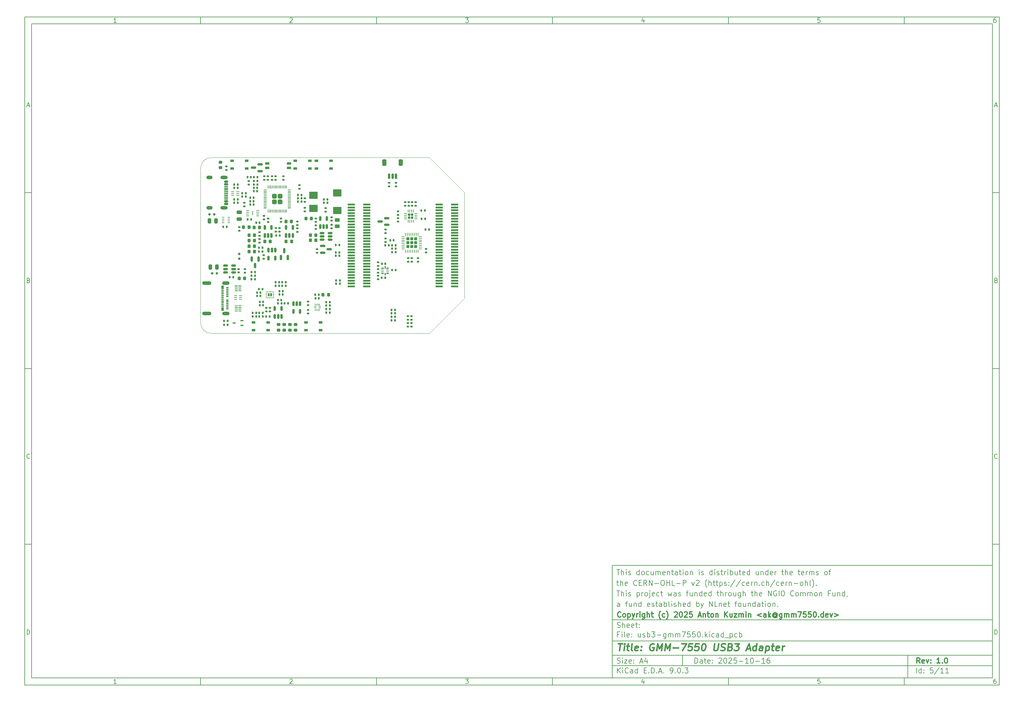
<source format=gbr>
%TF.GenerationSoftware,KiCad,Pcbnew,9.0.3*%
%TF.CreationDate,2025-10-16T10:39:47+02:00*%
%TF.ProjectId,usb3-gmm7550,75736233-2d67-46d6-9d37-3535302e6b69,1.0*%
%TF.SameCoordinates,Original*%
%TF.FileFunction,Paste,Top*%
%TF.FilePolarity,Positive*%
%FSLAX46Y46*%
G04 Gerber Fmt 4.6, Leading zero omitted, Abs format (unit mm)*
G04 Created by KiCad (PCBNEW 9.0.3) date 2025-10-16 10:39:47*
%MOMM*%
%LPD*%
G01*
G04 APERTURE LIST*
G04 Aperture macros list*
%AMRoundRect*
0 Rectangle with rounded corners*
0 $1 Rounding radius*
0 $2 $3 $4 $5 $6 $7 $8 $9 X,Y pos of 4 corners*
0 Add a 4 corners polygon primitive as box body*
4,1,4,$2,$3,$4,$5,$6,$7,$8,$9,$2,$3,0*
0 Add four circle primitives for the rounded corners*
1,1,$1+$1,$2,$3*
1,1,$1+$1,$4,$5*
1,1,$1+$1,$6,$7*
1,1,$1+$1,$8,$9*
0 Add four rect primitives between the rounded corners*
20,1,$1+$1,$2,$3,$4,$5,0*
20,1,$1+$1,$4,$5,$6,$7,0*
20,1,$1+$1,$6,$7,$8,$9,0*
20,1,$1+$1,$8,$9,$2,$3,0*%
G04 Aperture macros list end*
%ADD10C,0.100000*%
%ADD11C,0.150000*%
%ADD12C,0.300000*%
%ADD13C,0.400000*%
%ADD14R,0.700000X0.300000*%
%ADD15R,0.700000X1.000000*%
%ADD16O,2.100000X1.100000*%
%ADD17O,2.600000X1.100000*%
%ADD18RoundRect,0.249999X0.395001X-0.395001X0.395001X0.395001X-0.395001X0.395001X-0.395001X-0.395001X0*%
%ADD19RoundRect,0.050000X0.050000X-0.387500X0.050000X0.387500X-0.050000X0.387500X-0.050000X-0.387500X0*%
%ADD20RoundRect,0.050000X0.387500X-0.050000X0.387500X0.050000X-0.387500X0.050000X-0.387500X-0.050000X0*%
%ADD21RoundRect,0.140000X-0.170000X0.140000X-0.170000X-0.140000X0.170000X-0.140000X0.170000X0.140000X0*%
%ADD22RoundRect,0.218750X0.256250X-0.218750X0.256250X0.218750X-0.256250X0.218750X-0.256250X-0.218750X0*%
%ADD23RoundRect,0.040000X0.040000X0.605000X-0.040000X0.605000X-0.040000X-0.605000X0.040000X-0.605000X0*%
%ADD24RoundRect,0.062500X0.387500X0.062500X-0.387500X0.062500X-0.387500X-0.062500X0.387500X-0.062500X0*%
%ADD25RoundRect,0.140000X0.140000X0.170000X-0.140000X0.170000X-0.140000X-0.170000X0.140000X-0.170000X0*%
%ADD26RoundRect,0.140000X0.170000X-0.140000X0.170000X0.140000X-0.170000X0.140000X-0.170000X-0.140000X0*%
%ADD27RoundRect,0.135000X0.135000X0.185000X-0.135000X0.185000X-0.135000X-0.185000X0.135000X-0.185000X0*%
%ADD28RoundRect,0.062500X0.350000X0.062500X-0.350000X0.062500X-0.350000X-0.062500X0.350000X-0.062500X0*%
%ADD29RoundRect,0.140000X-0.140000X-0.170000X0.140000X-0.170000X0.140000X0.170000X-0.140000X0.170000X0*%
%ADD30RoundRect,0.150000X-0.150000X0.587500X-0.150000X-0.587500X0.150000X-0.587500X0.150000X0.587500X0*%
%ADD31RoundRect,0.135000X-0.135000X-0.185000X0.135000X-0.185000X0.135000X0.185000X-0.135000X0.185000X0*%
%ADD32RoundRect,0.218750X-0.218750X-0.256250X0.218750X-0.256250X0.218750X0.256250X-0.218750X0.256250X0*%
%ADD33RoundRect,0.135000X-0.185000X0.135000X-0.185000X-0.135000X0.185000X-0.135000X0.185000X0.135000X0*%
%ADD34RoundRect,0.135000X0.185000X-0.135000X0.185000X0.135000X-0.185000X0.135000X-0.185000X-0.135000X0*%
%ADD35RoundRect,0.250000X0.475000X-0.250000X0.475000X0.250000X-0.475000X0.250000X-0.475000X-0.250000X0*%
%ADD36RoundRect,0.150000X-0.425000X0.150000X-0.425000X-0.150000X0.425000X-0.150000X0.425000X0.150000X0*%
%ADD37RoundRect,0.075000X-0.500000X0.075000X-0.500000X-0.075000X0.500000X-0.075000X0.500000X0.075000X0*%
%ADD38O,2.100000X1.000000*%
%ADD39O,1.800000X1.000000*%
%ADD40RoundRect,0.218750X-0.256250X0.218750X-0.256250X-0.218750X0.256250X-0.218750X0.256250X0.218750X0*%
%ADD41RoundRect,0.150000X0.200000X-0.150000X0.200000X0.150000X-0.200000X0.150000X-0.200000X-0.150000X0*%
%ADD42RoundRect,0.225000X-0.225000X-0.250000X0.225000X-0.250000X0.225000X0.250000X-0.225000X0.250000X0*%
%ADD43R,0.909599X0.204000*%
%ADD44RoundRect,0.150000X0.512500X0.150000X-0.512500X0.150000X-0.512500X-0.150000X0.512500X-0.150000X0*%
%ADD45RoundRect,0.225000X0.225000X0.250000X-0.225000X0.250000X-0.225000X-0.250000X0.225000X-0.250000X0*%
%ADD46RoundRect,0.150000X-0.512500X-0.150000X0.512500X-0.150000X0.512500X0.150000X-0.512500X0.150000X0*%
%ADD47RoundRect,0.150000X-0.150000X-0.200000X0.150000X-0.200000X0.150000X0.200000X-0.150000X0.200000X0*%
%ADD48RoundRect,0.172500X0.172500X-0.172500X0.172500X0.172500X-0.172500X0.172500X-0.172500X-0.172500X0*%
%ADD49RoundRect,0.062500X0.062500X-0.350000X0.062500X0.350000X-0.062500X0.350000X-0.062500X-0.350000X0*%
%ADD50RoundRect,0.062500X0.350000X-0.062500X0.350000X0.062500X-0.350000X0.062500X-0.350000X-0.062500X0*%
%ADD51R,1.050000X0.650000*%
%ADD52RoundRect,0.190000X0.435000X0.190000X-0.435000X0.190000X-0.435000X-0.190000X0.435000X-0.190000X0*%
%ADD53RoundRect,0.250000X0.250000X0.475000X-0.250000X0.475000X-0.250000X-0.475000X0.250000X-0.475000X0*%
%ADD54R,0.700000X0.200000*%
%ADD55R,0.200000X0.500000*%
%ADD56R,2.000000X0.500000*%
%ADD57RoundRect,0.150000X0.150000X0.625000X-0.150000X0.625000X-0.150000X-0.625000X0.150000X-0.625000X0*%
%ADD58RoundRect,0.250000X0.350000X0.650000X-0.350000X0.650000X-0.350000X-0.650000X0.350000X-0.650000X0*%
%ADD59R,0.845299X0.304800*%
%ADD60RoundRect,0.150000X0.150000X-0.512500X0.150000X0.512500X-0.150000X0.512500X-0.150000X-0.512500X0*%
%ADD61RoundRect,0.250000X0.945000X-0.785000X0.945000X0.785000X-0.945000X0.785000X-0.945000X-0.785000X0*%
%ADD62RoundRect,0.150000X0.150000X-0.587500X0.150000X0.587500X-0.150000X0.587500X-0.150000X-0.587500X0*%
%ADD63RoundRect,0.222500X0.222500X0.222500X-0.222500X0.222500X-0.222500X-0.222500X0.222500X-0.222500X0*%
%ADD64RoundRect,0.062500X0.375000X0.062500X-0.375000X0.062500X-0.375000X-0.062500X0.375000X-0.062500X0*%
%ADD65RoundRect,0.062500X0.062500X0.375000X-0.062500X0.375000X-0.062500X-0.375000X0.062500X-0.375000X0*%
%ADD66R,0.706399X0.229400*%
%ADD67RoundRect,0.250000X0.450000X-0.262500X0.450000X0.262500X-0.450000X0.262500X-0.450000X-0.262500X0*%
%ADD68R,2.400000X2.000000*%
%ADD69R,0.704800X0.300000*%
%ADD70R,0.704850X0.249936*%
%ADD71R,0.350012X0.754888*%
%ADD72RoundRect,0.150000X-0.150000X0.512500X-0.150000X-0.512500X0.150000X-0.512500X0.150000X0.512500X0*%
%ADD73RoundRect,0.150000X-0.587500X-0.150000X0.587500X-0.150000X0.587500X0.150000X-0.587500X0.150000X0*%
%ADD74RoundRect,0.150000X0.587500X0.150000X-0.587500X0.150000X-0.587500X-0.150000X0.587500X-0.150000X0*%
%ADD75RoundRect,0.218750X0.218750X0.256250X-0.218750X0.256250X-0.218750X-0.256250X0.218750X-0.256250X0*%
%ADD76R,0.600000X0.900000*%
%ADD77RoundRect,0.050000X-0.050000X-0.100000X0.050000X-0.100000X0.050000X0.100000X-0.050000X0.100000X0*%
%ADD78RoundRect,0.050000X-0.100000X0.050000X-0.100000X-0.050000X0.100000X-0.050000X0.100000X0.050000X0*%
%TA.AperFunction,Profile*%
%ADD79C,0.100000*%
%TD*%
G04 APERTURE END LIST*
D10*
D11*
X177002200Y-166007200D02*
X285002200Y-166007200D01*
X285002200Y-198007200D01*
X177002200Y-198007200D01*
X177002200Y-166007200D01*
D10*
D11*
X10000000Y-10000000D02*
X287002200Y-10000000D01*
X287002200Y-200007200D01*
X10000000Y-200007200D01*
X10000000Y-10000000D01*
D10*
D11*
X12000000Y-12000000D02*
X285002200Y-12000000D01*
X285002200Y-198007200D01*
X12000000Y-198007200D01*
X12000000Y-12000000D01*
D10*
D11*
X60000000Y-12000000D02*
X60000000Y-10000000D01*
D10*
D11*
X110000000Y-12000000D02*
X110000000Y-10000000D01*
D10*
D11*
X160000000Y-12000000D02*
X160000000Y-10000000D01*
D10*
D11*
X210000000Y-12000000D02*
X210000000Y-10000000D01*
D10*
D11*
X260000000Y-12000000D02*
X260000000Y-10000000D01*
D10*
D11*
X36089160Y-11593604D02*
X35346303Y-11593604D01*
X35717731Y-11593604D02*
X35717731Y-10293604D01*
X35717731Y-10293604D02*
X35593922Y-10479319D01*
X35593922Y-10479319D02*
X35470112Y-10603128D01*
X35470112Y-10603128D02*
X35346303Y-10665033D01*
D10*
D11*
X85346303Y-10417414D02*
X85408207Y-10355509D01*
X85408207Y-10355509D02*
X85532017Y-10293604D01*
X85532017Y-10293604D02*
X85841541Y-10293604D01*
X85841541Y-10293604D02*
X85965350Y-10355509D01*
X85965350Y-10355509D02*
X86027255Y-10417414D01*
X86027255Y-10417414D02*
X86089160Y-10541223D01*
X86089160Y-10541223D02*
X86089160Y-10665033D01*
X86089160Y-10665033D02*
X86027255Y-10850747D01*
X86027255Y-10850747D02*
X85284398Y-11593604D01*
X85284398Y-11593604D02*
X86089160Y-11593604D01*
D10*
D11*
X135284398Y-10293604D02*
X136089160Y-10293604D01*
X136089160Y-10293604D02*
X135655826Y-10788842D01*
X135655826Y-10788842D02*
X135841541Y-10788842D01*
X135841541Y-10788842D02*
X135965350Y-10850747D01*
X135965350Y-10850747D02*
X136027255Y-10912652D01*
X136027255Y-10912652D02*
X136089160Y-11036461D01*
X136089160Y-11036461D02*
X136089160Y-11345985D01*
X136089160Y-11345985D02*
X136027255Y-11469795D01*
X136027255Y-11469795D02*
X135965350Y-11531700D01*
X135965350Y-11531700D02*
X135841541Y-11593604D01*
X135841541Y-11593604D02*
X135470112Y-11593604D01*
X135470112Y-11593604D02*
X135346303Y-11531700D01*
X135346303Y-11531700D02*
X135284398Y-11469795D01*
D10*
D11*
X185965350Y-10726938D02*
X185965350Y-11593604D01*
X185655826Y-10231700D02*
X185346303Y-11160271D01*
X185346303Y-11160271D02*
X186151064Y-11160271D01*
D10*
D11*
X236027255Y-10293604D02*
X235408207Y-10293604D01*
X235408207Y-10293604D02*
X235346303Y-10912652D01*
X235346303Y-10912652D02*
X235408207Y-10850747D01*
X235408207Y-10850747D02*
X235532017Y-10788842D01*
X235532017Y-10788842D02*
X235841541Y-10788842D01*
X235841541Y-10788842D02*
X235965350Y-10850747D01*
X235965350Y-10850747D02*
X236027255Y-10912652D01*
X236027255Y-10912652D02*
X236089160Y-11036461D01*
X236089160Y-11036461D02*
X236089160Y-11345985D01*
X236089160Y-11345985D02*
X236027255Y-11469795D01*
X236027255Y-11469795D02*
X235965350Y-11531700D01*
X235965350Y-11531700D02*
X235841541Y-11593604D01*
X235841541Y-11593604D02*
X235532017Y-11593604D01*
X235532017Y-11593604D02*
X235408207Y-11531700D01*
X235408207Y-11531700D02*
X235346303Y-11469795D01*
D10*
D11*
X285965350Y-10293604D02*
X285717731Y-10293604D01*
X285717731Y-10293604D02*
X285593922Y-10355509D01*
X285593922Y-10355509D02*
X285532017Y-10417414D01*
X285532017Y-10417414D02*
X285408207Y-10603128D01*
X285408207Y-10603128D02*
X285346303Y-10850747D01*
X285346303Y-10850747D02*
X285346303Y-11345985D01*
X285346303Y-11345985D02*
X285408207Y-11469795D01*
X285408207Y-11469795D02*
X285470112Y-11531700D01*
X285470112Y-11531700D02*
X285593922Y-11593604D01*
X285593922Y-11593604D02*
X285841541Y-11593604D01*
X285841541Y-11593604D02*
X285965350Y-11531700D01*
X285965350Y-11531700D02*
X286027255Y-11469795D01*
X286027255Y-11469795D02*
X286089160Y-11345985D01*
X286089160Y-11345985D02*
X286089160Y-11036461D01*
X286089160Y-11036461D02*
X286027255Y-10912652D01*
X286027255Y-10912652D02*
X285965350Y-10850747D01*
X285965350Y-10850747D02*
X285841541Y-10788842D01*
X285841541Y-10788842D02*
X285593922Y-10788842D01*
X285593922Y-10788842D02*
X285470112Y-10850747D01*
X285470112Y-10850747D02*
X285408207Y-10912652D01*
X285408207Y-10912652D02*
X285346303Y-11036461D01*
D10*
D11*
X60000000Y-198007200D02*
X60000000Y-200007200D01*
D10*
D11*
X110000000Y-198007200D02*
X110000000Y-200007200D01*
D10*
D11*
X160000000Y-198007200D02*
X160000000Y-200007200D01*
D10*
D11*
X210000000Y-198007200D02*
X210000000Y-200007200D01*
D10*
D11*
X260000000Y-198007200D02*
X260000000Y-200007200D01*
D10*
D11*
X36089160Y-199600804D02*
X35346303Y-199600804D01*
X35717731Y-199600804D02*
X35717731Y-198300804D01*
X35717731Y-198300804D02*
X35593922Y-198486519D01*
X35593922Y-198486519D02*
X35470112Y-198610328D01*
X35470112Y-198610328D02*
X35346303Y-198672233D01*
D10*
D11*
X85346303Y-198424614D02*
X85408207Y-198362709D01*
X85408207Y-198362709D02*
X85532017Y-198300804D01*
X85532017Y-198300804D02*
X85841541Y-198300804D01*
X85841541Y-198300804D02*
X85965350Y-198362709D01*
X85965350Y-198362709D02*
X86027255Y-198424614D01*
X86027255Y-198424614D02*
X86089160Y-198548423D01*
X86089160Y-198548423D02*
X86089160Y-198672233D01*
X86089160Y-198672233D02*
X86027255Y-198857947D01*
X86027255Y-198857947D02*
X85284398Y-199600804D01*
X85284398Y-199600804D02*
X86089160Y-199600804D01*
D10*
D11*
X135284398Y-198300804D02*
X136089160Y-198300804D01*
X136089160Y-198300804D02*
X135655826Y-198796042D01*
X135655826Y-198796042D02*
X135841541Y-198796042D01*
X135841541Y-198796042D02*
X135965350Y-198857947D01*
X135965350Y-198857947D02*
X136027255Y-198919852D01*
X136027255Y-198919852D02*
X136089160Y-199043661D01*
X136089160Y-199043661D02*
X136089160Y-199353185D01*
X136089160Y-199353185D02*
X136027255Y-199476995D01*
X136027255Y-199476995D02*
X135965350Y-199538900D01*
X135965350Y-199538900D02*
X135841541Y-199600804D01*
X135841541Y-199600804D02*
X135470112Y-199600804D01*
X135470112Y-199600804D02*
X135346303Y-199538900D01*
X135346303Y-199538900D02*
X135284398Y-199476995D01*
D10*
D11*
X185965350Y-198734138D02*
X185965350Y-199600804D01*
X185655826Y-198238900D02*
X185346303Y-199167471D01*
X185346303Y-199167471D02*
X186151064Y-199167471D01*
D10*
D11*
X236027255Y-198300804D02*
X235408207Y-198300804D01*
X235408207Y-198300804D02*
X235346303Y-198919852D01*
X235346303Y-198919852D02*
X235408207Y-198857947D01*
X235408207Y-198857947D02*
X235532017Y-198796042D01*
X235532017Y-198796042D02*
X235841541Y-198796042D01*
X235841541Y-198796042D02*
X235965350Y-198857947D01*
X235965350Y-198857947D02*
X236027255Y-198919852D01*
X236027255Y-198919852D02*
X236089160Y-199043661D01*
X236089160Y-199043661D02*
X236089160Y-199353185D01*
X236089160Y-199353185D02*
X236027255Y-199476995D01*
X236027255Y-199476995D02*
X235965350Y-199538900D01*
X235965350Y-199538900D02*
X235841541Y-199600804D01*
X235841541Y-199600804D02*
X235532017Y-199600804D01*
X235532017Y-199600804D02*
X235408207Y-199538900D01*
X235408207Y-199538900D02*
X235346303Y-199476995D01*
D10*
D11*
X285965350Y-198300804D02*
X285717731Y-198300804D01*
X285717731Y-198300804D02*
X285593922Y-198362709D01*
X285593922Y-198362709D02*
X285532017Y-198424614D01*
X285532017Y-198424614D02*
X285408207Y-198610328D01*
X285408207Y-198610328D02*
X285346303Y-198857947D01*
X285346303Y-198857947D02*
X285346303Y-199353185D01*
X285346303Y-199353185D02*
X285408207Y-199476995D01*
X285408207Y-199476995D02*
X285470112Y-199538900D01*
X285470112Y-199538900D02*
X285593922Y-199600804D01*
X285593922Y-199600804D02*
X285841541Y-199600804D01*
X285841541Y-199600804D02*
X285965350Y-199538900D01*
X285965350Y-199538900D02*
X286027255Y-199476995D01*
X286027255Y-199476995D02*
X286089160Y-199353185D01*
X286089160Y-199353185D02*
X286089160Y-199043661D01*
X286089160Y-199043661D02*
X286027255Y-198919852D01*
X286027255Y-198919852D02*
X285965350Y-198857947D01*
X285965350Y-198857947D02*
X285841541Y-198796042D01*
X285841541Y-198796042D02*
X285593922Y-198796042D01*
X285593922Y-198796042D02*
X285470112Y-198857947D01*
X285470112Y-198857947D02*
X285408207Y-198919852D01*
X285408207Y-198919852D02*
X285346303Y-199043661D01*
D10*
D11*
X10000000Y-60000000D02*
X12000000Y-60000000D01*
D10*
D11*
X10000000Y-110000000D02*
X12000000Y-110000000D01*
D10*
D11*
X10000000Y-160000000D02*
X12000000Y-160000000D01*
D10*
D11*
X10690476Y-35222176D02*
X11309523Y-35222176D01*
X10566666Y-35593604D02*
X10999999Y-34293604D01*
X10999999Y-34293604D02*
X11433333Y-35593604D01*
D10*
D11*
X11092857Y-84912652D02*
X11278571Y-84974557D01*
X11278571Y-84974557D02*
X11340476Y-85036461D01*
X11340476Y-85036461D02*
X11402380Y-85160271D01*
X11402380Y-85160271D02*
X11402380Y-85345985D01*
X11402380Y-85345985D02*
X11340476Y-85469795D01*
X11340476Y-85469795D02*
X11278571Y-85531700D01*
X11278571Y-85531700D02*
X11154761Y-85593604D01*
X11154761Y-85593604D02*
X10659523Y-85593604D01*
X10659523Y-85593604D02*
X10659523Y-84293604D01*
X10659523Y-84293604D02*
X11092857Y-84293604D01*
X11092857Y-84293604D02*
X11216666Y-84355509D01*
X11216666Y-84355509D02*
X11278571Y-84417414D01*
X11278571Y-84417414D02*
X11340476Y-84541223D01*
X11340476Y-84541223D02*
X11340476Y-84665033D01*
X11340476Y-84665033D02*
X11278571Y-84788842D01*
X11278571Y-84788842D02*
X11216666Y-84850747D01*
X11216666Y-84850747D02*
X11092857Y-84912652D01*
X11092857Y-84912652D02*
X10659523Y-84912652D01*
D10*
D11*
X11402380Y-135469795D02*
X11340476Y-135531700D01*
X11340476Y-135531700D02*
X11154761Y-135593604D01*
X11154761Y-135593604D02*
X11030952Y-135593604D01*
X11030952Y-135593604D02*
X10845238Y-135531700D01*
X10845238Y-135531700D02*
X10721428Y-135407890D01*
X10721428Y-135407890D02*
X10659523Y-135284080D01*
X10659523Y-135284080D02*
X10597619Y-135036461D01*
X10597619Y-135036461D02*
X10597619Y-134850747D01*
X10597619Y-134850747D02*
X10659523Y-134603128D01*
X10659523Y-134603128D02*
X10721428Y-134479319D01*
X10721428Y-134479319D02*
X10845238Y-134355509D01*
X10845238Y-134355509D02*
X11030952Y-134293604D01*
X11030952Y-134293604D02*
X11154761Y-134293604D01*
X11154761Y-134293604D02*
X11340476Y-134355509D01*
X11340476Y-134355509D02*
X11402380Y-134417414D01*
D10*
D11*
X10659523Y-185593604D02*
X10659523Y-184293604D01*
X10659523Y-184293604D02*
X10969047Y-184293604D01*
X10969047Y-184293604D02*
X11154761Y-184355509D01*
X11154761Y-184355509D02*
X11278571Y-184479319D01*
X11278571Y-184479319D02*
X11340476Y-184603128D01*
X11340476Y-184603128D02*
X11402380Y-184850747D01*
X11402380Y-184850747D02*
X11402380Y-185036461D01*
X11402380Y-185036461D02*
X11340476Y-185284080D01*
X11340476Y-185284080D02*
X11278571Y-185407890D01*
X11278571Y-185407890D02*
X11154761Y-185531700D01*
X11154761Y-185531700D02*
X10969047Y-185593604D01*
X10969047Y-185593604D02*
X10659523Y-185593604D01*
D10*
D11*
X287002200Y-60000000D02*
X285002200Y-60000000D01*
D10*
D11*
X287002200Y-110000000D02*
X285002200Y-110000000D01*
D10*
D11*
X287002200Y-160000000D02*
X285002200Y-160000000D01*
D10*
D11*
X285692676Y-35222176D02*
X286311723Y-35222176D01*
X285568866Y-35593604D02*
X286002199Y-34293604D01*
X286002199Y-34293604D02*
X286435533Y-35593604D01*
D10*
D11*
X286095057Y-84912652D02*
X286280771Y-84974557D01*
X286280771Y-84974557D02*
X286342676Y-85036461D01*
X286342676Y-85036461D02*
X286404580Y-85160271D01*
X286404580Y-85160271D02*
X286404580Y-85345985D01*
X286404580Y-85345985D02*
X286342676Y-85469795D01*
X286342676Y-85469795D02*
X286280771Y-85531700D01*
X286280771Y-85531700D02*
X286156961Y-85593604D01*
X286156961Y-85593604D02*
X285661723Y-85593604D01*
X285661723Y-85593604D02*
X285661723Y-84293604D01*
X285661723Y-84293604D02*
X286095057Y-84293604D01*
X286095057Y-84293604D02*
X286218866Y-84355509D01*
X286218866Y-84355509D02*
X286280771Y-84417414D01*
X286280771Y-84417414D02*
X286342676Y-84541223D01*
X286342676Y-84541223D02*
X286342676Y-84665033D01*
X286342676Y-84665033D02*
X286280771Y-84788842D01*
X286280771Y-84788842D02*
X286218866Y-84850747D01*
X286218866Y-84850747D02*
X286095057Y-84912652D01*
X286095057Y-84912652D02*
X285661723Y-84912652D01*
D10*
D11*
X286404580Y-135469795D02*
X286342676Y-135531700D01*
X286342676Y-135531700D02*
X286156961Y-135593604D01*
X286156961Y-135593604D02*
X286033152Y-135593604D01*
X286033152Y-135593604D02*
X285847438Y-135531700D01*
X285847438Y-135531700D02*
X285723628Y-135407890D01*
X285723628Y-135407890D02*
X285661723Y-135284080D01*
X285661723Y-135284080D02*
X285599819Y-135036461D01*
X285599819Y-135036461D02*
X285599819Y-134850747D01*
X285599819Y-134850747D02*
X285661723Y-134603128D01*
X285661723Y-134603128D02*
X285723628Y-134479319D01*
X285723628Y-134479319D02*
X285847438Y-134355509D01*
X285847438Y-134355509D02*
X286033152Y-134293604D01*
X286033152Y-134293604D02*
X286156961Y-134293604D01*
X286156961Y-134293604D02*
X286342676Y-134355509D01*
X286342676Y-134355509D02*
X286404580Y-134417414D01*
D10*
D11*
X285661723Y-185593604D02*
X285661723Y-184293604D01*
X285661723Y-184293604D02*
X285971247Y-184293604D01*
X285971247Y-184293604D02*
X286156961Y-184355509D01*
X286156961Y-184355509D02*
X286280771Y-184479319D01*
X286280771Y-184479319D02*
X286342676Y-184603128D01*
X286342676Y-184603128D02*
X286404580Y-184850747D01*
X286404580Y-184850747D02*
X286404580Y-185036461D01*
X286404580Y-185036461D02*
X286342676Y-185284080D01*
X286342676Y-185284080D02*
X286280771Y-185407890D01*
X286280771Y-185407890D02*
X286156961Y-185531700D01*
X286156961Y-185531700D02*
X285971247Y-185593604D01*
X285971247Y-185593604D02*
X285661723Y-185593604D01*
D10*
D11*
X200458026Y-193793328D02*
X200458026Y-192293328D01*
X200458026Y-192293328D02*
X200815169Y-192293328D01*
X200815169Y-192293328D02*
X201029455Y-192364757D01*
X201029455Y-192364757D02*
X201172312Y-192507614D01*
X201172312Y-192507614D02*
X201243741Y-192650471D01*
X201243741Y-192650471D02*
X201315169Y-192936185D01*
X201315169Y-192936185D02*
X201315169Y-193150471D01*
X201315169Y-193150471D02*
X201243741Y-193436185D01*
X201243741Y-193436185D02*
X201172312Y-193579042D01*
X201172312Y-193579042D02*
X201029455Y-193721900D01*
X201029455Y-193721900D02*
X200815169Y-193793328D01*
X200815169Y-193793328D02*
X200458026Y-193793328D01*
X202600884Y-193793328D02*
X202600884Y-193007614D01*
X202600884Y-193007614D02*
X202529455Y-192864757D01*
X202529455Y-192864757D02*
X202386598Y-192793328D01*
X202386598Y-192793328D02*
X202100884Y-192793328D01*
X202100884Y-192793328D02*
X201958026Y-192864757D01*
X202600884Y-193721900D02*
X202458026Y-193793328D01*
X202458026Y-193793328D02*
X202100884Y-193793328D01*
X202100884Y-193793328D02*
X201958026Y-193721900D01*
X201958026Y-193721900D02*
X201886598Y-193579042D01*
X201886598Y-193579042D02*
X201886598Y-193436185D01*
X201886598Y-193436185D02*
X201958026Y-193293328D01*
X201958026Y-193293328D02*
X202100884Y-193221900D01*
X202100884Y-193221900D02*
X202458026Y-193221900D01*
X202458026Y-193221900D02*
X202600884Y-193150471D01*
X203100884Y-192793328D02*
X203672312Y-192793328D01*
X203315169Y-192293328D02*
X203315169Y-193579042D01*
X203315169Y-193579042D02*
X203386598Y-193721900D01*
X203386598Y-193721900D02*
X203529455Y-193793328D01*
X203529455Y-193793328D02*
X203672312Y-193793328D01*
X204743741Y-193721900D02*
X204600884Y-193793328D01*
X204600884Y-193793328D02*
X204315170Y-193793328D01*
X204315170Y-193793328D02*
X204172312Y-193721900D01*
X204172312Y-193721900D02*
X204100884Y-193579042D01*
X204100884Y-193579042D02*
X204100884Y-193007614D01*
X204100884Y-193007614D02*
X204172312Y-192864757D01*
X204172312Y-192864757D02*
X204315170Y-192793328D01*
X204315170Y-192793328D02*
X204600884Y-192793328D01*
X204600884Y-192793328D02*
X204743741Y-192864757D01*
X204743741Y-192864757D02*
X204815170Y-193007614D01*
X204815170Y-193007614D02*
X204815170Y-193150471D01*
X204815170Y-193150471D02*
X204100884Y-193293328D01*
X205458026Y-193650471D02*
X205529455Y-193721900D01*
X205529455Y-193721900D02*
X205458026Y-193793328D01*
X205458026Y-193793328D02*
X205386598Y-193721900D01*
X205386598Y-193721900D02*
X205458026Y-193650471D01*
X205458026Y-193650471D02*
X205458026Y-193793328D01*
X205458026Y-192864757D02*
X205529455Y-192936185D01*
X205529455Y-192936185D02*
X205458026Y-193007614D01*
X205458026Y-193007614D02*
X205386598Y-192936185D01*
X205386598Y-192936185D02*
X205458026Y-192864757D01*
X205458026Y-192864757D02*
X205458026Y-193007614D01*
X207243741Y-192436185D02*
X207315169Y-192364757D01*
X207315169Y-192364757D02*
X207458027Y-192293328D01*
X207458027Y-192293328D02*
X207815169Y-192293328D01*
X207815169Y-192293328D02*
X207958027Y-192364757D01*
X207958027Y-192364757D02*
X208029455Y-192436185D01*
X208029455Y-192436185D02*
X208100884Y-192579042D01*
X208100884Y-192579042D02*
X208100884Y-192721900D01*
X208100884Y-192721900D02*
X208029455Y-192936185D01*
X208029455Y-192936185D02*
X207172312Y-193793328D01*
X207172312Y-193793328D02*
X208100884Y-193793328D01*
X209029455Y-192293328D02*
X209172312Y-192293328D01*
X209172312Y-192293328D02*
X209315169Y-192364757D01*
X209315169Y-192364757D02*
X209386598Y-192436185D01*
X209386598Y-192436185D02*
X209458026Y-192579042D01*
X209458026Y-192579042D02*
X209529455Y-192864757D01*
X209529455Y-192864757D02*
X209529455Y-193221900D01*
X209529455Y-193221900D02*
X209458026Y-193507614D01*
X209458026Y-193507614D02*
X209386598Y-193650471D01*
X209386598Y-193650471D02*
X209315169Y-193721900D01*
X209315169Y-193721900D02*
X209172312Y-193793328D01*
X209172312Y-193793328D02*
X209029455Y-193793328D01*
X209029455Y-193793328D02*
X208886598Y-193721900D01*
X208886598Y-193721900D02*
X208815169Y-193650471D01*
X208815169Y-193650471D02*
X208743740Y-193507614D01*
X208743740Y-193507614D02*
X208672312Y-193221900D01*
X208672312Y-193221900D02*
X208672312Y-192864757D01*
X208672312Y-192864757D02*
X208743740Y-192579042D01*
X208743740Y-192579042D02*
X208815169Y-192436185D01*
X208815169Y-192436185D02*
X208886598Y-192364757D01*
X208886598Y-192364757D02*
X209029455Y-192293328D01*
X210100883Y-192436185D02*
X210172311Y-192364757D01*
X210172311Y-192364757D02*
X210315169Y-192293328D01*
X210315169Y-192293328D02*
X210672311Y-192293328D01*
X210672311Y-192293328D02*
X210815169Y-192364757D01*
X210815169Y-192364757D02*
X210886597Y-192436185D01*
X210886597Y-192436185D02*
X210958026Y-192579042D01*
X210958026Y-192579042D02*
X210958026Y-192721900D01*
X210958026Y-192721900D02*
X210886597Y-192936185D01*
X210886597Y-192936185D02*
X210029454Y-193793328D01*
X210029454Y-193793328D02*
X210958026Y-193793328D01*
X212315168Y-192293328D02*
X211600882Y-192293328D01*
X211600882Y-192293328D02*
X211529454Y-193007614D01*
X211529454Y-193007614D02*
X211600882Y-192936185D01*
X211600882Y-192936185D02*
X211743740Y-192864757D01*
X211743740Y-192864757D02*
X212100882Y-192864757D01*
X212100882Y-192864757D02*
X212243740Y-192936185D01*
X212243740Y-192936185D02*
X212315168Y-193007614D01*
X212315168Y-193007614D02*
X212386597Y-193150471D01*
X212386597Y-193150471D02*
X212386597Y-193507614D01*
X212386597Y-193507614D02*
X212315168Y-193650471D01*
X212315168Y-193650471D02*
X212243740Y-193721900D01*
X212243740Y-193721900D02*
X212100882Y-193793328D01*
X212100882Y-193793328D02*
X211743740Y-193793328D01*
X211743740Y-193793328D02*
X211600882Y-193721900D01*
X211600882Y-193721900D02*
X211529454Y-193650471D01*
X213029453Y-193221900D02*
X214172311Y-193221900D01*
X215672311Y-193793328D02*
X214815168Y-193793328D01*
X215243739Y-193793328D02*
X215243739Y-192293328D01*
X215243739Y-192293328D02*
X215100882Y-192507614D01*
X215100882Y-192507614D02*
X214958025Y-192650471D01*
X214958025Y-192650471D02*
X214815168Y-192721900D01*
X216600882Y-192293328D02*
X216743739Y-192293328D01*
X216743739Y-192293328D02*
X216886596Y-192364757D01*
X216886596Y-192364757D02*
X216958025Y-192436185D01*
X216958025Y-192436185D02*
X217029453Y-192579042D01*
X217029453Y-192579042D02*
X217100882Y-192864757D01*
X217100882Y-192864757D02*
X217100882Y-193221900D01*
X217100882Y-193221900D02*
X217029453Y-193507614D01*
X217029453Y-193507614D02*
X216958025Y-193650471D01*
X216958025Y-193650471D02*
X216886596Y-193721900D01*
X216886596Y-193721900D02*
X216743739Y-193793328D01*
X216743739Y-193793328D02*
X216600882Y-193793328D01*
X216600882Y-193793328D02*
X216458025Y-193721900D01*
X216458025Y-193721900D02*
X216386596Y-193650471D01*
X216386596Y-193650471D02*
X216315167Y-193507614D01*
X216315167Y-193507614D02*
X216243739Y-193221900D01*
X216243739Y-193221900D02*
X216243739Y-192864757D01*
X216243739Y-192864757D02*
X216315167Y-192579042D01*
X216315167Y-192579042D02*
X216386596Y-192436185D01*
X216386596Y-192436185D02*
X216458025Y-192364757D01*
X216458025Y-192364757D02*
X216600882Y-192293328D01*
X217743738Y-193221900D02*
X218886596Y-193221900D01*
X220386596Y-193793328D02*
X219529453Y-193793328D01*
X219958024Y-193793328D02*
X219958024Y-192293328D01*
X219958024Y-192293328D02*
X219815167Y-192507614D01*
X219815167Y-192507614D02*
X219672310Y-192650471D01*
X219672310Y-192650471D02*
X219529453Y-192721900D01*
X221672310Y-192293328D02*
X221386595Y-192293328D01*
X221386595Y-192293328D02*
X221243738Y-192364757D01*
X221243738Y-192364757D02*
X221172310Y-192436185D01*
X221172310Y-192436185D02*
X221029452Y-192650471D01*
X221029452Y-192650471D02*
X220958024Y-192936185D01*
X220958024Y-192936185D02*
X220958024Y-193507614D01*
X220958024Y-193507614D02*
X221029452Y-193650471D01*
X221029452Y-193650471D02*
X221100881Y-193721900D01*
X221100881Y-193721900D02*
X221243738Y-193793328D01*
X221243738Y-193793328D02*
X221529452Y-193793328D01*
X221529452Y-193793328D02*
X221672310Y-193721900D01*
X221672310Y-193721900D02*
X221743738Y-193650471D01*
X221743738Y-193650471D02*
X221815167Y-193507614D01*
X221815167Y-193507614D02*
X221815167Y-193150471D01*
X221815167Y-193150471D02*
X221743738Y-193007614D01*
X221743738Y-193007614D02*
X221672310Y-192936185D01*
X221672310Y-192936185D02*
X221529452Y-192864757D01*
X221529452Y-192864757D02*
X221243738Y-192864757D01*
X221243738Y-192864757D02*
X221100881Y-192936185D01*
X221100881Y-192936185D02*
X221029452Y-193007614D01*
X221029452Y-193007614D02*
X220958024Y-193150471D01*
D10*
D11*
X177002200Y-194507200D02*
X285002200Y-194507200D01*
D10*
D11*
X178458026Y-196593328D02*
X178458026Y-195093328D01*
X179315169Y-196593328D02*
X178672312Y-195736185D01*
X179315169Y-195093328D02*
X178458026Y-195950471D01*
X179958026Y-196593328D02*
X179958026Y-195593328D01*
X179958026Y-195093328D02*
X179886598Y-195164757D01*
X179886598Y-195164757D02*
X179958026Y-195236185D01*
X179958026Y-195236185D02*
X180029455Y-195164757D01*
X180029455Y-195164757D02*
X179958026Y-195093328D01*
X179958026Y-195093328D02*
X179958026Y-195236185D01*
X181529455Y-196450471D02*
X181458027Y-196521900D01*
X181458027Y-196521900D02*
X181243741Y-196593328D01*
X181243741Y-196593328D02*
X181100884Y-196593328D01*
X181100884Y-196593328D02*
X180886598Y-196521900D01*
X180886598Y-196521900D02*
X180743741Y-196379042D01*
X180743741Y-196379042D02*
X180672312Y-196236185D01*
X180672312Y-196236185D02*
X180600884Y-195950471D01*
X180600884Y-195950471D02*
X180600884Y-195736185D01*
X180600884Y-195736185D02*
X180672312Y-195450471D01*
X180672312Y-195450471D02*
X180743741Y-195307614D01*
X180743741Y-195307614D02*
X180886598Y-195164757D01*
X180886598Y-195164757D02*
X181100884Y-195093328D01*
X181100884Y-195093328D02*
X181243741Y-195093328D01*
X181243741Y-195093328D02*
X181458027Y-195164757D01*
X181458027Y-195164757D02*
X181529455Y-195236185D01*
X182815170Y-196593328D02*
X182815170Y-195807614D01*
X182815170Y-195807614D02*
X182743741Y-195664757D01*
X182743741Y-195664757D02*
X182600884Y-195593328D01*
X182600884Y-195593328D02*
X182315170Y-195593328D01*
X182315170Y-195593328D02*
X182172312Y-195664757D01*
X182815170Y-196521900D02*
X182672312Y-196593328D01*
X182672312Y-196593328D02*
X182315170Y-196593328D01*
X182315170Y-196593328D02*
X182172312Y-196521900D01*
X182172312Y-196521900D02*
X182100884Y-196379042D01*
X182100884Y-196379042D02*
X182100884Y-196236185D01*
X182100884Y-196236185D02*
X182172312Y-196093328D01*
X182172312Y-196093328D02*
X182315170Y-196021900D01*
X182315170Y-196021900D02*
X182672312Y-196021900D01*
X182672312Y-196021900D02*
X182815170Y-195950471D01*
X184172313Y-196593328D02*
X184172313Y-195093328D01*
X184172313Y-196521900D02*
X184029455Y-196593328D01*
X184029455Y-196593328D02*
X183743741Y-196593328D01*
X183743741Y-196593328D02*
X183600884Y-196521900D01*
X183600884Y-196521900D02*
X183529455Y-196450471D01*
X183529455Y-196450471D02*
X183458027Y-196307614D01*
X183458027Y-196307614D02*
X183458027Y-195879042D01*
X183458027Y-195879042D02*
X183529455Y-195736185D01*
X183529455Y-195736185D02*
X183600884Y-195664757D01*
X183600884Y-195664757D02*
X183743741Y-195593328D01*
X183743741Y-195593328D02*
X184029455Y-195593328D01*
X184029455Y-195593328D02*
X184172313Y-195664757D01*
X186029455Y-195807614D02*
X186529455Y-195807614D01*
X186743741Y-196593328D02*
X186029455Y-196593328D01*
X186029455Y-196593328D02*
X186029455Y-195093328D01*
X186029455Y-195093328D02*
X186743741Y-195093328D01*
X187386598Y-196450471D02*
X187458027Y-196521900D01*
X187458027Y-196521900D02*
X187386598Y-196593328D01*
X187386598Y-196593328D02*
X187315170Y-196521900D01*
X187315170Y-196521900D02*
X187386598Y-196450471D01*
X187386598Y-196450471D02*
X187386598Y-196593328D01*
X188100884Y-196593328D02*
X188100884Y-195093328D01*
X188100884Y-195093328D02*
X188458027Y-195093328D01*
X188458027Y-195093328D02*
X188672313Y-195164757D01*
X188672313Y-195164757D02*
X188815170Y-195307614D01*
X188815170Y-195307614D02*
X188886599Y-195450471D01*
X188886599Y-195450471D02*
X188958027Y-195736185D01*
X188958027Y-195736185D02*
X188958027Y-195950471D01*
X188958027Y-195950471D02*
X188886599Y-196236185D01*
X188886599Y-196236185D02*
X188815170Y-196379042D01*
X188815170Y-196379042D02*
X188672313Y-196521900D01*
X188672313Y-196521900D02*
X188458027Y-196593328D01*
X188458027Y-196593328D02*
X188100884Y-196593328D01*
X189600884Y-196450471D02*
X189672313Y-196521900D01*
X189672313Y-196521900D02*
X189600884Y-196593328D01*
X189600884Y-196593328D02*
X189529456Y-196521900D01*
X189529456Y-196521900D02*
X189600884Y-196450471D01*
X189600884Y-196450471D02*
X189600884Y-196593328D01*
X190243742Y-196164757D02*
X190958028Y-196164757D01*
X190100885Y-196593328D02*
X190600885Y-195093328D01*
X190600885Y-195093328D02*
X191100885Y-196593328D01*
X191600884Y-196450471D02*
X191672313Y-196521900D01*
X191672313Y-196521900D02*
X191600884Y-196593328D01*
X191600884Y-196593328D02*
X191529456Y-196521900D01*
X191529456Y-196521900D02*
X191600884Y-196450471D01*
X191600884Y-196450471D02*
X191600884Y-196593328D01*
X193529456Y-196593328D02*
X193815170Y-196593328D01*
X193815170Y-196593328D02*
X193958027Y-196521900D01*
X193958027Y-196521900D02*
X194029456Y-196450471D01*
X194029456Y-196450471D02*
X194172313Y-196236185D01*
X194172313Y-196236185D02*
X194243742Y-195950471D01*
X194243742Y-195950471D02*
X194243742Y-195379042D01*
X194243742Y-195379042D02*
X194172313Y-195236185D01*
X194172313Y-195236185D02*
X194100885Y-195164757D01*
X194100885Y-195164757D02*
X193958027Y-195093328D01*
X193958027Y-195093328D02*
X193672313Y-195093328D01*
X193672313Y-195093328D02*
X193529456Y-195164757D01*
X193529456Y-195164757D02*
X193458027Y-195236185D01*
X193458027Y-195236185D02*
X193386599Y-195379042D01*
X193386599Y-195379042D02*
X193386599Y-195736185D01*
X193386599Y-195736185D02*
X193458027Y-195879042D01*
X193458027Y-195879042D02*
X193529456Y-195950471D01*
X193529456Y-195950471D02*
X193672313Y-196021900D01*
X193672313Y-196021900D02*
X193958027Y-196021900D01*
X193958027Y-196021900D02*
X194100885Y-195950471D01*
X194100885Y-195950471D02*
X194172313Y-195879042D01*
X194172313Y-195879042D02*
X194243742Y-195736185D01*
X194886598Y-196450471D02*
X194958027Y-196521900D01*
X194958027Y-196521900D02*
X194886598Y-196593328D01*
X194886598Y-196593328D02*
X194815170Y-196521900D01*
X194815170Y-196521900D02*
X194886598Y-196450471D01*
X194886598Y-196450471D02*
X194886598Y-196593328D01*
X195886599Y-195093328D02*
X196029456Y-195093328D01*
X196029456Y-195093328D02*
X196172313Y-195164757D01*
X196172313Y-195164757D02*
X196243742Y-195236185D01*
X196243742Y-195236185D02*
X196315170Y-195379042D01*
X196315170Y-195379042D02*
X196386599Y-195664757D01*
X196386599Y-195664757D02*
X196386599Y-196021900D01*
X196386599Y-196021900D02*
X196315170Y-196307614D01*
X196315170Y-196307614D02*
X196243742Y-196450471D01*
X196243742Y-196450471D02*
X196172313Y-196521900D01*
X196172313Y-196521900D02*
X196029456Y-196593328D01*
X196029456Y-196593328D02*
X195886599Y-196593328D01*
X195886599Y-196593328D02*
X195743742Y-196521900D01*
X195743742Y-196521900D02*
X195672313Y-196450471D01*
X195672313Y-196450471D02*
X195600884Y-196307614D01*
X195600884Y-196307614D02*
X195529456Y-196021900D01*
X195529456Y-196021900D02*
X195529456Y-195664757D01*
X195529456Y-195664757D02*
X195600884Y-195379042D01*
X195600884Y-195379042D02*
X195672313Y-195236185D01*
X195672313Y-195236185D02*
X195743742Y-195164757D01*
X195743742Y-195164757D02*
X195886599Y-195093328D01*
X197029455Y-196450471D02*
X197100884Y-196521900D01*
X197100884Y-196521900D02*
X197029455Y-196593328D01*
X197029455Y-196593328D02*
X196958027Y-196521900D01*
X196958027Y-196521900D02*
X197029455Y-196450471D01*
X197029455Y-196450471D02*
X197029455Y-196593328D01*
X197600884Y-195093328D02*
X198529456Y-195093328D01*
X198529456Y-195093328D02*
X198029456Y-195664757D01*
X198029456Y-195664757D02*
X198243741Y-195664757D01*
X198243741Y-195664757D02*
X198386599Y-195736185D01*
X198386599Y-195736185D02*
X198458027Y-195807614D01*
X198458027Y-195807614D02*
X198529456Y-195950471D01*
X198529456Y-195950471D02*
X198529456Y-196307614D01*
X198529456Y-196307614D02*
X198458027Y-196450471D01*
X198458027Y-196450471D02*
X198386599Y-196521900D01*
X198386599Y-196521900D02*
X198243741Y-196593328D01*
X198243741Y-196593328D02*
X197815170Y-196593328D01*
X197815170Y-196593328D02*
X197672313Y-196521900D01*
X197672313Y-196521900D02*
X197600884Y-196450471D01*
D10*
D11*
X177002200Y-191507200D02*
X285002200Y-191507200D01*
D10*
D12*
X264413853Y-193785528D02*
X263913853Y-193071242D01*
X263556710Y-193785528D02*
X263556710Y-192285528D01*
X263556710Y-192285528D02*
X264128139Y-192285528D01*
X264128139Y-192285528D02*
X264270996Y-192356957D01*
X264270996Y-192356957D02*
X264342425Y-192428385D01*
X264342425Y-192428385D02*
X264413853Y-192571242D01*
X264413853Y-192571242D02*
X264413853Y-192785528D01*
X264413853Y-192785528D02*
X264342425Y-192928385D01*
X264342425Y-192928385D02*
X264270996Y-192999814D01*
X264270996Y-192999814D02*
X264128139Y-193071242D01*
X264128139Y-193071242D02*
X263556710Y-193071242D01*
X265628139Y-193714100D02*
X265485282Y-193785528D01*
X265485282Y-193785528D02*
X265199568Y-193785528D01*
X265199568Y-193785528D02*
X265056710Y-193714100D01*
X265056710Y-193714100D02*
X264985282Y-193571242D01*
X264985282Y-193571242D02*
X264985282Y-192999814D01*
X264985282Y-192999814D02*
X265056710Y-192856957D01*
X265056710Y-192856957D02*
X265199568Y-192785528D01*
X265199568Y-192785528D02*
X265485282Y-192785528D01*
X265485282Y-192785528D02*
X265628139Y-192856957D01*
X265628139Y-192856957D02*
X265699568Y-192999814D01*
X265699568Y-192999814D02*
X265699568Y-193142671D01*
X265699568Y-193142671D02*
X264985282Y-193285528D01*
X266199567Y-192785528D02*
X266556710Y-193785528D01*
X266556710Y-193785528D02*
X266913853Y-192785528D01*
X267485281Y-193642671D02*
X267556710Y-193714100D01*
X267556710Y-193714100D02*
X267485281Y-193785528D01*
X267485281Y-193785528D02*
X267413853Y-193714100D01*
X267413853Y-193714100D02*
X267485281Y-193642671D01*
X267485281Y-193642671D02*
X267485281Y-193785528D01*
X267485281Y-192856957D02*
X267556710Y-192928385D01*
X267556710Y-192928385D02*
X267485281Y-192999814D01*
X267485281Y-192999814D02*
X267413853Y-192928385D01*
X267413853Y-192928385D02*
X267485281Y-192856957D01*
X267485281Y-192856957D02*
X267485281Y-192999814D01*
X270128139Y-193785528D02*
X269270996Y-193785528D01*
X269699567Y-193785528D02*
X269699567Y-192285528D01*
X269699567Y-192285528D02*
X269556710Y-192499814D01*
X269556710Y-192499814D02*
X269413853Y-192642671D01*
X269413853Y-192642671D02*
X269270996Y-192714100D01*
X270770995Y-193642671D02*
X270842424Y-193714100D01*
X270842424Y-193714100D02*
X270770995Y-193785528D01*
X270770995Y-193785528D02*
X270699567Y-193714100D01*
X270699567Y-193714100D02*
X270770995Y-193642671D01*
X270770995Y-193642671D02*
X270770995Y-193785528D01*
X271770996Y-192285528D02*
X271913853Y-192285528D01*
X271913853Y-192285528D02*
X272056710Y-192356957D01*
X272056710Y-192356957D02*
X272128139Y-192428385D01*
X272128139Y-192428385D02*
X272199567Y-192571242D01*
X272199567Y-192571242D02*
X272270996Y-192856957D01*
X272270996Y-192856957D02*
X272270996Y-193214100D01*
X272270996Y-193214100D02*
X272199567Y-193499814D01*
X272199567Y-193499814D02*
X272128139Y-193642671D01*
X272128139Y-193642671D02*
X272056710Y-193714100D01*
X272056710Y-193714100D02*
X271913853Y-193785528D01*
X271913853Y-193785528D02*
X271770996Y-193785528D01*
X271770996Y-193785528D02*
X271628139Y-193714100D01*
X271628139Y-193714100D02*
X271556710Y-193642671D01*
X271556710Y-193642671D02*
X271485281Y-193499814D01*
X271485281Y-193499814D02*
X271413853Y-193214100D01*
X271413853Y-193214100D02*
X271413853Y-192856957D01*
X271413853Y-192856957D02*
X271485281Y-192571242D01*
X271485281Y-192571242D02*
X271556710Y-192428385D01*
X271556710Y-192428385D02*
X271628139Y-192356957D01*
X271628139Y-192356957D02*
X271770996Y-192285528D01*
D10*
D11*
X178386598Y-193721900D02*
X178600884Y-193793328D01*
X178600884Y-193793328D02*
X178958026Y-193793328D01*
X178958026Y-193793328D02*
X179100884Y-193721900D01*
X179100884Y-193721900D02*
X179172312Y-193650471D01*
X179172312Y-193650471D02*
X179243741Y-193507614D01*
X179243741Y-193507614D02*
X179243741Y-193364757D01*
X179243741Y-193364757D02*
X179172312Y-193221900D01*
X179172312Y-193221900D02*
X179100884Y-193150471D01*
X179100884Y-193150471D02*
X178958026Y-193079042D01*
X178958026Y-193079042D02*
X178672312Y-193007614D01*
X178672312Y-193007614D02*
X178529455Y-192936185D01*
X178529455Y-192936185D02*
X178458026Y-192864757D01*
X178458026Y-192864757D02*
X178386598Y-192721900D01*
X178386598Y-192721900D02*
X178386598Y-192579042D01*
X178386598Y-192579042D02*
X178458026Y-192436185D01*
X178458026Y-192436185D02*
X178529455Y-192364757D01*
X178529455Y-192364757D02*
X178672312Y-192293328D01*
X178672312Y-192293328D02*
X179029455Y-192293328D01*
X179029455Y-192293328D02*
X179243741Y-192364757D01*
X179886597Y-193793328D02*
X179886597Y-192793328D01*
X179886597Y-192293328D02*
X179815169Y-192364757D01*
X179815169Y-192364757D02*
X179886597Y-192436185D01*
X179886597Y-192436185D02*
X179958026Y-192364757D01*
X179958026Y-192364757D02*
X179886597Y-192293328D01*
X179886597Y-192293328D02*
X179886597Y-192436185D01*
X180458026Y-192793328D02*
X181243741Y-192793328D01*
X181243741Y-192793328D02*
X180458026Y-193793328D01*
X180458026Y-193793328D02*
X181243741Y-193793328D01*
X182386598Y-193721900D02*
X182243741Y-193793328D01*
X182243741Y-193793328D02*
X181958027Y-193793328D01*
X181958027Y-193793328D02*
X181815169Y-193721900D01*
X181815169Y-193721900D02*
X181743741Y-193579042D01*
X181743741Y-193579042D02*
X181743741Y-193007614D01*
X181743741Y-193007614D02*
X181815169Y-192864757D01*
X181815169Y-192864757D02*
X181958027Y-192793328D01*
X181958027Y-192793328D02*
X182243741Y-192793328D01*
X182243741Y-192793328D02*
X182386598Y-192864757D01*
X182386598Y-192864757D02*
X182458027Y-193007614D01*
X182458027Y-193007614D02*
X182458027Y-193150471D01*
X182458027Y-193150471D02*
X181743741Y-193293328D01*
X183100883Y-193650471D02*
X183172312Y-193721900D01*
X183172312Y-193721900D02*
X183100883Y-193793328D01*
X183100883Y-193793328D02*
X183029455Y-193721900D01*
X183029455Y-193721900D02*
X183100883Y-193650471D01*
X183100883Y-193650471D02*
X183100883Y-193793328D01*
X183100883Y-192864757D02*
X183172312Y-192936185D01*
X183172312Y-192936185D02*
X183100883Y-193007614D01*
X183100883Y-193007614D02*
X183029455Y-192936185D01*
X183029455Y-192936185D02*
X183100883Y-192864757D01*
X183100883Y-192864757D02*
X183100883Y-193007614D01*
X184886598Y-193364757D02*
X185600884Y-193364757D01*
X184743741Y-193793328D02*
X185243741Y-192293328D01*
X185243741Y-192293328D02*
X185743741Y-193793328D01*
X186886598Y-192793328D02*
X186886598Y-193793328D01*
X186529455Y-192221900D02*
X186172312Y-193293328D01*
X186172312Y-193293328D02*
X187100883Y-193293328D01*
D10*
D11*
X263458026Y-196593328D02*
X263458026Y-195093328D01*
X264815170Y-196593328D02*
X264815170Y-195093328D01*
X264815170Y-196521900D02*
X264672312Y-196593328D01*
X264672312Y-196593328D02*
X264386598Y-196593328D01*
X264386598Y-196593328D02*
X264243741Y-196521900D01*
X264243741Y-196521900D02*
X264172312Y-196450471D01*
X264172312Y-196450471D02*
X264100884Y-196307614D01*
X264100884Y-196307614D02*
X264100884Y-195879042D01*
X264100884Y-195879042D02*
X264172312Y-195736185D01*
X264172312Y-195736185D02*
X264243741Y-195664757D01*
X264243741Y-195664757D02*
X264386598Y-195593328D01*
X264386598Y-195593328D02*
X264672312Y-195593328D01*
X264672312Y-195593328D02*
X264815170Y-195664757D01*
X265529455Y-196450471D02*
X265600884Y-196521900D01*
X265600884Y-196521900D02*
X265529455Y-196593328D01*
X265529455Y-196593328D02*
X265458027Y-196521900D01*
X265458027Y-196521900D02*
X265529455Y-196450471D01*
X265529455Y-196450471D02*
X265529455Y-196593328D01*
X265529455Y-195664757D02*
X265600884Y-195736185D01*
X265600884Y-195736185D02*
X265529455Y-195807614D01*
X265529455Y-195807614D02*
X265458027Y-195736185D01*
X265458027Y-195736185D02*
X265529455Y-195664757D01*
X265529455Y-195664757D02*
X265529455Y-195807614D01*
X268100884Y-195093328D02*
X267386598Y-195093328D01*
X267386598Y-195093328D02*
X267315170Y-195807614D01*
X267315170Y-195807614D02*
X267386598Y-195736185D01*
X267386598Y-195736185D02*
X267529456Y-195664757D01*
X267529456Y-195664757D02*
X267886598Y-195664757D01*
X267886598Y-195664757D02*
X268029456Y-195736185D01*
X268029456Y-195736185D02*
X268100884Y-195807614D01*
X268100884Y-195807614D02*
X268172313Y-195950471D01*
X268172313Y-195950471D02*
X268172313Y-196307614D01*
X268172313Y-196307614D02*
X268100884Y-196450471D01*
X268100884Y-196450471D02*
X268029456Y-196521900D01*
X268029456Y-196521900D02*
X267886598Y-196593328D01*
X267886598Y-196593328D02*
X267529456Y-196593328D01*
X267529456Y-196593328D02*
X267386598Y-196521900D01*
X267386598Y-196521900D02*
X267315170Y-196450471D01*
X269886598Y-195021900D02*
X268600884Y-196950471D01*
X271172313Y-196593328D02*
X270315170Y-196593328D01*
X270743741Y-196593328D02*
X270743741Y-195093328D01*
X270743741Y-195093328D02*
X270600884Y-195307614D01*
X270600884Y-195307614D02*
X270458027Y-195450471D01*
X270458027Y-195450471D02*
X270315170Y-195521900D01*
X272600884Y-196593328D02*
X271743741Y-196593328D01*
X272172312Y-196593328D02*
X272172312Y-195093328D01*
X272172312Y-195093328D02*
X272029455Y-195307614D01*
X272029455Y-195307614D02*
X271886598Y-195450471D01*
X271886598Y-195450471D02*
X271743741Y-195521900D01*
D10*
D11*
X177002200Y-187507200D02*
X285002200Y-187507200D01*
D10*
D13*
X178693928Y-188211638D02*
X179836785Y-188211638D01*
X179015357Y-190211638D02*
X179265357Y-188211638D01*
X180253452Y-190211638D02*
X180420119Y-188878304D01*
X180503452Y-188211638D02*
X180396309Y-188306876D01*
X180396309Y-188306876D02*
X180479643Y-188402114D01*
X180479643Y-188402114D02*
X180586786Y-188306876D01*
X180586786Y-188306876D02*
X180503452Y-188211638D01*
X180503452Y-188211638D02*
X180479643Y-188402114D01*
X181086786Y-188878304D02*
X181848690Y-188878304D01*
X181455833Y-188211638D02*
X181241548Y-189925923D01*
X181241548Y-189925923D02*
X181312976Y-190116400D01*
X181312976Y-190116400D02*
X181491548Y-190211638D01*
X181491548Y-190211638D02*
X181682024Y-190211638D01*
X182634405Y-190211638D02*
X182455833Y-190116400D01*
X182455833Y-190116400D02*
X182384405Y-189925923D01*
X182384405Y-189925923D02*
X182598690Y-188211638D01*
X184170119Y-190116400D02*
X183967738Y-190211638D01*
X183967738Y-190211638D02*
X183586785Y-190211638D01*
X183586785Y-190211638D02*
X183408214Y-190116400D01*
X183408214Y-190116400D02*
X183336785Y-189925923D01*
X183336785Y-189925923D02*
X183432024Y-189164019D01*
X183432024Y-189164019D02*
X183551071Y-188973542D01*
X183551071Y-188973542D02*
X183753452Y-188878304D01*
X183753452Y-188878304D02*
X184134404Y-188878304D01*
X184134404Y-188878304D02*
X184312976Y-188973542D01*
X184312976Y-188973542D02*
X184384404Y-189164019D01*
X184384404Y-189164019D02*
X184360595Y-189354495D01*
X184360595Y-189354495D02*
X183384404Y-189544971D01*
X185134405Y-190021161D02*
X185217738Y-190116400D01*
X185217738Y-190116400D02*
X185110595Y-190211638D01*
X185110595Y-190211638D02*
X185027262Y-190116400D01*
X185027262Y-190116400D02*
X185134405Y-190021161D01*
X185134405Y-190021161D02*
X185110595Y-190211638D01*
X185265357Y-188973542D02*
X185348690Y-189068780D01*
X185348690Y-189068780D02*
X185241548Y-189164019D01*
X185241548Y-189164019D02*
X185158214Y-189068780D01*
X185158214Y-189068780D02*
X185265357Y-188973542D01*
X185265357Y-188973542D02*
X185241548Y-189164019D01*
X188872501Y-188306876D02*
X188693929Y-188211638D01*
X188693929Y-188211638D02*
X188408215Y-188211638D01*
X188408215Y-188211638D02*
X188110596Y-188306876D01*
X188110596Y-188306876D02*
X187896310Y-188497352D01*
X187896310Y-188497352D02*
X187777262Y-188687828D01*
X187777262Y-188687828D02*
X187634405Y-189068780D01*
X187634405Y-189068780D02*
X187598691Y-189354495D01*
X187598691Y-189354495D02*
X187646310Y-189735447D01*
X187646310Y-189735447D02*
X187717739Y-189925923D01*
X187717739Y-189925923D02*
X187884405Y-190116400D01*
X187884405Y-190116400D02*
X188158215Y-190211638D01*
X188158215Y-190211638D02*
X188348691Y-190211638D01*
X188348691Y-190211638D02*
X188646310Y-190116400D01*
X188646310Y-190116400D02*
X188753453Y-190021161D01*
X188753453Y-190021161D02*
X188836786Y-189354495D01*
X188836786Y-189354495D02*
X188455834Y-189354495D01*
X189586786Y-190211638D02*
X189836786Y-188211638D01*
X189836786Y-188211638D02*
X190324881Y-189640209D01*
X190324881Y-189640209D02*
X191170120Y-188211638D01*
X191170120Y-188211638D02*
X190920120Y-190211638D01*
X191872500Y-190211638D02*
X192122500Y-188211638D01*
X192122500Y-188211638D02*
X192610595Y-189640209D01*
X192610595Y-189640209D02*
X193455834Y-188211638D01*
X193455834Y-188211638D02*
X193205834Y-190211638D01*
X194253452Y-189449733D02*
X195777262Y-189449733D01*
X196693928Y-188211638D02*
X198027261Y-188211638D01*
X198027261Y-188211638D02*
X196920119Y-190211638D01*
X199741547Y-188211638D02*
X198789166Y-188211638D01*
X198789166Y-188211638D02*
X198574881Y-189164019D01*
X198574881Y-189164019D02*
X198682023Y-189068780D01*
X198682023Y-189068780D02*
X198884404Y-188973542D01*
X198884404Y-188973542D02*
X199360595Y-188973542D01*
X199360595Y-188973542D02*
X199539166Y-189068780D01*
X199539166Y-189068780D02*
X199622500Y-189164019D01*
X199622500Y-189164019D02*
X199693928Y-189354495D01*
X199693928Y-189354495D02*
X199634404Y-189830685D01*
X199634404Y-189830685D02*
X199515357Y-190021161D01*
X199515357Y-190021161D02*
X199408214Y-190116400D01*
X199408214Y-190116400D02*
X199205833Y-190211638D01*
X199205833Y-190211638D02*
X198729642Y-190211638D01*
X198729642Y-190211638D02*
X198551071Y-190116400D01*
X198551071Y-190116400D02*
X198467738Y-190021161D01*
X201646309Y-188211638D02*
X200693928Y-188211638D01*
X200693928Y-188211638D02*
X200479643Y-189164019D01*
X200479643Y-189164019D02*
X200586785Y-189068780D01*
X200586785Y-189068780D02*
X200789166Y-188973542D01*
X200789166Y-188973542D02*
X201265357Y-188973542D01*
X201265357Y-188973542D02*
X201443928Y-189068780D01*
X201443928Y-189068780D02*
X201527262Y-189164019D01*
X201527262Y-189164019D02*
X201598690Y-189354495D01*
X201598690Y-189354495D02*
X201539166Y-189830685D01*
X201539166Y-189830685D02*
X201420119Y-190021161D01*
X201420119Y-190021161D02*
X201312976Y-190116400D01*
X201312976Y-190116400D02*
X201110595Y-190211638D01*
X201110595Y-190211638D02*
X200634404Y-190211638D01*
X200634404Y-190211638D02*
X200455833Y-190116400D01*
X200455833Y-190116400D02*
X200372500Y-190021161D01*
X202979643Y-188211638D02*
X203170119Y-188211638D01*
X203170119Y-188211638D02*
X203348690Y-188306876D01*
X203348690Y-188306876D02*
X203432024Y-188402114D01*
X203432024Y-188402114D02*
X203503452Y-188592590D01*
X203503452Y-188592590D02*
X203551071Y-188973542D01*
X203551071Y-188973542D02*
X203491547Y-189449733D01*
X203491547Y-189449733D02*
X203348690Y-189830685D01*
X203348690Y-189830685D02*
X203229643Y-190021161D01*
X203229643Y-190021161D02*
X203122500Y-190116400D01*
X203122500Y-190116400D02*
X202920119Y-190211638D01*
X202920119Y-190211638D02*
X202729643Y-190211638D01*
X202729643Y-190211638D02*
X202551071Y-190116400D01*
X202551071Y-190116400D02*
X202467738Y-190021161D01*
X202467738Y-190021161D02*
X202396309Y-189830685D01*
X202396309Y-189830685D02*
X202348690Y-189449733D01*
X202348690Y-189449733D02*
X202408214Y-188973542D01*
X202408214Y-188973542D02*
X202551071Y-188592590D01*
X202551071Y-188592590D02*
X202670119Y-188402114D01*
X202670119Y-188402114D02*
X202777262Y-188306876D01*
X202777262Y-188306876D02*
X202979643Y-188211638D01*
X206027262Y-188211638D02*
X205824881Y-189830685D01*
X205824881Y-189830685D02*
X205896310Y-190021161D01*
X205896310Y-190021161D02*
X205979643Y-190116400D01*
X205979643Y-190116400D02*
X206158215Y-190211638D01*
X206158215Y-190211638D02*
X206539167Y-190211638D01*
X206539167Y-190211638D02*
X206741548Y-190116400D01*
X206741548Y-190116400D02*
X206848691Y-190021161D01*
X206848691Y-190021161D02*
X206967738Y-189830685D01*
X206967738Y-189830685D02*
X207170119Y-188211638D01*
X207789167Y-190116400D02*
X208062976Y-190211638D01*
X208062976Y-190211638D02*
X208539167Y-190211638D01*
X208539167Y-190211638D02*
X208741548Y-190116400D01*
X208741548Y-190116400D02*
X208848691Y-190021161D01*
X208848691Y-190021161D02*
X208967738Y-189830685D01*
X208967738Y-189830685D02*
X208991548Y-189640209D01*
X208991548Y-189640209D02*
X208920119Y-189449733D01*
X208920119Y-189449733D02*
X208836786Y-189354495D01*
X208836786Y-189354495D02*
X208658215Y-189259257D01*
X208658215Y-189259257D02*
X208289167Y-189164019D01*
X208289167Y-189164019D02*
X208110595Y-189068780D01*
X208110595Y-189068780D02*
X208027262Y-188973542D01*
X208027262Y-188973542D02*
X207955834Y-188783066D01*
X207955834Y-188783066D02*
X207979643Y-188592590D01*
X207979643Y-188592590D02*
X208098691Y-188402114D01*
X208098691Y-188402114D02*
X208205834Y-188306876D01*
X208205834Y-188306876D02*
X208408215Y-188211638D01*
X208408215Y-188211638D02*
X208884405Y-188211638D01*
X208884405Y-188211638D02*
X209158215Y-188306876D01*
X210574881Y-189164019D02*
X210848691Y-189259257D01*
X210848691Y-189259257D02*
X210932024Y-189354495D01*
X210932024Y-189354495D02*
X211003453Y-189544971D01*
X211003453Y-189544971D02*
X210967738Y-189830685D01*
X210967738Y-189830685D02*
X210848691Y-190021161D01*
X210848691Y-190021161D02*
X210741548Y-190116400D01*
X210741548Y-190116400D02*
X210539167Y-190211638D01*
X210539167Y-190211638D02*
X209777262Y-190211638D01*
X209777262Y-190211638D02*
X210027262Y-188211638D01*
X210027262Y-188211638D02*
X210693929Y-188211638D01*
X210693929Y-188211638D02*
X210872500Y-188306876D01*
X210872500Y-188306876D02*
X210955834Y-188402114D01*
X210955834Y-188402114D02*
X211027262Y-188592590D01*
X211027262Y-188592590D02*
X211003453Y-188783066D01*
X211003453Y-188783066D02*
X210884405Y-188973542D01*
X210884405Y-188973542D02*
X210777262Y-189068780D01*
X210777262Y-189068780D02*
X210574881Y-189164019D01*
X210574881Y-189164019D02*
X209908215Y-189164019D01*
X211836786Y-188211638D02*
X213074881Y-188211638D01*
X213074881Y-188211638D02*
X212312977Y-188973542D01*
X212312977Y-188973542D02*
X212598691Y-188973542D01*
X212598691Y-188973542D02*
X212777262Y-189068780D01*
X212777262Y-189068780D02*
X212860596Y-189164019D01*
X212860596Y-189164019D02*
X212932024Y-189354495D01*
X212932024Y-189354495D02*
X212872500Y-189830685D01*
X212872500Y-189830685D02*
X212753453Y-190021161D01*
X212753453Y-190021161D02*
X212646310Y-190116400D01*
X212646310Y-190116400D02*
X212443929Y-190211638D01*
X212443929Y-190211638D02*
X211872500Y-190211638D01*
X211872500Y-190211638D02*
X211693929Y-190116400D01*
X211693929Y-190116400D02*
X211610596Y-190021161D01*
X215182025Y-189640209D02*
X216134406Y-189640209D01*
X214920120Y-190211638D02*
X215836787Y-188211638D01*
X215836787Y-188211638D02*
X216253453Y-190211638D01*
X217777263Y-190211638D02*
X218027263Y-188211638D01*
X217789168Y-190116400D02*
X217586787Y-190211638D01*
X217586787Y-190211638D02*
X217205835Y-190211638D01*
X217205835Y-190211638D02*
X217027263Y-190116400D01*
X217027263Y-190116400D02*
X216943930Y-190021161D01*
X216943930Y-190021161D02*
X216872501Y-189830685D01*
X216872501Y-189830685D02*
X216943930Y-189259257D01*
X216943930Y-189259257D02*
X217062977Y-189068780D01*
X217062977Y-189068780D02*
X217170120Y-188973542D01*
X217170120Y-188973542D02*
X217372501Y-188878304D01*
X217372501Y-188878304D02*
X217753454Y-188878304D01*
X217753454Y-188878304D02*
X217932025Y-188973542D01*
X219586787Y-190211638D02*
X219717739Y-189164019D01*
X219717739Y-189164019D02*
X219646311Y-188973542D01*
X219646311Y-188973542D02*
X219467739Y-188878304D01*
X219467739Y-188878304D02*
X219086787Y-188878304D01*
X219086787Y-188878304D02*
X218884406Y-188973542D01*
X219598692Y-190116400D02*
X219396311Y-190211638D01*
X219396311Y-190211638D02*
X218920120Y-190211638D01*
X218920120Y-190211638D02*
X218741549Y-190116400D01*
X218741549Y-190116400D02*
X218670120Y-189925923D01*
X218670120Y-189925923D02*
X218693930Y-189735447D01*
X218693930Y-189735447D02*
X218812978Y-189544971D01*
X218812978Y-189544971D02*
X219015359Y-189449733D01*
X219015359Y-189449733D02*
X219491549Y-189449733D01*
X219491549Y-189449733D02*
X219693930Y-189354495D01*
X220705835Y-188878304D02*
X220455835Y-190878304D01*
X220693930Y-188973542D02*
X220896311Y-188878304D01*
X220896311Y-188878304D02*
X221277263Y-188878304D01*
X221277263Y-188878304D02*
X221455835Y-188973542D01*
X221455835Y-188973542D02*
X221539168Y-189068780D01*
X221539168Y-189068780D02*
X221610597Y-189259257D01*
X221610597Y-189259257D02*
X221539168Y-189830685D01*
X221539168Y-189830685D02*
X221420121Y-190021161D01*
X221420121Y-190021161D02*
X221312978Y-190116400D01*
X221312978Y-190116400D02*
X221110597Y-190211638D01*
X221110597Y-190211638D02*
X220729644Y-190211638D01*
X220729644Y-190211638D02*
X220551073Y-190116400D01*
X222229645Y-188878304D02*
X222991549Y-188878304D01*
X222598692Y-188211638D02*
X222384407Y-189925923D01*
X222384407Y-189925923D02*
X222455835Y-190116400D01*
X222455835Y-190116400D02*
X222634407Y-190211638D01*
X222634407Y-190211638D02*
X222824883Y-190211638D01*
X224265359Y-190116400D02*
X224062978Y-190211638D01*
X224062978Y-190211638D02*
X223682025Y-190211638D01*
X223682025Y-190211638D02*
X223503454Y-190116400D01*
X223503454Y-190116400D02*
X223432025Y-189925923D01*
X223432025Y-189925923D02*
X223527264Y-189164019D01*
X223527264Y-189164019D02*
X223646311Y-188973542D01*
X223646311Y-188973542D02*
X223848692Y-188878304D01*
X223848692Y-188878304D02*
X224229644Y-188878304D01*
X224229644Y-188878304D02*
X224408216Y-188973542D01*
X224408216Y-188973542D02*
X224479644Y-189164019D01*
X224479644Y-189164019D02*
X224455835Y-189354495D01*
X224455835Y-189354495D02*
X223479644Y-189544971D01*
X225205835Y-190211638D02*
X225372502Y-188878304D01*
X225324883Y-189259257D02*
X225443930Y-189068780D01*
X225443930Y-189068780D02*
X225551073Y-188973542D01*
X225551073Y-188973542D02*
X225753454Y-188878304D01*
X225753454Y-188878304D02*
X225943930Y-188878304D01*
D10*
D11*
X178958026Y-185607614D02*
X178458026Y-185607614D01*
X178458026Y-186393328D02*
X178458026Y-184893328D01*
X178458026Y-184893328D02*
X179172312Y-184893328D01*
X179743740Y-186393328D02*
X179743740Y-185393328D01*
X179743740Y-184893328D02*
X179672312Y-184964757D01*
X179672312Y-184964757D02*
X179743740Y-185036185D01*
X179743740Y-185036185D02*
X179815169Y-184964757D01*
X179815169Y-184964757D02*
X179743740Y-184893328D01*
X179743740Y-184893328D02*
X179743740Y-185036185D01*
X180672312Y-186393328D02*
X180529455Y-186321900D01*
X180529455Y-186321900D02*
X180458026Y-186179042D01*
X180458026Y-186179042D02*
X180458026Y-184893328D01*
X181815169Y-186321900D02*
X181672312Y-186393328D01*
X181672312Y-186393328D02*
X181386598Y-186393328D01*
X181386598Y-186393328D02*
X181243740Y-186321900D01*
X181243740Y-186321900D02*
X181172312Y-186179042D01*
X181172312Y-186179042D02*
X181172312Y-185607614D01*
X181172312Y-185607614D02*
X181243740Y-185464757D01*
X181243740Y-185464757D02*
X181386598Y-185393328D01*
X181386598Y-185393328D02*
X181672312Y-185393328D01*
X181672312Y-185393328D02*
X181815169Y-185464757D01*
X181815169Y-185464757D02*
X181886598Y-185607614D01*
X181886598Y-185607614D02*
X181886598Y-185750471D01*
X181886598Y-185750471D02*
X181172312Y-185893328D01*
X182529454Y-186250471D02*
X182600883Y-186321900D01*
X182600883Y-186321900D02*
X182529454Y-186393328D01*
X182529454Y-186393328D02*
X182458026Y-186321900D01*
X182458026Y-186321900D02*
X182529454Y-186250471D01*
X182529454Y-186250471D02*
X182529454Y-186393328D01*
X182529454Y-185464757D02*
X182600883Y-185536185D01*
X182600883Y-185536185D02*
X182529454Y-185607614D01*
X182529454Y-185607614D02*
X182458026Y-185536185D01*
X182458026Y-185536185D02*
X182529454Y-185464757D01*
X182529454Y-185464757D02*
X182529454Y-185607614D01*
X185029455Y-185393328D02*
X185029455Y-186393328D01*
X184386597Y-185393328D02*
X184386597Y-186179042D01*
X184386597Y-186179042D02*
X184458026Y-186321900D01*
X184458026Y-186321900D02*
X184600883Y-186393328D01*
X184600883Y-186393328D02*
X184815169Y-186393328D01*
X184815169Y-186393328D02*
X184958026Y-186321900D01*
X184958026Y-186321900D02*
X185029455Y-186250471D01*
X185672312Y-186321900D02*
X185815169Y-186393328D01*
X185815169Y-186393328D02*
X186100883Y-186393328D01*
X186100883Y-186393328D02*
X186243740Y-186321900D01*
X186243740Y-186321900D02*
X186315169Y-186179042D01*
X186315169Y-186179042D02*
X186315169Y-186107614D01*
X186315169Y-186107614D02*
X186243740Y-185964757D01*
X186243740Y-185964757D02*
X186100883Y-185893328D01*
X186100883Y-185893328D02*
X185886598Y-185893328D01*
X185886598Y-185893328D02*
X185743740Y-185821900D01*
X185743740Y-185821900D02*
X185672312Y-185679042D01*
X185672312Y-185679042D02*
X185672312Y-185607614D01*
X185672312Y-185607614D02*
X185743740Y-185464757D01*
X185743740Y-185464757D02*
X185886598Y-185393328D01*
X185886598Y-185393328D02*
X186100883Y-185393328D01*
X186100883Y-185393328D02*
X186243740Y-185464757D01*
X186958026Y-186393328D02*
X186958026Y-184893328D01*
X186958026Y-185464757D02*
X187100884Y-185393328D01*
X187100884Y-185393328D02*
X187386598Y-185393328D01*
X187386598Y-185393328D02*
X187529455Y-185464757D01*
X187529455Y-185464757D02*
X187600884Y-185536185D01*
X187600884Y-185536185D02*
X187672312Y-185679042D01*
X187672312Y-185679042D02*
X187672312Y-186107614D01*
X187672312Y-186107614D02*
X187600884Y-186250471D01*
X187600884Y-186250471D02*
X187529455Y-186321900D01*
X187529455Y-186321900D02*
X187386598Y-186393328D01*
X187386598Y-186393328D02*
X187100884Y-186393328D01*
X187100884Y-186393328D02*
X186958026Y-186321900D01*
X188172312Y-184893328D02*
X189100884Y-184893328D01*
X189100884Y-184893328D02*
X188600884Y-185464757D01*
X188600884Y-185464757D02*
X188815169Y-185464757D01*
X188815169Y-185464757D02*
X188958027Y-185536185D01*
X188958027Y-185536185D02*
X189029455Y-185607614D01*
X189029455Y-185607614D02*
X189100884Y-185750471D01*
X189100884Y-185750471D02*
X189100884Y-186107614D01*
X189100884Y-186107614D02*
X189029455Y-186250471D01*
X189029455Y-186250471D02*
X188958027Y-186321900D01*
X188958027Y-186321900D02*
X188815169Y-186393328D01*
X188815169Y-186393328D02*
X188386598Y-186393328D01*
X188386598Y-186393328D02*
X188243741Y-186321900D01*
X188243741Y-186321900D02*
X188172312Y-186250471D01*
X189743740Y-185821900D02*
X190886598Y-185821900D01*
X192243741Y-185393328D02*
X192243741Y-186607614D01*
X192243741Y-186607614D02*
X192172312Y-186750471D01*
X192172312Y-186750471D02*
X192100883Y-186821900D01*
X192100883Y-186821900D02*
X191958026Y-186893328D01*
X191958026Y-186893328D02*
X191743741Y-186893328D01*
X191743741Y-186893328D02*
X191600883Y-186821900D01*
X192243741Y-186321900D02*
X192100883Y-186393328D01*
X192100883Y-186393328D02*
X191815169Y-186393328D01*
X191815169Y-186393328D02*
X191672312Y-186321900D01*
X191672312Y-186321900D02*
X191600883Y-186250471D01*
X191600883Y-186250471D02*
X191529455Y-186107614D01*
X191529455Y-186107614D02*
X191529455Y-185679042D01*
X191529455Y-185679042D02*
X191600883Y-185536185D01*
X191600883Y-185536185D02*
X191672312Y-185464757D01*
X191672312Y-185464757D02*
X191815169Y-185393328D01*
X191815169Y-185393328D02*
X192100883Y-185393328D01*
X192100883Y-185393328D02*
X192243741Y-185464757D01*
X192958026Y-186393328D02*
X192958026Y-185393328D01*
X192958026Y-185536185D02*
X193029455Y-185464757D01*
X193029455Y-185464757D02*
X193172312Y-185393328D01*
X193172312Y-185393328D02*
X193386598Y-185393328D01*
X193386598Y-185393328D02*
X193529455Y-185464757D01*
X193529455Y-185464757D02*
X193600884Y-185607614D01*
X193600884Y-185607614D02*
X193600884Y-186393328D01*
X193600884Y-185607614D02*
X193672312Y-185464757D01*
X193672312Y-185464757D02*
X193815169Y-185393328D01*
X193815169Y-185393328D02*
X194029455Y-185393328D01*
X194029455Y-185393328D02*
X194172312Y-185464757D01*
X194172312Y-185464757D02*
X194243741Y-185607614D01*
X194243741Y-185607614D02*
X194243741Y-186393328D01*
X194958026Y-186393328D02*
X194958026Y-185393328D01*
X194958026Y-185536185D02*
X195029455Y-185464757D01*
X195029455Y-185464757D02*
X195172312Y-185393328D01*
X195172312Y-185393328D02*
X195386598Y-185393328D01*
X195386598Y-185393328D02*
X195529455Y-185464757D01*
X195529455Y-185464757D02*
X195600884Y-185607614D01*
X195600884Y-185607614D02*
X195600884Y-186393328D01*
X195600884Y-185607614D02*
X195672312Y-185464757D01*
X195672312Y-185464757D02*
X195815169Y-185393328D01*
X195815169Y-185393328D02*
X196029455Y-185393328D01*
X196029455Y-185393328D02*
X196172312Y-185464757D01*
X196172312Y-185464757D02*
X196243741Y-185607614D01*
X196243741Y-185607614D02*
X196243741Y-186393328D01*
X196815169Y-184893328D02*
X197815169Y-184893328D01*
X197815169Y-184893328D02*
X197172312Y-186393328D01*
X199100883Y-184893328D02*
X198386597Y-184893328D01*
X198386597Y-184893328D02*
X198315169Y-185607614D01*
X198315169Y-185607614D02*
X198386597Y-185536185D01*
X198386597Y-185536185D02*
X198529455Y-185464757D01*
X198529455Y-185464757D02*
X198886597Y-185464757D01*
X198886597Y-185464757D02*
X199029455Y-185536185D01*
X199029455Y-185536185D02*
X199100883Y-185607614D01*
X199100883Y-185607614D02*
X199172312Y-185750471D01*
X199172312Y-185750471D02*
X199172312Y-186107614D01*
X199172312Y-186107614D02*
X199100883Y-186250471D01*
X199100883Y-186250471D02*
X199029455Y-186321900D01*
X199029455Y-186321900D02*
X198886597Y-186393328D01*
X198886597Y-186393328D02*
X198529455Y-186393328D01*
X198529455Y-186393328D02*
X198386597Y-186321900D01*
X198386597Y-186321900D02*
X198315169Y-186250471D01*
X200529454Y-184893328D02*
X199815168Y-184893328D01*
X199815168Y-184893328D02*
X199743740Y-185607614D01*
X199743740Y-185607614D02*
X199815168Y-185536185D01*
X199815168Y-185536185D02*
X199958026Y-185464757D01*
X199958026Y-185464757D02*
X200315168Y-185464757D01*
X200315168Y-185464757D02*
X200458026Y-185536185D01*
X200458026Y-185536185D02*
X200529454Y-185607614D01*
X200529454Y-185607614D02*
X200600883Y-185750471D01*
X200600883Y-185750471D02*
X200600883Y-186107614D01*
X200600883Y-186107614D02*
X200529454Y-186250471D01*
X200529454Y-186250471D02*
X200458026Y-186321900D01*
X200458026Y-186321900D02*
X200315168Y-186393328D01*
X200315168Y-186393328D02*
X199958026Y-186393328D01*
X199958026Y-186393328D02*
X199815168Y-186321900D01*
X199815168Y-186321900D02*
X199743740Y-186250471D01*
X201529454Y-184893328D02*
X201672311Y-184893328D01*
X201672311Y-184893328D02*
X201815168Y-184964757D01*
X201815168Y-184964757D02*
X201886597Y-185036185D01*
X201886597Y-185036185D02*
X201958025Y-185179042D01*
X201958025Y-185179042D02*
X202029454Y-185464757D01*
X202029454Y-185464757D02*
X202029454Y-185821900D01*
X202029454Y-185821900D02*
X201958025Y-186107614D01*
X201958025Y-186107614D02*
X201886597Y-186250471D01*
X201886597Y-186250471D02*
X201815168Y-186321900D01*
X201815168Y-186321900D02*
X201672311Y-186393328D01*
X201672311Y-186393328D02*
X201529454Y-186393328D01*
X201529454Y-186393328D02*
X201386597Y-186321900D01*
X201386597Y-186321900D02*
X201315168Y-186250471D01*
X201315168Y-186250471D02*
X201243739Y-186107614D01*
X201243739Y-186107614D02*
X201172311Y-185821900D01*
X201172311Y-185821900D02*
X201172311Y-185464757D01*
X201172311Y-185464757D02*
X201243739Y-185179042D01*
X201243739Y-185179042D02*
X201315168Y-185036185D01*
X201315168Y-185036185D02*
X201386597Y-184964757D01*
X201386597Y-184964757D02*
X201529454Y-184893328D01*
X202672310Y-186250471D02*
X202743739Y-186321900D01*
X202743739Y-186321900D02*
X202672310Y-186393328D01*
X202672310Y-186393328D02*
X202600882Y-186321900D01*
X202600882Y-186321900D02*
X202672310Y-186250471D01*
X202672310Y-186250471D02*
X202672310Y-186393328D01*
X203386596Y-186393328D02*
X203386596Y-184893328D01*
X203529454Y-185821900D02*
X203958025Y-186393328D01*
X203958025Y-185393328D02*
X203386596Y-185964757D01*
X204600882Y-186393328D02*
X204600882Y-185393328D01*
X204600882Y-184893328D02*
X204529454Y-184964757D01*
X204529454Y-184964757D02*
X204600882Y-185036185D01*
X204600882Y-185036185D02*
X204672311Y-184964757D01*
X204672311Y-184964757D02*
X204600882Y-184893328D01*
X204600882Y-184893328D02*
X204600882Y-185036185D01*
X205958026Y-186321900D02*
X205815168Y-186393328D01*
X205815168Y-186393328D02*
X205529454Y-186393328D01*
X205529454Y-186393328D02*
X205386597Y-186321900D01*
X205386597Y-186321900D02*
X205315168Y-186250471D01*
X205315168Y-186250471D02*
X205243740Y-186107614D01*
X205243740Y-186107614D02*
X205243740Y-185679042D01*
X205243740Y-185679042D02*
X205315168Y-185536185D01*
X205315168Y-185536185D02*
X205386597Y-185464757D01*
X205386597Y-185464757D02*
X205529454Y-185393328D01*
X205529454Y-185393328D02*
X205815168Y-185393328D01*
X205815168Y-185393328D02*
X205958026Y-185464757D01*
X207243740Y-186393328D02*
X207243740Y-185607614D01*
X207243740Y-185607614D02*
X207172311Y-185464757D01*
X207172311Y-185464757D02*
X207029454Y-185393328D01*
X207029454Y-185393328D02*
X206743740Y-185393328D01*
X206743740Y-185393328D02*
X206600882Y-185464757D01*
X207243740Y-186321900D02*
X207100882Y-186393328D01*
X207100882Y-186393328D02*
X206743740Y-186393328D01*
X206743740Y-186393328D02*
X206600882Y-186321900D01*
X206600882Y-186321900D02*
X206529454Y-186179042D01*
X206529454Y-186179042D02*
X206529454Y-186036185D01*
X206529454Y-186036185D02*
X206600882Y-185893328D01*
X206600882Y-185893328D02*
X206743740Y-185821900D01*
X206743740Y-185821900D02*
X207100882Y-185821900D01*
X207100882Y-185821900D02*
X207243740Y-185750471D01*
X208600883Y-186393328D02*
X208600883Y-184893328D01*
X208600883Y-186321900D02*
X208458025Y-186393328D01*
X208458025Y-186393328D02*
X208172311Y-186393328D01*
X208172311Y-186393328D02*
X208029454Y-186321900D01*
X208029454Y-186321900D02*
X207958025Y-186250471D01*
X207958025Y-186250471D02*
X207886597Y-186107614D01*
X207886597Y-186107614D02*
X207886597Y-185679042D01*
X207886597Y-185679042D02*
X207958025Y-185536185D01*
X207958025Y-185536185D02*
X208029454Y-185464757D01*
X208029454Y-185464757D02*
X208172311Y-185393328D01*
X208172311Y-185393328D02*
X208458025Y-185393328D01*
X208458025Y-185393328D02*
X208600883Y-185464757D01*
X208958026Y-186536185D02*
X210100883Y-186536185D01*
X210458025Y-185393328D02*
X210458025Y-186893328D01*
X210458025Y-185464757D02*
X210600883Y-185393328D01*
X210600883Y-185393328D02*
X210886597Y-185393328D01*
X210886597Y-185393328D02*
X211029454Y-185464757D01*
X211029454Y-185464757D02*
X211100883Y-185536185D01*
X211100883Y-185536185D02*
X211172311Y-185679042D01*
X211172311Y-185679042D02*
X211172311Y-186107614D01*
X211172311Y-186107614D02*
X211100883Y-186250471D01*
X211100883Y-186250471D02*
X211029454Y-186321900D01*
X211029454Y-186321900D02*
X210886597Y-186393328D01*
X210886597Y-186393328D02*
X210600883Y-186393328D01*
X210600883Y-186393328D02*
X210458025Y-186321900D01*
X212458026Y-186321900D02*
X212315168Y-186393328D01*
X212315168Y-186393328D02*
X212029454Y-186393328D01*
X212029454Y-186393328D02*
X211886597Y-186321900D01*
X211886597Y-186321900D02*
X211815168Y-186250471D01*
X211815168Y-186250471D02*
X211743740Y-186107614D01*
X211743740Y-186107614D02*
X211743740Y-185679042D01*
X211743740Y-185679042D02*
X211815168Y-185536185D01*
X211815168Y-185536185D02*
X211886597Y-185464757D01*
X211886597Y-185464757D02*
X212029454Y-185393328D01*
X212029454Y-185393328D02*
X212315168Y-185393328D01*
X212315168Y-185393328D02*
X212458026Y-185464757D01*
X213100882Y-186393328D02*
X213100882Y-184893328D01*
X213100882Y-185464757D02*
X213243740Y-185393328D01*
X213243740Y-185393328D02*
X213529454Y-185393328D01*
X213529454Y-185393328D02*
X213672311Y-185464757D01*
X213672311Y-185464757D02*
X213743740Y-185536185D01*
X213743740Y-185536185D02*
X213815168Y-185679042D01*
X213815168Y-185679042D02*
X213815168Y-186107614D01*
X213815168Y-186107614D02*
X213743740Y-186250471D01*
X213743740Y-186250471D02*
X213672311Y-186321900D01*
X213672311Y-186321900D02*
X213529454Y-186393328D01*
X213529454Y-186393328D02*
X213243740Y-186393328D01*
X213243740Y-186393328D02*
X213100882Y-186321900D01*
D10*
D11*
X177002200Y-181507200D02*
X285002200Y-181507200D01*
D10*
D11*
X178386598Y-183621900D02*
X178600884Y-183693328D01*
X178600884Y-183693328D02*
X178958026Y-183693328D01*
X178958026Y-183693328D02*
X179100884Y-183621900D01*
X179100884Y-183621900D02*
X179172312Y-183550471D01*
X179172312Y-183550471D02*
X179243741Y-183407614D01*
X179243741Y-183407614D02*
X179243741Y-183264757D01*
X179243741Y-183264757D02*
X179172312Y-183121900D01*
X179172312Y-183121900D02*
X179100884Y-183050471D01*
X179100884Y-183050471D02*
X178958026Y-182979042D01*
X178958026Y-182979042D02*
X178672312Y-182907614D01*
X178672312Y-182907614D02*
X178529455Y-182836185D01*
X178529455Y-182836185D02*
X178458026Y-182764757D01*
X178458026Y-182764757D02*
X178386598Y-182621900D01*
X178386598Y-182621900D02*
X178386598Y-182479042D01*
X178386598Y-182479042D02*
X178458026Y-182336185D01*
X178458026Y-182336185D02*
X178529455Y-182264757D01*
X178529455Y-182264757D02*
X178672312Y-182193328D01*
X178672312Y-182193328D02*
X179029455Y-182193328D01*
X179029455Y-182193328D02*
X179243741Y-182264757D01*
X179886597Y-183693328D02*
X179886597Y-182193328D01*
X180529455Y-183693328D02*
X180529455Y-182907614D01*
X180529455Y-182907614D02*
X180458026Y-182764757D01*
X180458026Y-182764757D02*
X180315169Y-182693328D01*
X180315169Y-182693328D02*
X180100883Y-182693328D01*
X180100883Y-182693328D02*
X179958026Y-182764757D01*
X179958026Y-182764757D02*
X179886597Y-182836185D01*
X181815169Y-183621900D02*
X181672312Y-183693328D01*
X181672312Y-183693328D02*
X181386598Y-183693328D01*
X181386598Y-183693328D02*
X181243740Y-183621900D01*
X181243740Y-183621900D02*
X181172312Y-183479042D01*
X181172312Y-183479042D02*
X181172312Y-182907614D01*
X181172312Y-182907614D02*
X181243740Y-182764757D01*
X181243740Y-182764757D02*
X181386598Y-182693328D01*
X181386598Y-182693328D02*
X181672312Y-182693328D01*
X181672312Y-182693328D02*
X181815169Y-182764757D01*
X181815169Y-182764757D02*
X181886598Y-182907614D01*
X181886598Y-182907614D02*
X181886598Y-183050471D01*
X181886598Y-183050471D02*
X181172312Y-183193328D01*
X183100883Y-183621900D02*
X182958026Y-183693328D01*
X182958026Y-183693328D02*
X182672312Y-183693328D01*
X182672312Y-183693328D02*
X182529454Y-183621900D01*
X182529454Y-183621900D02*
X182458026Y-183479042D01*
X182458026Y-183479042D02*
X182458026Y-182907614D01*
X182458026Y-182907614D02*
X182529454Y-182764757D01*
X182529454Y-182764757D02*
X182672312Y-182693328D01*
X182672312Y-182693328D02*
X182958026Y-182693328D01*
X182958026Y-182693328D02*
X183100883Y-182764757D01*
X183100883Y-182764757D02*
X183172312Y-182907614D01*
X183172312Y-182907614D02*
X183172312Y-183050471D01*
X183172312Y-183050471D02*
X182458026Y-183193328D01*
X183600883Y-182693328D02*
X184172311Y-182693328D01*
X183815168Y-182193328D02*
X183815168Y-183479042D01*
X183815168Y-183479042D02*
X183886597Y-183621900D01*
X183886597Y-183621900D02*
X184029454Y-183693328D01*
X184029454Y-183693328D02*
X184172311Y-183693328D01*
X184672311Y-183550471D02*
X184743740Y-183621900D01*
X184743740Y-183621900D02*
X184672311Y-183693328D01*
X184672311Y-183693328D02*
X184600883Y-183621900D01*
X184600883Y-183621900D02*
X184672311Y-183550471D01*
X184672311Y-183550471D02*
X184672311Y-183693328D01*
X184672311Y-182764757D02*
X184743740Y-182836185D01*
X184743740Y-182836185D02*
X184672311Y-182907614D01*
X184672311Y-182907614D02*
X184600883Y-182836185D01*
X184600883Y-182836185D02*
X184672311Y-182764757D01*
X184672311Y-182764757D02*
X184672311Y-182907614D01*
D10*
D12*
X179413853Y-180542671D02*
X179342425Y-180614100D01*
X179342425Y-180614100D02*
X179128139Y-180685528D01*
X179128139Y-180685528D02*
X178985282Y-180685528D01*
X178985282Y-180685528D02*
X178770996Y-180614100D01*
X178770996Y-180614100D02*
X178628139Y-180471242D01*
X178628139Y-180471242D02*
X178556710Y-180328385D01*
X178556710Y-180328385D02*
X178485282Y-180042671D01*
X178485282Y-180042671D02*
X178485282Y-179828385D01*
X178485282Y-179828385D02*
X178556710Y-179542671D01*
X178556710Y-179542671D02*
X178628139Y-179399814D01*
X178628139Y-179399814D02*
X178770996Y-179256957D01*
X178770996Y-179256957D02*
X178985282Y-179185528D01*
X178985282Y-179185528D02*
X179128139Y-179185528D01*
X179128139Y-179185528D02*
X179342425Y-179256957D01*
X179342425Y-179256957D02*
X179413853Y-179328385D01*
X180270996Y-180685528D02*
X180128139Y-180614100D01*
X180128139Y-180614100D02*
X180056710Y-180542671D01*
X180056710Y-180542671D02*
X179985282Y-180399814D01*
X179985282Y-180399814D02*
X179985282Y-179971242D01*
X179985282Y-179971242D02*
X180056710Y-179828385D01*
X180056710Y-179828385D02*
X180128139Y-179756957D01*
X180128139Y-179756957D02*
X180270996Y-179685528D01*
X180270996Y-179685528D02*
X180485282Y-179685528D01*
X180485282Y-179685528D02*
X180628139Y-179756957D01*
X180628139Y-179756957D02*
X180699568Y-179828385D01*
X180699568Y-179828385D02*
X180770996Y-179971242D01*
X180770996Y-179971242D02*
X180770996Y-180399814D01*
X180770996Y-180399814D02*
X180699568Y-180542671D01*
X180699568Y-180542671D02*
X180628139Y-180614100D01*
X180628139Y-180614100D02*
X180485282Y-180685528D01*
X180485282Y-180685528D02*
X180270996Y-180685528D01*
X181413853Y-179685528D02*
X181413853Y-181185528D01*
X181413853Y-179756957D02*
X181556711Y-179685528D01*
X181556711Y-179685528D02*
X181842425Y-179685528D01*
X181842425Y-179685528D02*
X181985282Y-179756957D01*
X181985282Y-179756957D02*
X182056711Y-179828385D01*
X182056711Y-179828385D02*
X182128139Y-179971242D01*
X182128139Y-179971242D02*
X182128139Y-180399814D01*
X182128139Y-180399814D02*
X182056711Y-180542671D01*
X182056711Y-180542671D02*
X181985282Y-180614100D01*
X181985282Y-180614100D02*
X181842425Y-180685528D01*
X181842425Y-180685528D02*
X181556711Y-180685528D01*
X181556711Y-180685528D02*
X181413853Y-180614100D01*
X182628139Y-179685528D02*
X182985282Y-180685528D01*
X183342425Y-179685528D02*
X182985282Y-180685528D01*
X182985282Y-180685528D02*
X182842425Y-181042671D01*
X182842425Y-181042671D02*
X182770996Y-181114100D01*
X182770996Y-181114100D02*
X182628139Y-181185528D01*
X183913853Y-180685528D02*
X183913853Y-179685528D01*
X183913853Y-179971242D02*
X183985282Y-179828385D01*
X183985282Y-179828385D02*
X184056711Y-179756957D01*
X184056711Y-179756957D02*
X184199568Y-179685528D01*
X184199568Y-179685528D02*
X184342425Y-179685528D01*
X184842424Y-180685528D02*
X184842424Y-179685528D01*
X184842424Y-179185528D02*
X184770996Y-179256957D01*
X184770996Y-179256957D02*
X184842424Y-179328385D01*
X184842424Y-179328385D02*
X184913853Y-179256957D01*
X184913853Y-179256957D02*
X184842424Y-179185528D01*
X184842424Y-179185528D02*
X184842424Y-179328385D01*
X186199568Y-179685528D02*
X186199568Y-180899814D01*
X186199568Y-180899814D02*
X186128139Y-181042671D01*
X186128139Y-181042671D02*
X186056710Y-181114100D01*
X186056710Y-181114100D02*
X185913853Y-181185528D01*
X185913853Y-181185528D02*
X185699568Y-181185528D01*
X185699568Y-181185528D02*
X185556710Y-181114100D01*
X186199568Y-180614100D02*
X186056710Y-180685528D01*
X186056710Y-180685528D02*
X185770996Y-180685528D01*
X185770996Y-180685528D02*
X185628139Y-180614100D01*
X185628139Y-180614100D02*
X185556710Y-180542671D01*
X185556710Y-180542671D02*
X185485282Y-180399814D01*
X185485282Y-180399814D02*
X185485282Y-179971242D01*
X185485282Y-179971242D02*
X185556710Y-179828385D01*
X185556710Y-179828385D02*
X185628139Y-179756957D01*
X185628139Y-179756957D02*
X185770996Y-179685528D01*
X185770996Y-179685528D02*
X186056710Y-179685528D01*
X186056710Y-179685528D02*
X186199568Y-179756957D01*
X186913853Y-180685528D02*
X186913853Y-179185528D01*
X187556711Y-180685528D02*
X187556711Y-179899814D01*
X187556711Y-179899814D02*
X187485282Y-179756957D01*
X187485282Y-179756957D02*
X187342425Y-179685528D01*
X187342425Y-179685528D02*
X187128139Y-179685528D01*
X187128139Y-179685528D02*
X186985282Y-179756957D01*
X186985282Y-179756957D02*
X186913853Y-179828385D01*
X188056711Y-179685528D02*
X188628139Y-179685528D01*
X188270996Y-179185528D02*
X188270996Y-180471242D01*
X188270996Y-180471242D02*
X188342425Y-180614100D01*
X188342425Y-180614100D02*
X188485282Y-180685528D01*
X188485282Y-180685528D02*
X188628139Y-180685528D01*
X190699568Y-181256957D02*
X190628139Y-181185528D01*
X190628139Y-181185528D02*
X190485282Y-180971242D01*
X190485282Y-180971242D02*
X190413854Y-180828385D01*
X190413854Y-180828385D02*
X190342425Y-180614100D01*
X190342425Y-180614100D02*
X190270996Y-180256957D01*
X190270996Y-180256957D02*
X190270996Y-179971242D01*
X190270996Y-179971242D02*
X190342425Y-179614100D01*
X190342425Y-179614100D02*
X190413854Y-179399814D01*
X190413854Y-179399814D02*
X190485282Y-179256957D01*
X190485282Y-179256957D02*
X190628139Y-179042671D01*
X190628139Y-179042671D02*
X190699568Y-178971242D01*
X191913854Y-180614100D02*
X191770996Y-180685528D01*
X191770996Y-180685528D02*
X191485282Y-180685528D01*
X191485282Y-180685528D02*
X191342425Y-180614100D01*
X191342425Y-180614100D02*
X191270996Y-180542671D01*
X191270996Y-180542671D02*
X191199568Y-180399814D01*
X191199568Y-180399814D02*
X191199568Y-179971242D01*
X191199568Y-179971242D02*
X191270996Y-179828385D01*
X191270996Y-179828385D02*
X191342425Y-179756957D01*
X191342425Y-179756957D02*
X191485282Y-179685528D01*
X191485282Y-179685528D02*
X191770996Y-179685528D01*
X191770996Y-179685528D02*
X191913854Y-179756957D01*
X192413853Y-181256957D02*
X192485282Y-181185528D01*
X192485282Y-181185528D02*
X192628139Y-180971242D01*
X192628139Y-180971242D02*
X192699568Y-180828385D01*
X192699568Y-180828385D02*
X192770996Y-180614100D01*
X192770996Y-180614100D02*
X192842425Y-180256957D01*
X192842425Y-180256957D02*
X192842425Y-179971242D01*
X192842425Y-179971242D02*
X192770996Y-179614100D01*
X192770996Y-179614100D02*
X192699568Y-179399814D01*
X192699568Y-179399814D02*
X192628139Y-179256957D01*
X192628139Y-179256957D02*
X192485282Y-179042671D01*
X192485282Y-179042671D02*
X192413853Y-178971242D01*
X194628139Y-179328385D02*
X194699567Y-179256957D01*
X194699567Y-179256957D02*
X194842425Y-179185528D01*
X194842425Y-179185528D02*
X195199567Y-179185528D01*
X195199567Y-179185528D02*
X195342425Y-179256957D01*
X195342425Y-179256957D02*
X195413853Y-179328385D01*
X195413853Y-179328385D02*
X195485282Y-179471242D01*
X195485282Y-179471242D02*
X195485282Y-179614100D01*
X195485282Y-179614100D02*
X195413853Y-179828385D01*
X195413853Y-179828385D02*
X194556710Y-180685528D01*
X194556710Y-180685528D02*
X195485282Y-180685528D01*
X196413853Y-179185528D02*
X196556710Y-179185528D01*
X196556710Y-179185528D02*
X196699567Y-179256957D01*
X196699567Y-179256957D02*
X196770996Y-179328385D01*
X196770996Y-179328385D02*
X196842424Y-179471242D01*
X196842424Y-179471242D02*
X196913853Y-179756957D01*
X196913853Y-179756957D02*
X196913853Y-180114100D01*
X196913853Y-180114100D02*
X196842424Y-180399814D01*
X196842424Y-180399814D02*
X196770996Y-180542671D01*
X196770996Y-180542671D02*
X196699567Y-180614100D01*
X196699567Y-180614100D02*
X196556710Y-180685528D01*
X196556710Y-180685528D02*
X196413853Y-180685528D01*
X196413853Y-180685528D02*
X196270996Y-180614100D01*
X196270996Y-180614100D02*
X196199567Y-180542671D01*
X196199567Y-180542671D02*
X196128138Y-180399814D01*
X196128138Y-180399814D02*
X196056710Y-180114100D01*
X196056710Y-180114100D02*
X196056710Y-179756957D01*
X196056710Y-179756957D02*
X196128138Y-179471242D01*
X196128138Y-179471242D02*
X196199567Y-179328385D01*
X196199567Y-179328385D02*
X196270996Y-179256957D01*
X196270996Y-179256957D02*
X196413853Y-179185528D01*
X197485281Y-179328385D02*
X197556709Y-179256957D01*
X197556709Y-179256957D02*
X197699567Y-179185528D01*
X197699567Y-179185528D02*
X198056709Y-179185528D01*
X198056709Y-179185528D02*
X198199567Y-179256957D01*
X198199567Y-179256957D02*
X198270995Y-179328385D01*
X198270995Y-179328385D02*
X198342424Y-179471242D01*
X198342424Y-179471242D02*
X198342424Y-179614100D01*
X198342424Y-179614100D02*
X198270995Y-179828385D01*
X198270995Y-179828385D02*
X197413852Y-180685528D01*
X197413852Y-180685528D02*
X198342424Y-180685528D01*
X199699566Y-179185528D02*
X198985280Y-179185528D01*
X198985280Y-179185528D02*
X198913852Y-179899814D01*
X198913852Y-179899814D02*
X198985280Y-179828385D01*
X198985280Y-179828385D02*
X199128138Y-179756957D01*
X199128138Y-179756957D02*
X199485280Y-179756957D01*
X199485280Y-179756957D02*
X199628138Y-179828385D01*
X199628138Y-179828385D02*
X199699566Y-179899814D01*
X199699566Y-179899814D02*
X199770995Y-180042671D01*
X199770995Y-180042671D02*
X199770995Y-180399814D01*
X199770995Y-180399814D02*
X199699566Y-180542671D01*
X199699566Y-180542671D02*
X199628138Y-180614100D01*
X199628138Y-180614100D02*
X199485280Y-180685528D01*
X199485280Y-180685528D02*
X199128138Y-180685528D01*
X199128138Y-180685528D02*
X198985280Y-180614100D01*
X198985280Y-180614100D02*
X198913852Y-180542671D01*
X201485280Y-180256957D02*
X202199566Y-180256957D01*
X201342423Y-180685528D02*
X201842423Y-179185528D01*
X201842423Y-179185528D02*
X202342423Y-180685528D01*
X202842422Y-179685528D02*
X202842422Y-180685528D01*
X202842422Y-179828385D02*
X202913851Y-179756957D01*
X202913851Y-179756957D02*
X203056708Y-179685528D01*
X203056708Y-179685528D02*
X203270994Y-179685528D01*
X203270994Y-179685528D02*
X203413851Y-179756957D01*
X203413851Y-179756957D02*
X203485280Y-179899814D01*
X203485280Y-179899814D02*
X203485280Y-180685528D01*
X203985280Y-179685528D02*
X204556708Y-179685528D01*
X204199565Y-179185528D02*
X204199565Y-180471242D01*
X204199565Y-180471242D02*
X204270994Y-180614100D01*
X204270994Y-180614100D02*
X204413851Y-180685528D01*
X204413851Y-180685528D02*
X204556708Y-180685528D01*
X205270994Y-180685528D02*
X205128137Y-180614100D01*
X205128137Y-180614100D02*
X205056708Y-180542671D01*
X205056708Y-180542671D02*
X204985280Y-180399814D01*
X204985280Y-180399814D02*
X204985280Y-179971242D01*
X204985280Y-179971242D02*
X205056708Y-179828385D01*
X205056708Y-179828385D02*
X205128137Y-179756957D01*
X205128137Y-179756957D02*
X205270994Y-179685528D01*
X205270994Y-179685528D02*
X205485280Y-179685528D01*
X205485280Y-179685528D02*
X205628137Y-179756957D01*
X205628137Y-179756957D02*
X205699566Y-179828385D01*
X205699566Y-179828385D02*
X205770994Y-179971242D01*
X205770994Y-179971242D02*
X205770994Y-180399814D01*
X205770994Y-180399814D02*
X205699566Y-180542671D01*
X205699566Y-180542671D02*
X205628137Y-180614100D01*
X205628137Y-180614100D02*
X205485280Y-180685528D01*
X205485280Y-180685528D02*
X205270994Y-180685528D01*
X206413851Y-179685528D02*
X206413851Y-180685528D01*
X206413851Y-179828385D02*
X206485280Y-179756957D01*
X206485280Y-179756957D02*
X206628137Y-179685528D01*
X206628137Y-179685528D02*
X206842423Y-179685528D01*
X206842423Y-179685528D02*
X206985280Y-179756957D01*
X206985280Y-179756957D02*
X207056709Y-179899814D01*
X207056709Y-179899814D02*
X207056709Y-180685528D01*
X208913851Y-180685528D02*
X208913851Y-179185528D01*
X209770994Y-180685528D02*
X209128137Y-179828385D01*
X209770994Y-179185528D02*
X208913851Y-180042671D01*
X211056709Y-179685528D02*
X211056709Y-180685528D01*
X210413851Y-179685528D02*
X210413851Y-180471242D01*
X210413851Y-180471242D02*
X210485280Y-180614100D01*
X210485280Y-180614100D02*
X210628137Y-180685528D01*
X210628137Y-180685528D02*
X210842423Y-180685528D01*
X210842423Y-180685528D02*
X210985280Y-180614100D01*
X210985280Y-180614100D02*
X211056709Y-180542671D01*
X211628137Y-179685528D02*
X212413852Y-179685528D01*
X212413852Y-179685528D02*
X211628137Y-180685528D01*
X211628137Y-180685528D02*
X212413852Y-180685528D01*
X212985280Y-180685528D02*
X212985280Y-179685528D01*
X212985280Y-179828385D02*
X213056709Y-179756957D01*
X213056709Y-179756957D02*
X213199566Y-179685528D01*
X213199566Y-179685528D02*
X213413852Y-179685528D01*
X213413852Y-179685528D02*
X213556709Y-179756957D01*
X213556709Y-179756957D02*
X213628138Y-179899814D01*
X213628138Y-179899814D02*
X213628138Y-180685528D01*
X213628138Y-179899814D02*
X213699566Y-179756957D01*
X213699566Y-179756957D02*
X213842423Y-179685528D01*
X213842423Y-179685528D02*
X214056709Y-179685528D01*
X214056709Y-179685528D02*
X214199566Y-179756957D01*
X214199566Y-179756957D02*
X214270995Y-179899814D01*
X214270995Y-179899814D02*
X214270995Y-180685528D01*
X214985280Y-180685528D02*
X214985280Y-179685528D01*
X214985280Y-179185528D02*
X214913852Y-179256957D01*
X214913852Y-179256957D02*
X214985280Y-179328385D01*
X214985280Y-179328385D02*
X215056709Y-179256957D01*
X215056709Y-179256957D02*
X214985280Y-179185528D01*
X214985280Y-179185528D02*
X214985280Y-179328385D01*
X215699566Y-179685528D02*
X215699566Y-180685528D01*
X215699566Y-179828385D02*
X215770995Y-179756957D01*
X215770995Y-179756957D02*
X215913852Y-179685528D01*
X215913852Y-179685528D02*
X216128138Y-179685528D01*
X216128138Y-179685528D02*
X216270995Y-179756957D01*
X216270995Y-179756957D02*
X216342424Y-179899814D01*
X216342424Y-179899814D02*
X216342424Y-180685528D01*
X219342424Y-179685528D02*
X218199566Y-180114100D01*
X218199566Y-180114100D02*
X219342424Y-180542671D01*
X220699567Y-180685528D02*
X220699567Y-179899814D01*
X220699567Y-179899814D02*
X220628138Y-179756957D01*
X220628138Y-179756957D02*
X220485281Y-179685528D01*
X220485281Y-179685528D02*
X220199567Y-179685528D01*
X220199567Y-179685528D02*
X220056709Y-179756957D01*
X220699567Y-180614100D02*
X220556709Y-180685528D01*
X220556709Y-180685528D02*
X220199567Y-180685528D01*
X220199567Y-180685528D02*
X220056709Y-180614100D01*
X220056709Y-180614100D02*
X219985281Y-180471242D01*
X219985281Y-180471242D02*
X219985281Y-180328385D01*
X219985281Y-180328385D02*
X220056709Y-180185528D01*
X220056709Y-180185528D02*
X220199567Y-180114100D01*
X220199567Y-180114100D02*
X220556709Y-180114100D01*
X220556709Y-180114100D02*
X220699567Y-180042671D01*
X221413852Y-180685528D02*
X221413852Y-179185528D01*
X221556710Y-180114100D02*
X221985281Y-180685528D01*
X221985281Y-179685528D02*
X221413852Y-180256957D01*
X223556710Y-179971242D02*
X223485281Y-179899814D01*
X223485281Y-179899814D02*
X223342424Y-179828385D01*
X223342424Y-179828385D02*
X223199567Y-179828385D01*
X223199567Y-179828385D02*
X223056710Y-179899814D01*
X223056710Y-179899814D02*
X222985281Y-179971242D01*
X222985281Y-179971242D02*
X222913853Y-180114100D01*
X222913853Y-180114100D02*
X222913853Y-180256957D01*
X222913853Y-180256957D02*
X222985281Y-180399814D01*
X222985281Y-180399814D02*
X223056710Y-180471242D01*
X223056710Y-180471242D02*
X223199567Y-180542671D01*
X223199567Y-180542671D02*
X223342424Y-180542671D01*
X223342424Y-180542671D02*
X223485281Y-180471242D01*
X223485281Y-180471242D02*
X223556710Y-180399814D01*
X223556710Y-179828385D02*
X223556710Y-180399814D01*
X223556710Y-180399814D02*
X223628138Y-180471242D01*
X223628138Y-180471242D02*
X223699567Y-180471242D01*
X223699567Y-180471242D02*
X223842424Y-180399814D01*
X223842424Y-180399814D02*
X223913853Y-180256957D01*
X223913853Y-180256957D02*
X223913853Y-179899814D01*
X223913853Y-179899814D02*
X223770996Y-179685528D01*
X223770996Y-179685528D02*
X223556710Y-179542671D01*
X223556710Y-179542671D02*
X223270996Y-179471242D01*
X223270996Y-179471242D02*
X222985281Y-179542671D01*
X222985281Y-179542671D02*
X222770996Y-179685528D01*
X222770996Y-179685528D02*
X222628138Y-179899814D01*
X222628138Y-179899814D02*
X222556710Y-180185528D01*
X222556710Y-180185528D02*
X222628138Y-180471242D01*
X222628138Y-180471242D02*
X222770996Y-180685528D01*
X222770996Y-180685528D02*
X222985281Y-180828385D01*
X222985281Y-180828385D02*
X223270996Y-180899814D01*
X223270996Y-180899814D02*
X223556710Y-180828385D01*
X223556710Y-180828385D02*
X223770996Y-180685528D01*
X225199567Y-179685528D02*
X225199567Y-180899814D01*
X225199567Y-180899814D02*
X225128138Y-181042671D01*
X225128138Y-181042671D02*
X225056709Y-181114100D01*
X225056709Y-181114100D02*
X224913852Y-181185528D01*
X224913852Y-181185528D02*
X224699567Y-181185528D01*
X224699567Y-181185528D02*
X224556709Y-181114100D01*
X225199567Y-180614100D02*
X225056709Y-180685528D01*
X225056709Y-180685528D02*
X224770995Y-180685528D01*
X224770995Y-180685528D02*
X224628138Y-180614100D01*
X224628138Y-180614100D02*
X224556709Y-180542671D01*
X224556709Y-180542671D02*
X224485281Y-180399814D01*
X224485281Y-180399814D02*
X224485281Y-179971242D01*
X224485281Y-179971242D02*
X224556709Y-179828385D01*
X224556709Y-179828385D02*
X224628138Y-179756957D01*
X224628138Y-179756957D02*
X224770995Y-179685528D01*
X224770995Y-179685528D02*
X225056709Y-179685528D01*
X225056709Y-179685528D02*
X225199567Y-179756957D01*
X225913852Y-180685528D02*
X225913852Y-179685528D01*
X225913852Y-179828385D02*
X225985281Y-179756957D01*
X225985281Y-179756957D02*
X226128138Y-179685528D01*
X226128138Y-179685528D02*
X226342424Y-179685528D01*
X226342424Y-179685528D02*
X226485281Y-179756957D01*
X226485281Y-179756957D02*
X226556710Y-179899814D01*
X226556710Y-179899814D02*
X226556710Y-180685528D01*
X226556710Y-179899814D02*
X226628138Y-179756957D01*
X226628138Y-179756957D02*
X226770995Y-179685528D01*
X226770995Y-179685528D02*
X226985281Y-179685528D01*
X226985281Y-179685528D02*
X227128138Y-179756957D01*
X227128138Y-179756957D02*
X227199567Y-179899814D01*
X227199567Y-179899814D02*
X227199567Y-180685528D01*
X227913852Y-180685528D02*
X227913852Y-179685528D01*
X227913852Y-179828385D02*
X227985281Y-179756957D01*
X227985281Y-179756957D02*
X228128138Y-179685528D01*
X228128138Y-179685528D02*
X228342424Y-179685528D01*
X228342424Y-179685528D02*
X228485281Y-179756957D01*
X228485281Y-179756957D02*
X228556710Y-179899814D01*
X228556710Y-179899814D02*
X228556710Y-180685528D01*
X228556710Y-179899814D02*
X228628138Y-179756957D01*
X228628138Y-179756957D02*
X228770995Y-179685528D01*
X228770995Y-179685528D02*
X228985281Y-179685528D01*
X228985281Y-179685528D02*
X229128138Y-179756957D01*
X229128138Y-179756957D02*
X229199567Y-179899814D01*
X229199567Y-179899814D02*
X229199567Y-180685528D01*
X229770995Y-179185528D02*
X230770995Y-179185528D01*
X230770995Y-179185528D02*
X230128138Y-180685528D01*
X232056709Y-179185528D02*
X231342423Y-179185528D01*
X231342423Y-179185528D02*
X231270995Y-179899814D01*
X231270995Y-179899814D02*
X231342423Y-179828385D01*
X231342423Y-179828385D02*
X231485281Y-179756957D01*
X231485281Y-179756957D02*
X231842423Y-179756957D01*
X231842423Y-179756957D02*
X231985281Y-179828385D01*
X231985281Y-179828385D02*
X232056709Y-179899814D01*
X232056709Y-179899814D02*
X232128138Y-180042671D01*
X232128138Y-180042671D02*
X232128138Y-180399814D01*
X232128138Y-180399814D02*
X232056709Y-180542671D01*
X232056709Y-180542671D02*
X231985281Y-180614100D01*
X231985281Y-180614100D02*
X231842423Y-180685528D01*
X231842423Y-180685528D02*
X231485281Y-180685528D01*
X231485281Y-180685528D02*
X231342423Y-180614100D01*
X231342423Y-180614100D02*
X231270995Y-180542671D01*
X233485280Y-179185528D02*
X232770994Y-179185528D01*
X232770994Y-179185528D02*
X232699566Y-179899814D01*
X232699566Y-179899814D02*
X232770994Y-179828385D01*
X232770994Y-179828385D02*
X232913852Y-179756957D01*
X232913852Y-179756957D02*
X233270994Y-179756957D01*
X233270994Y-179756957D02*
X233413852Y-179828385D01*
X233413852Y-179828385D02*
X233485280Y-179899814D01*
X233485280Y-179899814D02*
X233556709Y-180042671D01*
X233556709Y-180042671D02*
X233556709Y-180399814D01*
X233556709Y-180399814D02*
X233485280Y-180542671D01*
X233485280Y-180542671D02*
X233413852Y-180614100D01*
X233413852Y-180614100D02*
X233270994Y-180685528D01*
X233270994Y-180685528D02*
X232913852Y-180685528D01*
X232913852Y-180685528D02*
X232770994Y-180614100D01*
X232770994Y-180614100D02*
X232699566Y-180542671D01*
X234485280Y-179185528D02*
X234628137Y-179185528D01*
X234628137Y-179185528D02*
X234770994Y-179256957D01*
X234770994Y-179256957D02*
X234842423Y-179328385D01*
X234842423Y-179328385D02*
X234913851Y-179471242D01*
X234913851Y-179471242D02*
X234985280Y-179756957D01*
X234985280Y-179756957D02*
X234985280Y-180114100D01*
X234985280Y-180114100D02*
X234913851Y-180399814D01*
X234913851Y-180399814D02*
X234842423Y-180542671D01*
X234842423Y-180542671D02*
X234770994Y-180614100D01*
X234770994Y-180614100D02*
X234628137Y-180685528D01*
X234628137Y-180685528D02*
X234485280Y-180685528D01*
X234485280Y-180685528D02*
X234342423Y-180614100D01*
X234342423Y-180614100D02*
X234270994Y-180542671D01*
X234270994Y-180542671D02*
X234199565Y-180399814D01*
X234199565Y-180399814D02*
X234128137Y-180114100D01*
X234128137Y-180114100D02*
X234128137Y-179756957D01*
X234128137Y-179756957D02*
X234199565Y-179471242D01*
X234199565Y-179471242D02*
X234270994Y-179328385D01*
X234270994Y-179328385D02*
X234342423Y-179256957D01*
X234342423Y-179256957D02*
X234485280Y-179185528D01*
X235628136Y-180542671D02*
X235699565Y-180614100D01*
X235699565Y-180614100D02*
X235628136Y-180685528D01*
X235628136Y-180685528D02*
X235556708Y-180614100D01*
X235556708Y-180614100D02*
X235628136Y-180542671D01*
X235628136Y-180542671D02*
X235628136Y-180685528D01*
X236985280Y-180685528D02*
X236985280Y-179185528D01*
X236985280Y-180614100D02*
X236842422Y-180685528D01*
X236842422Y-180685528D02*
X236556708Y-180685528D01*
X236556708Y-180685528D02*
X236413851Y-180614100D01*
X236413851Y-180614100D02*
X236342422Y-180542671D01*
X236342422Y-180542671D02*
X236270994Y-180399814D01*
X236270994Y-180399814D02*
X236270994Y-179971242D01*
X236270994Y-179971242D02*
X236342422Y-179828385D01*
X236342422Y-179828385D02*
X236413851Y-179756957D01*
X236413851Y-179756957D02*
X236556708Y-179685528D01*
X236556708Y-179685528D02*
X236842422Y-179685528D01*
X236842422Y-179685528D02*
X236985280Y-179756957D01*
X238270994Y-180614100D02*
X238128137Y-180685528D01*
X238128137Y-180685528D02*
X237842423Y-180685528D01*
X237842423Y-180685528D02*
X237699565Y-180614100D01*
X237699565Y-180614100D02*
X237628137Y-180471242D01*
X237628137Y-180471242D02*
X237628137Y-179899814D01*
X237628137Y-179899814D02*
X237699565Y-179756957D01*
X237699565Y-179756957D02*
X237842423Y-179685528D01*
X237842423Y-179685528D02*
X238128137Y-179685528D01*
X238128137Y-179685528D02*
X238270994Y-179756957D01*
X238270994Y-179756957D02*
X238342423Y-179899814D01*
X238342423Y-179899814D02*
X238342423Y-180042671D01*
X238342423Y-180042671D02*
X237628137Y-180185528D01*
X238842422Y-179685528D02*
X239199565Y-180685528D01*
X239199565Y-180685528D02*
X239556708Y-179685528D01*
X240128136Y-179685528D02*
X241270994Y-180114100D01*
X241270994Y-180114100D02*
X240128136Y-180542671D01*
D10*
D11*
X179100884Y-177693328D02*
X179100884Y-176907614D01*
X179100884Y-176907614D02*
X179029455Y-176764757D01*
X179029455Y-176764757D02*
X178886598Y-176693328D01*
X178886598Y-176693328D02*
X178600884Y-176693328D01*
X178600884Y-176693328D02*
X178458026Y-176764757D01*
X179100884Y-177621900D02*
X178958026Y-177693328D01*
X178958026Y-177693328D02*
X178600884Y-177693328D01*
X178600884Y-177693328D02*
X178458026Y-177621900D01*
X178458026Y-177621900D02*
X178386598Y-177479042D01*
X178386598Y-177479042D02*
X178386598Y-177336185D01*
X178386598Y-177336185D02*
X178458026Y-177193328D01*
X178458026Y-177193328D02*
X178600884Y-177121900D01*
X178600884Y-177121900D02*
X178958026Y-177121900D01*
X178958026Y-177121900D02*
X179100884Y-177050471D01*
X180743741Y-176693328D02*
X181315169Y-176693328D01*
X180958026Y-177693328D02*
X180958026Y-176407614D01*
X180958026Y-176407614D02*
X181029455Y-176264757D01*
X181029455Y-176264757D02*
X181172312Y-176193328D01*
X181172312Y-176193328D02*
X181315169Y-176193328D01*
X182458027Y-176693328D02*
X182458027Y-177693328D01*
X181815169Y-176693328D02*
X181815169Y-177479042D01*
X181815169Y-177479042D02*
X181886598Y-177621900D01*
X181886598Y-177621900D02*
X182029455Y-177693328D01*
X182029455Y-177693328D02*
X182243741Y-177693328D01*
X182243741Y-177693328D02*
X182386598Y-177621900D01*
X182386598Y-177621900D02*
X182458027Y-177550471D01*
X183172312Y-176693328D02*
X183172312Y-177693328D01*
X183172312Y-176836185D02*
X183243741Y-176764757D01*
X183243741Y-176764757D02*
X183386598Y-176693328D01*
X183386598Y-176693328D02*
X183600884Y-176693328D01*
X183600884Y-176693328D02*
X183743741Y-176764757D01*
X183743741Y-176764757D02*
X183815170Y-176907614D01*
X183815170Y-176907614D02*
X183815170Y-177693328D01*
X185172313Y-177693328D02*
X185172313Y-176193328D01*
X185172313Y-177621900D02*
X185029455Y-177693328D01*
X185029455Y-177693328D02*
X184743741Y-177693328D01*
X184743741Y-177693328D02*
X184600884Y-177621900D01*
X184600884Y-177621900D02*
X184529455Y-177550471D01*
X184529455Y-177550471D02*
X184458027Y-177407614D01*
X184458027Y-177407614D02*
X184458027Y-176979042D01*
X184458027Y-176979042D02*
X184529455Y-176836185D01*
X184529455Y-176836185D02*
X184600884Y-176764757D01*
X184600884Y-176764757D02*
X184743741Y-176693328D01*
X184743741Y-176693328D02*
X185029455Y-176693328D01*
X185029455Y-176693328D02*
X185172313Y-176764757D01*
X187600884Y-177621900D02*
X187458027Y-177693328D01*
X187458027Y-177693328D02*
X187172313Y-177693328D01*
X187172313Y-177693328D02*
X187029455Y-177621900D01*
X187029455Y-177621900D02*
X186958027Y-177479042D01*
X186958027Y-177479042D02*
X186958027Y-176907614D01*
X186958027Y-176907614D02*
X187029455Y-176764757D01*
X187029455Y-176764757D02*
X187172313Y-176693328D01*
X187172313Y-176693328D02*
X187458027Y-176693328D01*
X187458027Y-176693328D02*
X187600884Y-176764757D01*
X187600884Y-176764757D02*
X187672313Y-176907614D01*
X187672313Y-176907614D02*
X187672313Y-177050471D01*
X187672313Y-177050471D02*
X186958027Y-177193328D01*
X188243741Y-177621900D02*
X188386598Y-177693328D01*
X188386598Y-177693328D02*
X188672312Y-177693328D01*
X188672312Y-177693328D02*
X188815169Y-177621900D01*
X188815169Y-177621900D02*
X188886598Y-177479042D01*
X188886598Y-177479042D02*
X188886598Y-177407614D01*
X188886598Y-177407614D02*
X188815169Y-177264757D01*
X188815169Y-177264757D02*
X188672312Y-177193328D01*
X188672312Y-177193328D02*
X188458027Y-177193328D01*
X188458027Y-177193328D02*
X188315169Y-177121900D01*
X188315169Y-177121900D02*
X188243741Y-176979042D01*
X188243741Y-176979042D02*
X188243741Y-176907614D01*
X188243741Y-176907614D02*
X188315169Y-176764757D01*
X188315169Y-176764757D02*
X188458027Y-176693328D01*
X188458027Y-176693328D02*
X188672312Y-176693328D01*
X188672312Y-176693328D02*
X188815169Y-176764757D01*
X189315170Y-176693328D02*
X189886598Y-176693328D01*
X189529455Y-176193328D02*
X189529455Y-177479042D01*
X189529455Y-177479042D02*
X189600884Y-177621900D01*
X189600884Y-177621900D02*
X189743741Y-177693328D01*
X189743741Y-177693328D02*
X189886598Y-177693328D01*
X191029456Y-177693328D02*
X191029456Y-176907614D01*
X191029456Y-176907614D02*
X190958027Y-176764757D01*
X190958027Y-176764757D02*
X190815170Y-176693328D01*
X190815170Y-176693328D02*
X190529456Y-176693328D01*
X190529456Y-176693328D02*
X190386598Y-176764757D01*
X191029456Y-177621900D02*
X190886598Y-177693328D01*
X190886598Y-177693328D02*
X190529456Y-177693328D01*
X190529456Y-177693328D02*
X190386598Y-177621900D01*
X190386598Y-177621900D02*
X190315170Y-177479042D01*
X190315170Y-177479042D02*
X190315170Y-177336185D01*
X190315170Y-177336185D02*
X190386598Y-177193328D01*
X190386598Y-177193328D02*
X190529456Y-177121900D01*
X190529456Y-177121900D02*
X190886598Y-177121900D01*
X190886598Y-177121900D02*
X191029456Y-177050471D01*
X191743741Y-177693328D02*
X191743741Y-176193328D01*
X191743741Y-176764757D02*
X191886599Y-176693328D01*
X191886599Y-176693328D02*
X192172313Y-176693328D01*
X192172313Y-176693328D02*
X192315170Y-176764757D01*
X192315170Y-176764757D02*
X192386599Y-176836185D01*
X192386599Y-176836185D02*
X192458027Y-176979042D01*
X192458027Y-176979042D02*
X192458027Y-177407614D01*
X192458027Y-177407614D02*
X192386599Y-177550471D01*
X192386599Y-177550471D02*
X192315170Y-177621900D01*
X192315170Y-177621900D02*
X192172313Y-177693328D01*
X192172313Y-177693328D02*
X191886599Y-177693328D01*
X191886599Y-177693328D02*
X191743741Y-177621900D01*
X193315170Y-177693328D02*
X193172313Y-177621900D01*
X193172313Y-177621900D02*
X193100884Y-177479042D01*
X193100884Y-177479042D02*
X193100884Y-176193328D01*
X193886598Y-177693328D02*
X193886598Y-176693328D01*
X193886598Y-176193328D02*
X193815170Y-176264757D01*
X193815170Y-176264757D02*
X193886598Y-176336185D01*
X193886598Y-176336185D02*
X193958027Y-176264757D01*
X193958027Y-176264757D02*
X193886598Y-176193328D01*
X193886598Y-176193328D02*
X193886598Y-176336185D01*
X194529456Y-177621900D02*
X194672313Y-177693328D01*
X194672313Y-177693328D02*
X194958027Y-177693328D01*
X194958027Y-177693328D02*
X195100884Y-177621900D01*
X195100884Y-177621900D02*
X195172313Y-177479042D01*
X195172313Y-177479042D02*
X195172313Y-177407614D01*
X195172313Y-177407614D02*
X195100884Y-177264757D01*
X195100884Y-177264757D02*
X194958027Y-177193328D01*
X194958027Y-177193328D02*
X194743742Y-177193328D01*
X194743742Y-177193328D02*
X194600884Y-177121900D01*
X194600884Y-177121900D02*
X194529456Y-176979042D01*
X194529456Y-176979042D02*
X194529456Y-176907614D01*
X194529456Y-176907614D02*
X194600884Y-176764757D01*
X194600884Y-176764757D02*
X194743742Y-176693328D01*
X194743742Y-176693328D02*
X194958027Y-176693328D01*
X194958027Y-176693328D02*
X195100884Y-176764757D01*
X195815170Y-177693328D02*
X195815170Y-176193328D01*
X196458028Y-177693328D02*
X196458028Y-176907614D01*
X196458028Y-176907614D02*
X196386599Y-176764757D01*
X196386599Y-176764757D02*
X196243742Y-176693328D01*
X196243742Y-176693328D02*
X196029456Y-176693328D01*
X196029456Y-176693328D02*
X195886599Y-176764757D01*
X195886599Y-176764757D02*
X195815170Y-176836185D01*
X197743742Y-177621900D02*
X197600885Y-177693328D01*
X197600885Y-177693328D02*
X197315171Y-177693328D01*
X197315171Y-177693328D02*
X197172313Y-177621900D01*
X197172313Y-177621900D02*
X197100885Y-177479042D01*
X197100885Y-177479042D02*
X197100885Y-176907614D01*
X197100885Y-176907614D02*
X197172313Y-176764757D01*
X197172313Y-176764757D02*
X197315171Y-176693328D01*
X197315171Y-176693328D02*
X197600885Y-176693328D01*
X197600885Y-176693328D02*
X197743742Y-176764757D01*
X197743742Y-176764757D02*
X197815171Y-176907614D01*
X197815171Y-176907614D02*
X197815171Y-177050471D01*
X197815171Y-177050471D02*
X197100885Y-177193328D01*
X199100885Y-177693328D02*
X199100885Y-176193328D01*
X199100885Y-177621900D02*
X198958027Y-177693328D01*
X198958027Y-177693328D02*
X198672313Y-177693328D01*
X198672313Y-177693328D02*
X198529456Y-177621900D01*
X198529456Y-177621900D02*
X198458027Y-177550471D01*
X198458027Y-177550471D02*
X198386599Y-177407614D01*
X198386599Y-177407614D02*
X198386599Y-176979042D01*
X198386599Y-176979042D02*
X198458027Y-176836185D01*
X198458027Y-176836185D02*
X198529456Y-176764757D01*
X198529456Y-176764757D02*
X198672313Y-176693328D01*
X198672313Y-176693328D02*
X198958027Y-176693328D01*
X198958027Y-176693328D02*
X199100885Y-176764757D01*
X200958027Y-177693328D02*
X200958027Y-176193328D01*
X200958027Y-176764757D02*
X201100885Y-176693328D01*
X201100885Y-176693328D02*
X201386599Y-176693328D01*
X201386599Y-176693328D02*
X201529456Y-176764757D01*
X201529456Y-176764757D02*
X201600885Y-176836185D01*
X201600885Y-176836185D02*
X201672313Y-176979042D01*
X201672313Y-176979042D02*
X201672313Y-177407614D01*
X201672313Y-177407614D02*
X201600885Y-177550471D01*
X201600885Y-177550471D02*
X201529456Y-177621900D01*
X201529456Y-177621900D02*
X201386599Y-177693328D01*
X201386599Y-177693328D02*
X201100885Y-177693328D01*
X201100885Y-177693328D02*
X200958027Y-177621900D01*
X202172313Y-176693328D02*
X202529456Y-177693328D01*
X202886599Y-176693328D02*
X202529456Y-177693328D01*
X202529456Y-177693328D02*
X202386599Y-178050471D01*
X202386599Y-178050471D02*
X202315170Y-178121900D01*
X202315170Y-178121900D02*
X202172313Y-178193328D01*
X204600884Y-177693328D02*
X204600884Y-176193328D01*
X204600884Y-176193328D02*
X205458027Y-177693328D01*
X205458027Y-177693328D02*
X205458027Y-176193328D01*
X206886599Y-177693328D02*
X206172313Y-177693328D01*
X206172313Y-177693328D02*
X206172313Y-176193328D01*
X207386599Y-176693328D02*
X207386599Y-177693328D01*
X207386599Y-176836185D02*
X207458028Y-176764757D01*
X207458028Y-176764757D02*
X207600885Y-176693328D01*
X207600885Y-176693328D02*
X207815171Y-176693328D01*
X207815171Y-176693328D02*
X207958028Y-176764757D01*
X207958028Y-176764757D02*
X208029457Y-176907614D01*
X208029457Y-176907614D02*
X208029457Y-177693328D01*
X209315171Y-177621900D02*
X209172314Y-177693328D01*
X209172314Y-177693328D02*
X208886600Y-177693328D01*
X208886600Y-177693328D02*
X208743742Y-177621900D01*
X208743742Y-177621900D02*
X208672314Y-177479042D01*
X208672314Y-177479042D02*
X208672314Y-176907614D01*
X208672314Y-176907614D02*
X208743742Y-176764757D01*
X208743742Y-176764757D02*
X208886600Y-176693328D01*
X208886600Y-176693328D02*
X209172314Y-176693328D01*
X209172314Y-176693328D02*
X209315171Y-176764757D01*
X209315171Y-176764757D02*
X209386600Y-176907614D01*
X209386600Y-176907614D02*
X209386600Y-177050471D01*
X209386600Y-177050471D02*
X208672314Y-177193328D01*
X209815171Y-176693328D02*
X210386599Y-176693328D01*
X210029456Y-176193328D02*
X210029456Y-177479042D01*
X210029456Y-177479042D02*
X210100885Y-177621900D01*
X210100885Y-177621900D02*
X210243742Y-177693328D01*
X210243742Y-177693328D02*
X210386599Y-177693328D01*
X211815171Y-176693328D02*
X212386599Y-176693328D01*
X212029456Y-177693328D02*
X212029456Y-176407614D01*
X212029456Y-176407614D02*
X212100885Y-176264757D01*
X212100885Y-176264757D02*
X212243742Y-176193328D01*
X212243742Y-176193328D02*
X212386599Y-176193328D01*
X213100885Y-177693328D02*
X212958028Y-177621900D01*
X212958028Y-177621900D02*
X212886599Y-177550471D01*
X212886599Y-177550471D02*
X212815171Y-177407614D01*
X212815171Y-177407614D02*
X212815171Y-176979042D01*
X212815171Y-176979042D02*
X212886599Y-176836185D01*
X212886599Y-176836185D02*
X212958028Y-176764757D01*
X212958028Y-176764757D02*
X213100885Y-176693328D01*
X213100885Y-176693328D02*
X213315171Y-176693328D01*
X213315171Y-176693328D02*
X213458028Y-176764757D01*
X213458028Y-176764757D02*
X213529457Y-176836185D01*
X213529457Y-176836185D02*
X213600885Y-176979042D01*
X213600885Y-176979042D02*
X213600885Y-177407614D01*
X213600885Y-177407614D02*
X213529457Y-177550471D01*
X213529457Y-177550471D02*
X213458028Y-177621900D01*
X213458028Y-177621900D02*
X213315171Y-177693328D01*
X213315171Y-177693328D02*
X213100885Y-177693328D01*
X214886600Y-176693328D02*
X214886600Y-177693328D01*
X214243742Y-176693328D02*
X214243742Y-177479042D01*
X214243742Y-177479042D02*
X214315171Y-177621900D01*
X214315171Y-177621900D02*
X214458028Y-177693328D01*
X214458028Y-177693328D02*
X214672314Y-177693328D01*
X214672314Y-177693328D02*
X214815171Y-177621900D01*
X214815171Y-177621900D02*
X214886600Y-177550471D01*
X215600885Y-176693328D02*
X215600885Y-177693328D01*
X215600885Y-176836185D02*
X215672314Y-176764757D01*
X215672314Y-176764757D02*
X215815171Y-176693328D01*
X215815171Y-176693328D02*
X216029457Y-176693328D01*
X216029457Y-176693328D02*
X216172314Y-176764757D01*
X216172314Y-176764757D02*
X216243743Y-176907614D01*
X216243743Y-176907614D02*
X216243743Y-177693328D01*
X217600886Y-177693328D02*
X217600886Y-176193328D01*
X217600886Y-177621900D02*
X217458028Y-177693328D01*
X217458028Y-177693328D02*
X217172314Y-177693328D01*
X217172314Y-177693328D02*
X217029457Y-177621900D01*
X217029457Y-177621900D02*
X216958028Y-177550471D01*
X216958028Y-177550471D02*
X216886600Y-177407614D01*
X216886600Y-177407614D02*
X216886600Y-176979042D01*
X216886600Y-176979042D02*
X216958028Y-176836185D01*
X216958028Y-176836185D02*
X217029457Y-176764757D01*
X217029457Y-176764757D02*
X217172314Y-176693328D01*
X217172314Y-176693328D02*
X217458028Y-176693328D01*
X217458028Y-176693328D02*
X217600886Y-176764757D01*
X218958029Y-177693328D02*
X218958029Y-176907614D01*
X218958029Y-176907614D02*
X218886600Y-176764757D01*
X218886600Y-176764757D02*
X218743743Y-176693328D01*
X218743743Y-176693328D02*
X218458029Y-176693328D01*
X218458029Y-176693328D02*
X218315171Y-176764757D01*
X218958029Y-177621900D02*
X218815171Y-177693328D01*
X218815171Y-177693328D02*
X218458029Y-177693328D01*
X218458029Y-177693328D02*
X218315171Y-177621900D01*
X218315171Y-177621900D02*
X218243743Y-177479042D01*
X218243743Y-177479042D02*
X218243743Y-177336185D01*
X218243743Y-177336185D02*
X218315171Y-177193328D01*
X218315171Y-177193328D02*
X218458029Y-177121900D01*
X218458029Y-177121900D02*
X218815171Y-177121900D01*
X218815171Y-177121900D02*
X218958029Y-177050471D01*
X219458029Y-176693328D02*
X220029457Y-176693328D01*
X219672314Y-176193328D02*
X219672314Y-177479042D01*
X219672314Y-177479042D02*
X219743743Y-177621900D01*
X219743743Y-177621900D02*
X219886600Y-177693328D01*
X219886600Y-177693328D02*
X220029457Y-177693328D01*
X220529457Y-177693328D02*
X220529457Y-176693328D01*
X220529457Y-176193328D02*
X220458029Y-176264757D01*
X220458029Y-176264757D02*
X220529457Y-176336185D01*
X220529457Y-176336185D02*
X220600886Y-176264757D01*
X220600886Y-176264757D02*
X220529457Y-176193328D01*
X220529457Y-176193328D02*
X220529457Y-176336185D01*
X221458029Y-177693328D02*
X221315172Y-177621900D01*
X221315172Y-177621900D02*
X221243743Y-177550471D01*
X221243743Y-177550471D02*
X221172315Y-177407614D01*
X221172315Y-177407614D02*
X221172315Y-176979042D01*
X221172315Y-176979042D02*
X221243743Y-176836185D01*
X221243743Y-176836185D02*
X221315172Y-176764757D01*
X221315172Y-176764757D02*
X221458029Y-176693328D01*
X221458029Y-176693328D02*
X221672315Y-176693328D01*
X221672315Y-176693328D02*
X221815172Y-176764757D01*
X221815172Y-176764757D02*
X221886601Y-176836185D01*
X221886601Y-176836185D02*
X221958029Y-176979042D01*
X221958029Y-176979042D02*
X221958029Y-177407614D01*
X221958029Y-177407614D02*
X221886601Y-177550471D01*
X221886601Y-177550471D02*
X221815172Y-177621900D01*
X221815172Y-177621900D02*
X221672315Y-177693328D01*
X221672315Y-177693328D02*
X221458029Y-177693328D01*
X222600886Y-176693328D02*
X222600886Y-177693328D01*
X222600886Y-176836185D02*
X222672315Y-176764757D01*
X222672315Y-176764757D02*
X222815172Y-176693328D01*
X222815172Y-176693328D02*
X223029458Y-176693328D01*
X223029458Y-176693328D02*
X223172315Y-176764757D01*
X223172315Y-176764757D02*
X223243744Y-176907614D01*
X223243744Y-176907614D02*
X223243744Y-177693328D01*
X223958029Y-177550471D02*
X224029458Y-177621900D01*
X224029458Y-177621900D02*
X223958029Y-177693328D01*
X223958029Y-177693328D02*
X223886601Y-177621900D01*
X223886601Y-177621900D02*
X223958029Y-177550471D01*
X223958029Y-177550471D02*
X223958029Y-177693328D01*
D10*
D11*
X178243741Y-173193328D02*
X179100884Y-173193328D01*
X178672312Y-174693328D02*
X178672312Y-173193328D01*
X179600883Y-174693328D02*
X179600883Y-173193328D01*
X180243741Y-174693328D02*
X180243741Y-173907614D01*
X180243741Y-173907614D02*
X180172312Y-173764757D01*
X180172312Y-173764757D02*
X180029455Y-173693328D01*
X180029455Y-173693328D02*
X179815169Y-173693328D01*
X179815169Y-173693328D02*
X179672312Y-173764757D01*
X179672312Y-173764757D02*
X179600883Y-173836185D01*
X180958026Y-174693328D02*
X180958026Y-173693328D01*
X180958026Y-173193328D02*
X180886598Y-173264757D01*
X180886598Y-173264757D02*
X180958026Y-173336185D01*
X180958026Y-173336185D02*
X181029455Y-173264757D01*
X181029455Y-173264757D02*
X180958026Y-173193328D01*
X180958026Y-173193328D02*
X180958026Y-173336185D01*
X181600884Y-174621900D02*
X181743741Y-174693328D01*
X181743741Y-174693328D02*
X182029455Y-174693328D01*
X182029455Y-174693328D02*
X182172312Y-174621900D01*
X182172312Y-174621900D02*
X182243741Y-174479042D01*
X182243741Y-174479042D02*
X182243741Y-174407614D01*
X182243741Y-174407614D02*
X182172312Y-174264757D01*
X182172312Y-174264757D02*
X182029455Y-174193328D01*
X182029455Y-174193328D02*
X181815170Y-174193328D01*
X181815170Y-174193328D02*
X181672312Y-174121900D01*
X181672312Y-174121900D02*
X181600884Y-173979042D01*
X181600884Y-173979042D02*
X181600884Y-173907614D01*
X181600884Y-173907614D02*
X181672312Y-173764757D01*
X181672312Y-173764757D02*
X181815170Y-173693328D01*
X181815170Y-173693328D02*
X182029455Y-173693328D01*
X182029455Y-173693328D02*
X182172312Y-173764757D01*
X184029455Y-173693328D02*
X184029455Y-175193328D01*
X184029455Y-173764757D02*
X184172313Y-173693328D01*
X184172313Y-173693328D02*
X184458027Y-173693328D01*
X184458027Y-173693328D02*
X184600884Y-173764757D01*
X184600884Y-173764757D02*
X184672313Y-173836185D01*
X184672313Y-173836185D02*
X184743741Y-173979042D01*
X184743741Y-173979042D02*
X184743741Y-174407614D01*
X184743741Y-174407614D02*
X184672313Y-174550471D01*
X184672313Y-174550471D02*
X184600884Y-174621900D01*
X184600884Y-174621900D02*
X184458027Y-174693328D01*
X184458027Y-174693328D02*
X184172313Y-174693328D01*
X184172313Y-174693328D02*
X184029455Y-174621900D01*
X185386598Y-174693328D02*
X185386598Y-173693328D01*
X185386598Y-173979042D02*
X185458027Y-173836185D01*
X185458027Y-173836185D02*
X185529456Y-173764757D01*
X185529456Y-173764757D02*
X185672313Y-173693328D01*
X185672313Y-173693328D02*
X185815170Y-173693328D01*
X186529455Y-174693328D02*
X186386598Y-174621900D01*
X186386598Y-174621900D02*
X186315169Y-174550471D01*
X186315169Y-174550471D02*
X186243741Y-174407614D01*
X186243741Y-174407614D02*
X186243741Y-173979042D01*
X186243741Y-173979042D02*
X186315169Y-173836185D01*
X186315169Y-173836185D02*
X186386598Y-173764757D01*
X186386598Y-173764757D02*
X186529455Y-173693328D01*
X186529455Y-173693328D02*
X186743741Y-173693328D01*
X186743741Y-173693328D02*
X186886598Y-173764757D01*
X186886598Y-173764757D02*
X186958027Y-173836185D01*
X186958027Y-173836185D02*
X187029455Y-173979042D01*
X187029455Y-173979042D02*
X187029455Y-174407614D01*
X187029455Y-174407614D02*
X186958027Y-174550471D01*
X186958027Y-174550471D02*
X186886598Y-174621900D01*
X186886598Y-174621900D02*
X186743741Y-174693328D01*
X186743741Y-174693328D02*
X186529455Y-174693328D01*
X187672312Y-173693328D02*
X187672312Y-174979042D01*
X187672312Y-174979042D02*
X187600884Y-175121900D01*
X187600884Y-175121900D02*
X187458027Y-175193328D01*
X187458027Y-175193328D02*
X187386598Y-175193328D01*
X187672312Y-173193328D02*
X187600884Y-173264757D01*
X187600884Y-173264757D02*
X187672312Y-173336185D01*
X187672312Y-173336185D02*
X187743741Y-173264757D01*
X187743741Y-173264757D02*
X187672312Y-173193328D01*
X187672312Y-173193328D02*
X187672312Y-173336185D01*
X188958027Y-174621900D02*
X188815170Y-174693328D01*
X188815170Y-174693328D02*
X188529456Y-174693328D01*
X188529456Y-174693328D02*
X188386598Y-174621900D01*
X188386598Y-174621900D02*
X188315170Y-174479042D01*
X188315170Y-174479042D02*
X188315170Y-173907614D01*
X188315170Y-173907614D02*
X188386598Y-173764757D01*
X188386598Y-173764757D02*
X188529456Y-173693328D01*
X188529456Y-173693328D02*
X188815170Y-173693328D01*
X188815170Y-173693328D02*
X188958027Y-173764757D01*
X188958027Y-173764757D02*
X189029456Y-173907614D01*
X189029456Y-173907614D02*
X189029456Y-174050471D01*
X189029456Y-174050471D02*
X188315170Y-174193328D01*
X190315170Y-174621900D02*
X190172312Y-174693328D01*
X190172312Y-174693328D02*
X189886598Y-174693328D01*
X189886598Y-174693328D02*
X189743741Y-174621900D01*
X189743741Y-174621900D02*
X189672312Y-174550471D01*
X189672312Y-174550471D02*
X189600884Y-174407614D01*
X189600884Y-174407614D02*
X189600884Y-173979042D01*
X189600884Y-173979042D02*
X189672312Y-173836185D01*
X189672312Y-173836185D02*
X189743741Y-173764757D01*
X189743741Y-173764757D02*
X189886598Y-173693328D01*
X189886598Y-173693328D02*
X190172312Y-173693328D01*
X190172312Y-173693328D02*
X190315170Y-173764757D01*
X190743741Y-173693328D02*
X191315169Y-173693328D01*
X190958026Y-173193328D02*
X190958026Y-174479042D01*
X190958026Y-174479042D02*
X191029455Y-174621900D01*
X191029455Y-174621900D02*
X191172312Y-174693328D01*
X191172312Y-174693328D02*
X191315169Y-174693328D01*
X192815169Y-173693328D02*
X193100884Y-174693328D01*
X193100884Y-174693328D02*
X193386598Y-173979042D01*
X193386598Y-173979042D02*
X193672312Y-174693328D01*
X193672312Y-174693328D02*
X193958026Y-173693328D01*
X195172313Y-174693328D02*
X195172313Y-173907614D01*
X195172313Y-173907614D02*
X195100884Y-173764757D01*
X195100884Y-173764757D02*
X194958027Y-173693328D01*
X194958027Y-173693328D02*
X194672313Y-173693328D01*
X194672313Y-173693328D02*
X194529455Y-173764757D01*
X195172313Y-174621900D02*
X195029455Y-174693328D01*
X195029455Y-174693328D02*
X194672313Y-174693328D01*
X194672313Y-174693328D02*
X194529455Y-174621900D01*
X194529455Y-174621900D02*
X194458027Y-174479042D01*
X194458027Y-174479042D02*
X194458027Y-174336185D01*
X194458027Y-174336185D02*
X194529455Y-174193328D01*
X194529455Y-174193328D02*
X194672313Y-174121900D01*
X194672313Y-174121900D02*
X195029455Y-174121900D01*
X195029455Y-174121900D02*
X195172313Y-174050471D01*
X195815170Y-174621900D02*
X195958027Y-174693328D01*
X195958027Y-174693328D02*
X196243741Y-174693328D01*
X196243741Y-174693328D02*
X196386598Y-174621900D01*
X196386598Y-174621900D02*
X196458027Y-174479042D01*
X196458027Y-174479042D02*
X196458027Y-174407614D01*
X196458027Y-174407614D02*
X196386598Y-174264757D01*
X196386598Y-174264757D02*
X196243741Y-174193328D01*
X196243741Y-174193328D02*
X196029456Y-174193328D01*
X196029456Y-174193328D02*
X195886598Y-174121900D01*
X195886598Y-174121900D02*
X195815170Y-173979042D01*
X195815170Y-173979042D02*
X195815170Y-173907614D01*
X195815170Y-173907614D02*
X195886598Y-173764757D01*
X195886598Y-173764757D02*
X196029456Y-173693328D01*
X196029456Y-173693328D02*
X196243741Y-173693328D01*
X196243741Y-173693328D02*
X196386598Y-173764757D01*
X198029456Y-173693328D02*
X198600884Y-173693328D01*
X198243741Y-174693328D02*
X198243741Y-173407614D01*
X198243741Y-173407614D02*
X198315170Y-173264757D01*
X198315170Y-173264757D02*
X198458027Y-173193328D01*
X198458027Y-173193328D02*
X198600884Y-173193328D01*
X199743742Y-173693328D02*
X199743742Y-174693328D01*
X199100884Y-173693328D02*
X199100884Y-174479042D01*
X199100884Y-174479042D02*
X199172313Y-174621900D01*
X199172313Y-174621900D02*
X199315170Y-174693328D01*
X199315170Y-174693328D02*
X199529456Y-174693328D01*
X199529456Y-174693328D02*
X199672313Y-174621900D01*
X199672313Y-174621900D02*
X199743742Y-174550471D01*
X200458027Y-173693328D02*
X200458027Y-174693328D01*
X200458027Y-173836185D02*
X200529456Y-173764757D01*
X200529456Y-173764757D02*
X200672313Y-173693328D01*
X200672313Y-173693328D02*
X200886599Y-173693328D01*
X200886599Y-173693328D02*
X201029456Y-173764757D01*
X201029456Y-173764757D02*
X201100885Y-173907614D01*
X201100885Y-173907614D02*
X201100885Y-174693328D01*
X202458028Y-174693328D02*
X202458028Y-173193328D01*
X202458028Y-174621900D02*
X202315170Y-174693328D01*
X202315170Y-174693328D02*
X202029456Y-174693328D01*
X202029456Y-174693328D02*
X201886599Y-174621900D01*
X201886599Y-174621900D02*
X201815170Y-174550471D01*
X201815170Y-174550471D02*
X201743742Y-174407614D01*
X201743742Y-174407614D02*
X201743742Y-173979042D01*
X201743742Y-173979042D02*
X201815170Y-173836185D01*
X201815170Y-173836185D02*
X201886599Y-173764757D01*
X201886599Y-173764757D02*
X202029456Y-173693328D01*
X202029456Y-173693328D02*
X202315170Y-173693328D01*
X202315170Y-173693328D02*
X202458028Y-173764757D01*
X203743742Y-174621900D02*
X203600885Y-174693328D01*
X203600885Y-174693328D02*
X203315171Y-174693328D01*
X203315171Y-174693328D02*
X203172313Y-174621900D01*
X203172313Y-174621900D02*
X203100885Y-174479042D01*
X203100885Y-174479042D02*
X203100885Y-173907614D01*
X203100885Y-173907614D02*
X203172313Y-173764757D01*
X203172313Y-173764757D02*
X203315171Y-173693328D01*
X203315171Y-173693328D02*
X203600885Y-173693328D01*
X203600885Y-173693328D02*
X203743742Y-173764757D01*
X203743742Y-173764757D02*
X203815171Y-173907614D01*
X203815171Y-173907614D02*
X203815171Y-174050471D01*
X203815171Y-174050471D02*
X203100885Y-174193328D01*
X205100885Y-174693328D02*
X205100885Y-173193328D01*
X205100885Y-174621900D02*
X204958027Y-174693328D01*
X204958027Y-174693328D02*
X204672313Y-174693328D01*
X204672313Y-174693328D02*
X204529456Y-174621900D01*
X204529456Y-174621900D02*
X204458027Y-174550471D01*
X204458027Y-174550471D02*
X204386599Y-174407614D01*
X204386599Y-174407614D02*
X204386599Y-173979042D01*
X204386599Y-173979042D02*
X204458027Y-173836185D01*
X204458027Y-173836185D02*
X204529456Y-173764757D01*
X204529456Y-173764757D02*
X204672313Y-173693328D01*
X204672313Y-173693328D02*
X204958027Y-173693328D01*
X204958027Y-173693328D02*
X205100885Y-173764757D01*
X206743742Y-173693328D02*
X207315170Y-173693328D01*
X206958027Y-173193328D02*
X206958027Y-174479042D01*
X206958027Y-174479042D02*
X207029456Y-174621900D01*
X207029456Y-174621900D02*
X207172313Y-174693328D01*
X207172313Y-174693328D02*
X207315170Y-174693328D01*
X207815170Y-174693328D02*
X207815170Y-173193328D01*
X208458028Y-174693328D02*
X208458028Y-173907614D01*
X208458028Y-173907614D02*
X208386599Y-173764757D01*
X208386599Y-173764757D02*
X208243742Y-173693328D01*
X208243742Y-173693328D02*
X208029456Y-173693328D01*
X208029456Y-173693328D02*
X207886599Y-173764757D01*
X207886599Y-173764757D02*
X207815170Y-173836185D01*
X209172313Y-174693328D02*
X209172313Y-173693328D01*
X209172313Y-173979042D02*
X209243742Y-173836185D01*
X209243742Y-173836185D02*
X209315171Y-173764757D01*
X209315171Y-173764757D02*
X209458028Y-173693328D01*
X209458028Y-173693328D02*
X209600885Y-173693328D01*
X210315170Y-174693328D02*
X210172313Y-174621900D01*
X210172313Y-174621900D02*
X210100884Y-174550471D01*
X210100884Y-174550471D02*
X210029456Y-174407614D01*
X210029456Y-174407614D02*
X210029456Y-173979042D01*
X210029456Y-173979042D02*
X210100884Y-173836185D01*
X210100884Y-173836185D02*
X210172313Y-173764757D01*
X210172313Y-173764757D02*
X210315170Y-173693328D01*
X210315170Y-173693328D02*
X210529456Y-173693328D01*
X210529456Y-173693328D02*
X210672313Y-173764757D01*
X210672313Y-173764757D02*
X210743742Y-173836185D01*
X210743742Y-173836185D02*
X210815170Y-173979042D01*
X210815170Y-173979042D02*
X210815170Y-174407614D01*
X210815170Y-174407614D02*
X210743742Y-174550471D01*
X210743742Y-174550471D02*
X210672313Y-174621900D01*
X210672313Y-174621900D02*
X210529456Y-174693328D01*
X210529456Y-174693328D02*
X210315170Y-174693328D01*
X212100885Y-173693328D02*
X212100885Y-174693328D01*
X211458027Y-173693328D02*
X211458027Y-174479042D01*
X211458027Y-174479042D02*
X211529456Y-174621900D01*
X211529456Y-174621900D02*
X211672313Y-174693328D01*
X211672313Y-174693328D02*
X211886599Y-174693328D01*
X211886599Y-174693328D02*
X212029456Y-174621900D01*
X212029456Y-174621900D02*
X212100885Y-174550471D01*
X213458028Y-173693328D02*
X213458028Y-174907614D01*
X213458028Y-174907614D02*
X213386599Y-175050471D01*
X213386599Y-175050471D02*
X213315170Y-175121900D01*
X213315170Y-175121900D02*
X213172313Y-175193328D01*
X213172313Y-175193328D02*
X212958028Y-175193328D01*
X212958028Y-175193328D02*
X212815170Y-175121900D01*
X213458028Y-174621900D02*
X213315170Y-174693328D01*
X213315170Y-174693328D02*
X213029456Y-174693328D01*
X213029456Y-174693328D02*
X212886599Y-174621900D01*
X212886599Y-174621900D02*
X212815170Y-174550471D01*
X212815170Y-174550471D02*
X212743742Y-174407614D01*
X212743742Y-174407614D02*
X212743742Y-173979042D01*
X212743742Y-173979042D02*
X212815170Y-173836185D01*
X212815170Y-173836185D02*
X212886599Y-173764757D01*
X212886599Y-173764757D02*
X213029456Y-173693328D01*
X213029456Y-173693328D02*
X213315170Y-173693328D01*
X213315170Y-173693328D02*
X213458028Y-173764757D01*
X214172313Y-174693328D02*
X214172313Y-173193328D01*
X214815171Y-174693328D02*
X214815171Y-173907614D01*
X214815171Y-173907614D02*
X214743742Y-173764757D01*
X214743742Y-173764757D02*
X214600885Y-173693328D01*
X214600885Y-173693328D02*
X214386599Y-173693328D01*
X214386599Y-173693328D02*
X214243742Y-173764757D01*
X214243742Y-173764757D02*
X214172313Y-173836185D01*
X216458028Y-173693328D02*
X217029456Y-173693328D01*
X216672313Y-173193328D02*
X216672313Y-174479042D01*
X216672313Y-174479042D02*
X216743742Y-174621900D01*
X216743742Y-174621900D02*
X216886599Y-174693328D01*
X216886599Y-174693328D02*
X217029456Y-174693328D01*
X217529456Y-174693328D02*
X217529456Y-173193328D01*
X218172314Y-174693328D02*
X218172314Y-173907614D01*
X218172314Y-173907614D02*
X218100885Y-173764757D01*
X218100885Y-173764757D02*
X217958028Y-173693328D01*
X217958028Y-173693328D02*
X217743742Y-173693328D01*
X217743742Y-173693328D02*
X217600885Y-173764757D01*
X217600885Y-173764757D02*
X217529456Y-173836185D01*
X219458028Y-174621900D02*
X219315171Y-174693328D01*
X219315171Y-174693328D02*
X219029457Y-174693328D01*
X219029457Y-174693328D02*
X218886599Y-174621900D01*
X218886599Y-174621900D02*
X218815171Y-174479042D01*
X218815171Y-174479042D02*
X218815171Y-173907614D01*
X218815171Y-173907614D02*
X218886599Y-173764757D01*
X218886599Y-173764757D02*
X219029457Y-173693328D01*
X219029457Y-173693328D02*
X219315171Y-173693328D01*
X219315171Y-173693328D02*
X219458028Y-173764757D01*
X219458028Y-173764757D02*
X219529457Y-173907614D01*
X219529457Y-173907614D02*
X219529457Y-174050471D01*
X219529457Y-174050471D02*
X218815171Y-174193328D01*
X221315170Y-174693328D02*
X221315170Y-173193328D01*
X221315170Y-173193328D02*
X222172313Y-174693328D01*
X222172313Y-174693328D02*
X222172313Y-173193328D01*
X223672314Y-173264757D02*
X223529457Y-173193328D01*
X223529457Y-173193328D02*
X223315171Y-173193328D01*
X223315171Y-173193328D02*
X223100885Y-173264757D01*
X223100885Y-173264757D02*
X222958028Y-173407614D01*
X222958028Y-173407614D02*
X222886599Y-173550471D01*
X222886599Y-173550471D02*
X222815171Y-173836185D01*
X222815171Y-173836185D02*
X222815171Y-174050471D01*
X222815171Y-174050471D02*
X222886599Y-174336185D01*
X222886599Y-174336185D02*
X222958028Y-174479042D01*
X222958028Y-174479042D02*
X223100885Y-174621900D01*
X223100885Y-174621900D02*
X223315171Y-174693328D01*
X223315171Y-174693328D02*
X223458028Y-174693328D01*
X223458028Y-174693328D02*
X223672314Y-174621900D01*
X223672314Y-174621900D02*
X223743742Y-174550471D01*
X223743742Y-174550471D02*
X223743742Y-174050471D01*
X223743742Y-174050471D02*
X223458028Y-174050471D01*
X224386599Y-174693328D02*
X224386599Y-173193328D01*
X225386600Y-173193328D02*
X225529457Y-173193328D01*
X225529457Y-173193328D02*
X225672314Y-173264757D01*
X225672314Y-173264757D02*
X225743743Y-173336185D01*
X225743743Y-173336185D02*
X225815171Y-173479042D01*
X225815171Y-173479042D02*
X225886600Y-173764757D01*
X225886600Y-173764757D02*
X225886600Y-174121900D01*
X225886600Y-174121900D02*
X225815171Y-174407614D01*
X225815171Y-174407614D02*
X225743743Y-174550471D01*
X225743743Y-174550471D02*
X225672314Y-174621900D01*
X225672314Y-174621900D02*
X225529457Y-174693328D01*
X225529457Y-174693328D02*
X225386600Y-174693328D01*
X225386600Y-174693328D02*
X225243743Y-174621900D01*
X225243743Y-174621900D02*
X225172314Y-174550471D01*
X225172314Y-174550471D02*
X225100885Y-174407614D01*
X225100885Y-174407614D02*
X225029457Y-174121900D01*
X225029457Y-174121900D02*
X225029457Y-173764757D01*
X225029457Y-173764757D02*
X225100885Y-173479042D01*
X225100885Y-173479042D02*
X225172314Y-173336185D01*
X225172314Y-173336185D02*
X225243743Y-173264757D01*
X225243743Y-173264757D02*
X225386600Y-173193328D01*
X228529456Y-174550471D02*
X228458028Y-174621900D01*
X228458028Y-174621900D02*
X228243742Y-174693328D01*
X228243742Y-174693328D02*
X228100885Y-174693328D01*
X228100885Y-174693328D02*
X227886599Y-174621900D01*
X227886599Y-174621900D02*
X227743742Y-174479042D01*
X227743742Y-174479042D02*
X227672313Y-174336185D01*
X227672313Y-174336185D02*
X227600885Y-174050471D01*
X227600885Y-174050471D02*
X227600885Y-173836185D01*
X227600885Y-173836185D02*
X227672313Y-173550471D01*
X227672313Y-173550471D02*
X227743742Y-173407614D01*
X227743742Y-173407614D02*
X227886599Y-173264757D01*
X227886599Y-173264757D02*
X228100885Y-173193328D01*
X228100885Y-173193328D02*
X228243742Y-173193328D01*
X228243742Y-173193328D02*
X228458028Y-173264757D01*
X228458028Y-173264757D02*
X228529456Y-173336185D01*
X229386599Y-174693328D02*
X229243742Y-174621900D01*
X229243742Y-174621900D02*
X229172313Y-174550471D01*
X229172313Y-174550471D02*
X229100885Y-174407614D01*
X229100885Y-174407614D02*
X229100885Y-173979042D01*
X229100885Y-173979042D02*
X229172313Y-173836185D01*
X229172313Y-173836185D02*
X229243742Y-173764757D01*
X229243742Y-173764757D02*
X229386599Y-173693328D01*
X229386599Y-173693328D02*
X229600885Y-173693328D01*
X229600885Y-173693328D02*
X229743742Y-173764757D01*
X229743742Y-173764757D02*
X229815171Y-173836185D01*
X229815171Y-173836185D02*
X229886599Y-173979042D01*
X229886599Y-173979042D02*
X229886599Y-174407614D01*
X229886599Y-174407614D02*
X229815171Y-174550471D01*
X229815171Y-174550471D02*
X229743742Y-174621900D01*
X229743742Y-174621900D02*
X229600885Y-174693328D01*
X229600885Y-174693328D02*
X229386599Y-174693328D01*
X230529456Y-174693328D02*
X230529456Y-173693328D01*
X230529456Y-173836185D02*
X230600885Y-173764757D01*
X230600885Y-173764757D02*
X230743742Y-173693328D01*
X230743742Y-173693328D02*
X230958028Y-173693328D01*
X230958028Y-173693328D02*
X231100885Y-173764757D01*
X231100885Y-173764757D02*
X231172314Y-173907614D01*
X231172314Y-173907614D02*
X231172314Y-174693328D01*
X231172314Y-173907614D02*
X231243742Y-173764757D01*
X231243742Y-173764757D02*
X231386599Y-173693328D01*
X231386599Y-173693328D02*
X231600885Y-173693328D01*
X231600885Y-173693328D02*
X231743742Y-173764757D01*
X231743742Y-173764757D02*
X231815171Y-173907614D01*
X231815171Y-173907614D02*
X231815171Y-174693328D01*
X232529456Y-174693328D02*
X232529456Y-173693328D01*
X232529456Y-173836185D02*
X232600885Y-173764757D01*
X232600885Y-173764757D02*
X232743742Y-173693328D01*
X232743742Y-173693328D02*
X232958028Y-173693328D01*
X232958028Y-173693328D02*
X233100885Y-173764757D01*
X233100885Y-173764757D02*
X233172314Y-173907614D01*
X233172314Y-173907614D02*
X233172314Y-174693328D01*
X233172314Y-173907614D02*
X233243742Y-173764757D01*
X233243742Y-173764757D02*
X233386599Y-173693328D01*
X233386599Y-173693328D02*
X233600885Y-173693328D01*
X233600885Y-173693328D02*
X233743742Y-173764757D01*
X233743742Y-173764757D02*
X233815171Y-173907614D01*
X233815171Y-173907614D02*
X233815171Y-174693328D01*
X234743742Y-174693328D02*
X234600885Y-174621900D01*
X234600885Y-174621900D02*
X234529456Y-174550471D01*
X234529456Y-174550471D02*
X234458028Y-174407614D01*
X234458028Y-174407614D02*
X234458028Y-173979042D01*
X234458028Y-173979042D02*
X234529456Y-173836185D01*
X234529456Y-173836185D02*
X234600885Y-173764757D01*
X234600885Y-173764757D02*
X234743742Y-173693328D01*
X234743742Y-173693328D02*
X234958028Y-173693328D01*
X234958028Y-173693328D02*
X235100885Y-173764757D01*
X235100885Y-173764757D02*
X235172314Y-173836185D01*
X235172314Y-173836185D02*
X235243742Y-173979042D01*
X235243742Y-173979042D02*
X235243742Y-174407614D01*
X235243742Y-174407614D02*
X235172314Y-174550471D01*
X235172314Y-174550471D02*
X235100885Y-174621900D01*
X235100885Y-174621900D02*
X234958028Y-174693328D01*
X234958028Y-174693328D02*
X234743742Y-174693328D01*
X235886599Y-173693328D02*
X235886599Y-174693328D01*
X235886599Y-173836185D02*
X235958028Y-173764757D01*
X235958028Y-173764757D02*
X236100885Y-173693328D01*
X236100885Y-173693328D02*
X236315171Y-173693328D01*
X236315171Y-173693328D02*
X236458028Y-173764757D01*
X236458028Y-173764757D02*
X236529457Y-173907614D01*
X236529457Y-173907614D02*
X236529457Y-174693328D01*
X238886599Y-173907614D02*
X238386599Y-173907614D01*
X238386599Y-174693328D02*
X238386599Y-173193328D01*
X238386599Y-173193328D02*
X239100885Y-173193328D01*
X240315171Y-173693328D02*
X240315171Y-174693328D01*
X239672313Y-173693328D02*
X239672313Y-174479042D01*
X239672313Y-174479042D02*
X239743742Y-174621900D01*
X239743742Y-174621900D02*
X239886599Y-174693328D01*
X239886599Y-174693328D02*
X240100885Y-174693328D01*
X240100885Y-174693328D02*
X240243742Y-174621900D01*
X240243742Y-174621900D02*
X240315171Y-174550471D01*
X241029456Y-173693328D02*
X241029456Y-174693328D01*
X241029456Y-173836185D02*
X241100885Y-173764757D01*
X241100885Y-173764757D02*
X241243742Y-173693328D01*
X241243742Y-173693328D02*
X241458028Y-173693328D01*
X241458028Y-173693328D02*
X241600885Y-173764757D01*
X241600885Y-173764757D02*
X241672314Y-173907614D01*
X241672314Y-173907614D02*
X241672314Y-174693328D01*
X243029457Y-174693328D02*
X243029457Y-173193328D01*
X243029457Y-174621900D02*
X242886599Y-174693328D01*
X242886599Y-174693328D02*
X242600885Y-174693328D01*
X242600885Y-174693328D02*
X242458028Y-174621900D01*
X242458028Y-174621900D02*
X242386599Y-174550471D01*
X242386599Y-174550471D02*
X242315171Y-174407614D01*
X242315171Y-174407614D02*
X242315171Y-173979042D01*
X242315171Y-173979042D02*
X242386599Y-173836185D01*
X242386599Y-173836185D02*
X242458028Y-173764757D01*
X242458028Y-173764757D02*
X242600885Y-173693328D01*
X242600885Y-173693328D02*
X242886599Y-173693328D01*
X242886599Y-173693328D02*
X243029457Y-173764757D01*
X243815171Y-174621900D02*
X243815171Y-174693328D01*
X243815171Y-174693328D02*
X243743742Y-174836185D01*
X243743742Y-174836185D02*
X243672314Y-174907614D01*
D10*
D11*
X178243741Y-170693328D02*
X178815169Y-170693328D01*
X178458026Y-170193328D02*
X178458026Y-171479042D01*
X178458026Y-171479042D02*
X178529455Y-171621900D01*
X178529455Y-171621900D02*
X178672312Y-171693328D01*
X178672312Y-171693328D02*
X178815169Y-171693328D01*
X179315169Y-171693328D02*
X179315169Y-170193328D01*
X179958027Y-171693328D02*
X179958027Y-170907614D01*
X179958027Y-170907614D02*
X179886598Y-170764757D01*
X179886598Y-170764757D02*
X179743741Y-170693328D01*
X179743741Y-170693328D02*
X179529455Y-170693328D01*
X179529455Y-170693328D02*
X179386598Y-170764757D01*
X179386598Y-170764757D02*
X179315169Y-170836185D01*
X181243741Y-171621900D02*
X181100884Y-171693328D01*
X181100884Y-171693328D02*
X180815170Y-171693328D01*
X180815170Y-171693328D02*
X180672312Y-171621900D01*
X180672312Y-171621900D02*
X180600884Y-171479042D01*
X180600884Y-171479042D02*
X180600884Y-170907614D01*
X180600884Y-170907614D02*
X180672312Y-170764757D01*
X180672312Y-170764757D02*
X180815170Y-170693328D01*
X180815170Y-170693328D02*
X181100884Y-170693328D01*
X181100884Y-170693328D02*
X181243741Y-170764757D01*
X181243741Y-170764757D02*
X181315170Y-170907614D01*
X181315170Y-170907614D02*
X181315170Y-171050471D01*
X181315170Y-171050471D02*
X180600884Y-171193328D01*
X183958026Y-171550471D02*
X183886598Y-171621900D01*
X183886598Y-171621900D02*
X183672312Y-171693328D01*
X183672312Y-171693328D02*
X183529455Y-171693328D01*
X183529455Y-171693328D02*
X183315169Y-171621900D01*
X183315169Y-171621900D02*
X183172312Y-171479042D01*
X183172312Y-171479042D02*
X183100883Y-171336185D01*
X183100883Y-171336185D02*
X183029455Y-171050471D01*
X183029455Y-171050471D02*
X183029455Y-170836185D01*
X183029455Y-170836185D02*
X183100883Y-170550471D01*
X183100883Y-170550471D02*
X183172312Y-170407614D01*
X183172312Y-170407614D02*
X183315169Y-170264757D01*
X183315169Y-170264757D02*
X183529455Y-170193328D01*
X183529455Y-170193328D02*
X183672312Y-170193328D01*
X183672312Y-170193328D02*
X183886598Y-170264757D01*
X183886598Y-170264757D02*
X183958026Y-170336185D01*
X184600883Y-170907614D02*
X185100883Y-170907614D01*
X185315169Y-171693328D02*
X184600883Y-171693328D01*
X184600883Y-171693328D02*
X184600883Y-170193328D01*
X184600883Y-170193328D02*
X185315169Y-170193328D01*
X186815169Y-171693328D02*
X186315169Y-170979042D01*
X185958026Y-171693328D02*
X185958026Y-170193328D01*
X185958026Y-170193328D02*
X186529455Y-170193328D01*
X186529455Y-170193328D02*
X186672312Y-170264757D01*
X186672312Y-170264757D02*
X186743741Y-170336185D01*
X186743741Y-170336185D02*
X186815169Y-170479042D01*
X186815169Y-170479042D02*
X186815169Y-170693328D01*
X186815169Y-170693328D02*
X186743741Y-170836185D01*
X186743741Y-170836185D02*
X186672312Y-170907614D01*
X186672312Y-170907614D02*
X186529455Y-170979042D01*
X186529455Y-170979042D02*
X185958026Y-170979042D01*
X187458026Y-171693328D02*
X187458026Y-170193328D01*
X187458026Y-170193328D02*
X188315169Y-171693328D01*
X188315169Y-171693328D02*
X188315169Y-170193328D01*
X189029455Y-171121900D02*
X190172313Y-171121900D01*
X191172313Y-170193328D02*
X191458027Y-170193328D01*
X191458027Y-170193328D02*
X191600884Y-170264757D01*
X191600884Y-170264757D02*
X191743741Y-170407614D01*
X191743741Y-170407614D02*
X191815170Y-170693328D01*
X191815170Y-170693328D02*
X191815170Y-171193328D01*
X191815170Y-171193328D02*
X191743741Y-171479042D01*
X191743741Y-171479042D02*
X191600884Y-171621900D01*
X191600884Y-171621900D02*
X191458027Y-171693328D01*
X191458027Y-171693328D02*
X191172313Y-171693328D01*
X191172313Y-171693328D02*
X191029456Y-171621900D01*
X191029456Y-171621900D02*
X190886598Y-171479042D01*
X190886598Y-171479042D02*
X190815170Y-171193328D01*
X190815170Y-171193328D02*
X190815170Y-170693328D01*
X190815170Y-170693328D02*
X190886598Y-170407614D01*
X190886598Y-170407614D02*
X191029456Y-170264757D01*
X191029456Y-170264757D02*
X191172313Y-170193328D01*
X192458027Y-171693328D02*
X192458027Y-170193328D01*
X192458027Y-170907614D02*
X193315170Y-170907614D01*
X193315170Y-171693328D02*
X193315170Y-170193328D01*
X194743742Y-171693328D02*
X194029456Y-171693328D01*
X194029456Y-171693328D02*
X194029456Y-170193328D01*
X195243742Y-171121900D02*
X196386600Y-171121900D01*
X197100885Y-171693328D02*
X197100885Y-170193328D01*
X197100885Y-170193328D02*
X197672314Y-170193328D01*
X197672314Y-170193328D02*
X197815171Y-170264757D01*
X197815171Y-170264757D02*
X197886600Y-170336185D01*
X197886600Y-170336185D02*
X197958028Y-170479042D01*
X197958028Y-170479042D02*
X197958028Y-170693328D01*
X197958028Y-170693328D02*
X197886600Y-170836185D01*
X197886600Y-170836185D02*
X197815171Y-170907614D01*
X197815171Y-170907614D02*
X197672314Y-170979042D01*
X197672314Y-170979042D02*
X197100885Y-170979042D01*
X199600885Y-170693328D02*
X199958028Y-171693328D01*
X199958028Y-171693328D02*
X200315171Y-170693328D01*
X200815171Y-170336185D02*
X200886599Y-170264757D01*
X200886599Y-170264757D02*
X201029457Y-170193328D01*
X201029457Y-170193328D02*
X201386599Y-170193328D01*
X201386599Y-170193328D02*
X201529457Y-170264757D01*
X201529457Y-170264757D02*
X201600885Y-170336185D01*
X201600885Y-170336185D02*
X201672314Y-170479042D01*
X201672314Y-170479042D02*
X201672314Y-170621900D01*
X201672314Y-170621900D02*
X201600885Y-170836185D01*
X201600885Y-170836185D02*
X200743742Y-171693328D01*
X200743742Y-171693328D02*
X201672314Y-171693328D01*
X203886599Y-172264757D02*
X203815170Y-172193328D01*
X203815170Y-172193328D02*
X203672313Y-171979042D01*
X203672313Y-171979042D02*
X203600885Y-171836185D01*
X203600885Y-171836185D02*
X203529456Y-171621900D01*
X203529456Y-171621900D02*
X203458027Y-171264757D01*
X203458027Y-171264757D02*
X203458027Y-170979042D01*
X203458027Y-170979042D02*
X203529456Y-170621900D01*
X203529456Y-170621900D02*
X203600885Y-170407614D01*
X203600885Y-170407614D02*
X203672313Y-170264757D01*
X203672313Y-170264757D02*
X203815170Y-170050471D01*
X203815170Y-170050471D02*
X203886599Y-169979042D01*
X204458027Y-171693328D02*
X204458027Y-170193328D01*
X205100885Y-171693328D02*
X205100885Y-170907614D01*
X205100885Y-170907614D02*
X205029456Y-170764757D01*
X205029456Y-170764757D02*
X204886599Y-170693328D01*
X204886599Y-170693328D02*
X204672313Y-170693328D01*
X204672313Y-170693328D02*
X204529456Y-170764757D01*
X204529456Y-170764757D02*
X204458027Y-170836185D01*
X205600885Y-170693328D02*
X206172313Y-170693328D01*
X205815170Y-170193328D02*
X205815170Y-171479042D01*
X205815170Y-171479042D02*
X205886599Y-171621900D01*
X205886599Y-171621900D02*
X206029456Y-171693328D01*
X206029456Y-171693328D02*
X206172313Y-171693328D01*
X206458028Y-170693328D02*
X207029456Y-170693328D01*
X206672313Y-170193328D02*
X206672313Y-171479042D01*
X206672313Y-171479042D02*
X206743742Y-171621900D01*
X206743742Y-171621900D02*
X206886599Y-171693328D01*
X206886599Y-171693328D02*
X207029456Y-171693328D01*
X207529456Y-170693328D02*
X207529456Y-172193328D01*
X207529456Y-170764757D02*
X207672314Y-170693328D01*
X207672314Y-170693328D02*
X207958028Y-170693328D01*
X207958028Y-170693328D02*
X208100885Y-170764757D01*
X208100885Y-170764757D02*
X208172314Y-170836185D01*
X208172314Y-170836185D02*
X208243742Y-170979042D01*
X208243742Y-170979042D02*
X208243742Y-171407614D01*
X208243742Y-171407614D02*
X208172314Y-171550471D01*
X208172314Y-171550471D02*
X208100885Y-171621900D01*
X208100885Y-171621900D02*
X207958028Y-171693328D01*
X207958028Y-171693328D02*
X207672314Y-171693328D01*
X207672314Y-171693328D02*
X207529456Y-171621900D01*
X208815171Y-171621900D02*
X208958028Y-171693328D01*
X208958028Y-171693328D02*
X209243742Y-171693328D01*
X209243742Y-171693328D02*
X209386599Y-171621900D01*
X209386599Y-171621900D02*
X209458028Y-171479042D01*
X209458028Y-171479042D02*
X209458028Y-171407614D01*
X209458028Y-171407614D02*
X209386599Y-171264757D01*
X209386599Y-171264757D02*
X209243742Y-171193328D01*
X209243742Y-171193328D02*
X209029457Y-171193328D01*
X209029457Y-171193328D02*
X208886599Y-171121900D01*
X208886599Y-171121900D02*
X208815171Y-170979042D01*
X208815171Y-170979042D02*
X208815171Y-170907614D01*
X208815171Y-170907614D02*
X208886599Y-170764757D01*
X208886599Y-170764757D02*
X209029457Y-170693328D01*
X209029457Y-170693328D02*
X209243742Y-170693328D01*
X209243742Y-170693328D02*
X209386599Y-170764757D01*
X210100885Y-171550471D02*
X210172314Y-171621900D01*
X210172314Y-171621900D02*
X210100885Y-171693328D01*
X210100885Y-171693328D02*
X210029457Y-171621900D01*
X210029457Y-171621900D02*
X210100885Y-171550471D01*
X210100885Y-171550471D02*
X210100885Y-171693328D01*
X210100885Y-170764757D02*
X210172314Y-170836185D01*
X210172314Y-170836185D02*
X210100885Y-170907614D01*
X210100885Y-170907614D02*
X210029457Y-170836185D01*
X210029457Y-170836185D02*
X210100885Y-170764757D01*
X210100885Y-170764757D02*
X210100885Y-170907614D01*
X211886600Y-170121900D02*
X210600886Y-172050471D01*
X213458029Y-170121900D02*
X212172315Y-172050471D01*
X214600887Y-171621900D02*
X214458029Y-171693328D01*
X214458029Y-171693328D02*
X214172315Y-171693328D01*
X214172315Y-171693328D02*
X214029458Y-171621900D01*
X214029458Y-171621900D02*
X213958029Y-171550471D01*
X213958029Y-171550471D02*
X213886601Y-171407614D01*
X213886601Y-171407614D02*
X213886601Y-170979042D01*
X213886601Y-170979042D02*
X213958029Y-170836185D01*
X213958029Y-170836185D02*
X214029458Y-170764757D01*
X214029458Y-170764757D02*
X214172315Y-170693328D01*
X214172315Y-170693328D02*
X214458029Y-170693328D01*
X214458029Y-170693328D02*
X214600887Y-170764757D01*
X215815172Y-171621900D02*
X215672315Y-171693328D01*
X215672315Y-171693328D02*
X215386601Y-171693328D01*
X215386601Y-171693328D02*
X215243743Y-171621900D01*
X215243743Y-171621900D02*
X215172315Y-171479042D01*
X215172315Y-171479042D02*
X215172315Y-170907614D01*
X215172315Y-170907614D02*
X215243743Y-170764757D01*
X215243743Y-170764757D02*
X215386601Y-170693328D01*
X215386601Y-170693328D02*
X215672315Y-170693328D01*
X215672315Y-170693328D02*
X215815172Y-170764757D01*
X215815172Y-170764757D02*
X215886601Y-170907614D01*
X215886601Y-170907614D02*
X215886601Y-171050471D01*
X215886601Y-171050471D02*
X215172315Y-171193328D01*
X216529457Y-171693328D02*
X216529457Y-170693328D01*
X216529457Y-170979042D02*
X216600886Y-170836185D01*
X216600886Y-170836185D02*
X216672315Y-170764757D01*
X216672315Y-170764757D02*
X216815172Y-170693328D01*
X216815172Y-170693328D02*
X216958029Y-170693328D01*
X217458028Y-170693328D02*
X217458028Y-171693328D01*
X217458028Y-170836185D02*
X217529457Y-170764757D01*
X217529457Y-170764757D02*
X217672314Y-170693328D01*
X217672314Y-170693328D02*
X217886600Y-170693328D01*
X217886600Y-170693328D02*
X218029457Y-170764757D01*
X218029457Y-170764757D02*
X218100886Y-170907614D01*
X218100886Y-170907614D02*
X218100886Y-171693328D01*
X218815171Y-171550471D02*
X218886600Y-171621900D01*
X218886600Y-171621900D02*
X218815171Y-171693328D01*
X218815171Y-171693328D02*
X218743743Y-171621900D01*
X218743743Y-171621900D02*
X218815171Y-171550471D01*
X218815171Y-171550471D02*
X218815171Y-171693328D01*
X220172315Y-171621900D02*
X220029457Y-171693328D01*
X220029457Y-171693328D02*
X219743743Y-171693328D01*
X219743743Y-171693328D02*
X219600886Y-171621900D01*
X219600886Y-171621900D02*
X219529457Y-171550471D01*
X219529457Y-171550471D02*
X219458029Y-171407614D01*
X219458029Y-171407614D02*
X219458029Y-170979042D01*
X219458029Y-170979042D02*
X219529457Y-170836185D01*
X219529457Y-170836185D02*
X219600886Y-170764757D01*
X219600886Y-170764757D02*
X219743743Y-170693328D01*
X219743743Y-170693328D02*
X220029457Y-170693328D01*
X220029457Y-170693328D02*
X220172315Y-170764757D01*
X220815171Y-171693328D02*
X220815171Y-170193328D01*
X221458029Y-171693328D02*
X221458029Y-170907614D01*
X221458029Y-170907614D02*
X221386600Y-170764757D01*
X221386600Y-170764757D02*
X221243743Y-170693328D01*
X221243743Y-170693328D02*
X221029457Y-170693328D01*
X221029457Y-170693328D02*
X220886600Y-170764757D01*
X220886600Y-170764757D02*
X220815171Y-170836185D01*
X223243743Y-170121900D02*
X221958029Y-172050471D01*
X224386601Y-171621900D02*
X224243743Y-171693328D01*
X224243743Y-171693328D02*
X223958029Y-171693328D01*
X223958029Y-171693328D02*
X223815172Y-171621900D01*
X223815172Y-171621900D02*
X223743743Y-171550471D01*
X223743743Y-171550471D02*
X223672315Y-171407614D01*
X223672315Y-171407614D02*
X223672315Y-170979042D01*
X223672315Y-170979042D02*
X223743743Y-170836185D01*
X223743743Y-170836185D02*
X223815172Y-170764757D01*
X223815172Y-170764757D02*
X223958029Y-170693328D01*
X223958029Y-170693328D02*
X224243743Y-170693328D01*
X224243743Y-170693328D02*
X224386601Y-170764757D01*
X225600886Y-171621900D02*
X225458029Y-171693328D01*
X225458029Y-171693328D02*
X225172315Y-171693328D01*
X225172315Y-171693328D02*
X225029457Y-171621900D01*
X225029457Y-171621900D02*
X224958029Y-171479042D01*
X224958029Y-171479042D02*
X224958029Y-170907614D01*
X224958029Y-170907614D02*
X225029457Y-170764757D01*
X225029457Y-170764757D02*
X225172315Y-170693328D01*
X225172315Y-170693328D02*
X225458029Y-170693328D01*
X225458029Y-170693328D02*
X225600886Y-170764757D01*
X225600886Y-170764757D02*
X225672315Y-170907614D01*
X225672315Y-170907614D02*
X225672315Y-171050471D01*
X225672315Y-171050471D02*
X224958029Y-171193328D01*
X226315171Y-171693328D02*
X226315171Y-170693328D01*
X226315171Y-170979042D02*
X226386600Y-170836185D01*
X226386600Y-170836185D02*
X226458029Y-170764757D01*
X226458029Y-170764757D02*
X226600886Y-170693328D01*
X226600886Y-170693328D02*
X226743743Y-170693328D01*
X227243742Y-170693328D02*
X227243742Y-171693328D01*
X227243742Y-170836185D02*
X227315171Y-170764757D01*
X227315171Y-170764757D02*
X227458028Y-170693328D01*
X227458028Y-170693328D02*
X227672314Y-170693328D01*
X227672314Y-170693328D02*
X227815171Y-170764757D01*
X227815171Y-170764757D02*
X227886600Y-170907614D01*
X227886600Y-170907614D02*
X227886600Y-171693328D01*
X228600885Y-171121900D02*
X229743743Y-171121900D01*
X230672314Y-171693328D02*
X230529457Y-171621900D01*
X230529457Y-171621900D02*
X230458028Y-171550471D01*
X230458028Y-171550471D02*
X230386600Y-171407614D01*
X230386600Y-171407614D02*
X230386600Y-170979042D01*
X230386600Y-170979042D02*
X230458028Y-170836185D01*
X230458028Y-170836185D02*
X230529457Y-170764757D01*
X230529457Y-170764757D02*
X230672314Y-170693328D01*
X230672314Y-170693328D02*
X230886600Y-170693328D01*
X230886600Y-170693328D02*
X231029457Y-170764757D01*
X231029457Y-170764757D02*
X231100886Y-170836185D01*
X231100886Y-170836185D02*
X231172314Y-170979042D01*
X231172314Y-170979042D02*
X231172314Y-171407614D01*
X231172314Y-171407614D02*
X231100886Y-171550471D01*
X231100886Y-171550471D02*
X231029457Y-171621900D01*
X231029457Y-171621900D02*
X230886600Y-171693328D01*
X230886600Y-171693328D02*
X230672314Y-171693328D01*
X231815171Y-171693328D02*
X231815171Y-170193328D01*
X232458029Y-171693328D02*
X232458029Y-170907614D01*
X232458029Y-170907614D02*
X232386600Y-170764757D01*
X232386600Y-170764757D02*
X232243743Y-170693328D01*
X232243743Y-170693328D02*
X232029457Y-170693328D01*
X232029457Y-170693328D02*
X231886600Y-170764757D01*
X231886600Y-170764757D02*
X231815171Y-170836185D01*
X233386600Y-171693328D02*
X233243743Y-171621900D01*
X233243743Y-171621900D02*
X233172314Y-171479042D01*
X233172314Y-171479042D02*
X233172314Y-170193328D01*
X233815171Y-172264757D02*
X233886600Y-172193328D01*
X233886600Y-172193328D02*
X234029457Y-171979042D01*
X234029457Y-171979042D02*
X234100886Y-171836185D01*
X234100886Y-171836185D02*
X234172314Y-171621900D01*
X234172314Y-171621900D02*
X234243743Y-171264757D01*
X234243743Y-171264757D02*
X234243743Y-170979042D01*
X234243743Y-170979042D02*
X234172314Y-170621900D01*
X234172314Y-170621900D02*
X234100886Y-170407614D01*
X234100886Y-170407614D02*
X234029457Y-170264757D01*
X234029457Y-170264757D02*
X233886600Y-170050471D01*
X233886600Y-170050471D02*
X233815171Y-169979042D01*
X234958028Y-171550471D02*
X235029457Y-171621900D01*
X235029457Y-171621900D02*
X234958028Y-171693328D01*
X234958028Y-171693328D02*
X234886600Y-171621900D01*
X234886600Y-171621900D02*
X234958028Y-171550471D01*
X234958028Y-171550471D02*
X234958028Y-171693328D01*
D10*
D11*
X178243741Y-167193328D02*
X179100884Y-167193328D01*
X178672312Y-168693328D02*
X178672312Y-167193328D01*
X179600883Y-168693328D02*
X179600883Y-167193328D01*
X180243741Y-168693328D02*
X180243741Y-167907614D01*
X180243741Y-167907614D02*
X180172312Y-167764757D01*
X180172312Y-167764757D02*
X180029455Y-167693328D01*
X180029455Y-167693328D02*
X179815169Y-167693328D01*
X179815169Y-167693328D02*
X179672312Y-167764757D01*
X179672312Y-167764757D02*
X179600883Y-167836185D01*
X180958026Y-168693328D02*
X180958026Y-167693328D01*
X180958026Y-167193328D02*
X180886598Y-167264757D01*
X180886598Y-167264757D02*
X180958026Y-167336185D01*
X180958026Y-167336185D02*
X181029455Y-167264757D01*
X181029455Y-167264757D02*
X180958026Y-167193328D01*
X180958026Y-167193328D02*
X180958026Y-167336185D01*
X181600884Y-168621900D02*
X181743741Y-168693328D01*
X181743741Y-168693328D02*
X182029455Y-168693328D01*
X182029455Y-168693328D02*
X182172312Y-168621900D01*
X182172312Y-168621900D02*
X182243741Y-168479042D01*
X182243741Y-168479042D02*
X182243741Y-168407614D01*
X182243741Y-168407614D02*
X182172312Y-168264757D01*
X182172312Y-168264757D02*
X182029455Y-168193328D01*
X182029455Y-168193328D02*
X181815170Y-168193328D01*
X181815170Y-168193328D02*
X181672312Y-168121900D01*
X181672312Y-168121900D02*
X181600884Y-167979042D01*
X181600884Y-167979042D02*
X181600884Y-167907614D01*
X181600884Y-167907614D02*
X181672312Y-167764757D01*
X181672312Y-167764757D02*
X181815170Y-167693328D01*
X181815170Y-167693328D02*
X182029455Y-167693328D01*
X182029455Y-167693328D02*
X182172312Y-167764757D01*
X184672313Y-168693328D02*
X184672313Y-167193328D01*
X184672313Y-168621900D02*
X184529455Y-168693328D01*
X184529455Y-168693328D02*
X184243741Y-168693328D01*
X184243741Y-168693328D02*
X184100884Y-168621900D01*
X184100884Y-168621900D02*
X184029455Y-168550471D01*
X184029455Y-168550471D02*
X183958027Y-168407614D01*
X183958027Y-168407614D02*
X183958027Y-167979042D01*
X183958027Y-167979042D02*
X184029455Y-167836185D01*
X184029455Y-167836185D02*
X184100884Y-167764757D01*
X184100884Y-167764757D02*
X184243741Y-167693328D01*
X184243741Y-167693328D02*
X184529455Y-167693328D01*
X184529455Y-167693328D02*
X184672313Y-167764757D01*
X185600884Y-168693328D02*
X185458027Y-168621900D01*
X185458027Y-168621900D02*
X185386598Y-168550471D01*
X185386598Y-168550471D02*
X185315170Y-168407614D01*
X185315170Y-168407614D02*
X185315170Y-167979042D01*
X185315170Y-167979042D02*
X185386598Y-167836185D01*
X185386598Y-167836185D02*
X185458027Y-167764757D01*
X185458027Y-167764757D02*
X185600884Y-167693328D01*
X185600884Y-167693328D02*
X185815170Y-167693328D01*
X185815170Y-167693328D02*
X185958027Y-167764757D01*
X185958027Y-167764757D02*
X186029456Y-167836185D01*
X186029456Y-167836185D02*
X186100884Y-167979042D01*
X186100884Y-167979042D02*
X186100884Y-168407614D01*
X186100884Y-168407614D02*
X186029456Y-168550471D01*
X186029456Y-168550471D02*
X185958027Y-168621900D01*
X185958027Y-168621900D02*
X185815170Y-168693328D01*
X185815170Y-168693328D02*
X185600884Y-168693328D01*
X187386599Y-168621900D02*
X187243741Y-168693328D01*
X187243741Y-168693328D02*
X186958027Y-168693328D01*
X186958027Y-168693328D02*
X186815170Y-168621900D01*
X186815170Y-168621900D02*
X186743741Y-168550471D01*
X186743741Y-168550471D02*
X186672313Y-168407614D01*
X186672313Y-168407614D02*
X186672313Y-167979042D01*
X186672313Y-167979042D02*
X186743741Y-167836185D01*
X186743741Y-167836185D02*
X186815170Y-167764757D01*
X186815170Y-167764757D02*
X186958027Y-167693328D01*
X186958027Y-167693328D02*
X187243741Y-167693328D01*
X187243741Y-167693328D02*
X187386599Y-167764757D01*
X188672313Y-167693328D02*
X188672313Y-168693328D01*
X188029455Y-167693328D02*
X188029455Y-168479042D01*
X188029455Y-168479042D02*
X188100884Y-168621900D01*
X188100884Y-168621900D02*
X188243741Y-168693328D01*
X188243741Y-168693328D02*
X188458027Y-168693328D01*
X188458027Y-168693328D02*
X188600884Y-168621900D01*
X188600884Y-168621900D02*
X188672313Y-168550471D01*
X189386598Y-168693328D02*
X189386598Y-167693328D01*
X189386598Y-167836185D02*
X189458027Y-167764757D01*
X189458027Y-167764757D02*
X189600884Y-167693328D01*
X189600884Y-167693328D02*
X189815170Y-167693328D01*
X189815170Y-167693328D02*
X189958027Y-167764757D01*
X189958027Y-167764757D02*
X190029456Y-167907614D01*
X190029456Y-167907614D02*
X190029456Y-168693328D01*
X190029456Y-167907614D02*
X190100884Y-167764757D01*
X190100884Y-167764757D02*
X190243741Y-167693328D01*
X190243741Y-167693328D02*
X190458027Y-167693328D01*
X190458027Y-167693328D02*
X190600884Y-167764757D01*
X190600884Y-167764757D02*
X190672313Y-167907614D01*
X190672313Y-167907614D02*
X190672313Y-168693328D01*
X191958027Y-168621900D02*
X191815170Y-168693328D01*
X191815170Y-168693328D02*
X191529456Y-168693328D01*
X191529456Y-168693328D02*
X191386598Y-168621900D01*
X191386598Y-168621900D02*
X191315170Y-168479042D01*
X191315170Y-168479042D02*
X191315170Y-167907614D01*
X191315170Y-167907614D02*
X191386598Y-167764757D01*
X191386598Y-167764757D02*
X191529456Y-167693328D01*
X191529456Y-167693328D02*
X191815170Y-167693328D01*
X191815170Y-167693328D02*
X191958027Y-167764757D01*
X191958027Y-167764757D02*
X192029456Y-167907614D01*
X192029456Y-167907614D02*
X192029456Y-168050471D01*
X192029456Y-168050471D02*
X191315170Y-168193328D01*
X192672312Y-167693328D02*
X192672312Y-168693328D01*
X192672312Y-167836185D02*
X192743741Y-167764757D01*
X192743741Y-167764757D02*
X192886598Y-167693328D01*
X192886598Y-167693328D02*
X193100884Y-167693328D01*
X193100884Y-167693328D02*
X193243741Y-167764757D01*
X193243741Y-167764757D02*
X193315170Y-167907614D01*
X193315170Y-167907614D02*
X193315170Y-168693328D01*
X193815170Y-167693328D02*
X194386598Y-167693328D01*
X194029455Y-167193328D02*
X194029455Y-168479042D01*
X194029455Y-168479042D02*
X194100884Y-168621900D01*
X194100884Y-168621900D02*
X194243741Y-168693328D01*
X194243741Y-168693328D02*
X194386598Y-168693328D01*
X195529456Y-168693328D02*
X195529456Y-167907614D01*
X195529456Y-167907614D02*
X195458027Y-167764757D01*
X195458027Y-167764757D02*
X195315170Y-167693328D01*
X195315170Y-167693328D02*
X195029456Y-167693328D01*
X195029456Y-167693328D02*
X194886598Y-167764757D01*
X195529456Y-168621900D02*
X195386598Y-168693328D01*
X195386598Y-168693328D02*
X195029456Y-168693328D01*
X195029456Y-168693328D02*
X194886598Y-168621900D01*
X194886598Y-168621900D02*
X194815170Y-168479042D01*
X194815170Y-168479042D02*
X194815170Y-168336185D01*
X194815170Y-168336185D02*
X194886598Y-168193328D01*
X194886598Y-168193328D02*
X195029456Y-168121900D01*
X195029456Y-168121900D02*
X195386598Y-168121900D01*
X195386598Y-168121900D02*
X195529456Y-168050471D01*
X196029456Y-167693328D02*
X196600884Y-167693328D01*
X196243741Y-167193328D02*
X196243741Y-168479042D01*
X196243741Y-168479042D02*
X196315170Y-168621900D01*
X196315170Y-168621900D02*
X196458027Y-168693328D01*
X196458027Y-168693328D02*
X196600884Y-168693328D01*
X197100884Y-168693328D02*
X197100884Y-167693328D01*
X197100884Y-167193328D02*
X197029456Y-167264757D01*
X197029456Y-167264757D02*
X197100884Y-167336185D01*
X197100884Y-167336185D02*
X197172313Y-167264757D01*
X197172313Y-167264757D02*
X197100884Y-167193328D01*
X197100884Y-167193328D02*
X197100884Y-167336185D01*
X198029456Y-168693328D02*
X197886599Y-168621900D01*
X197886599Y-168621900D02*
X197815170Y-168550471D01*
X197815170Y-168550471D02*
X197743742Y-168407614D01*
X197743742Y-168407614D02*
X197743742Y-167979042D01*
X197743742Y-167979042D02*
X197815170Y-167836185D01*
X197815170Y-167836185D02*
X197886599Y-167764757D01*
X197886599Y-167764757D02*
X198029456Y-167693328D01*
X198029456Y-167693328D02*
X198243742Y-167693328D01*
X198243742Y-167693328D02*
X198386599Y-167764757D01*
X198386599Y-167764757D02*
X198458028Y-167836185D01*
X198458028Y-167836185D02*
X198529456Y-167979042D01*
X198529456Y-167979042D02*
X198529456Y-168407614D01*
X198529456Y-168407614D02*
X198458028Y-168550471D01*
X198458028Y-168550471D02*
X198386599Y-168621900D01*
X198386599Y-168621900D02*
X198243742Y-168693328D01*
X198243742Y-168693328D02*
X198029456Y-168693328D01*
X199172313Y-167693328D02*
X199172313Y-168693328D01*
X199172313Y-167836185D02*
X199243742Y-167764757D01*
X199243742Y-167764757D02*
X199386599Y-167693328D01*
X199386599Y-167693328D02*
X199600885Y-167693328D01*
X199600885Y-167693328D02*
X199743742Y-167764757D01*
X199743742Y-167764757D02*
X199815171Y-167907614D01*
X199815171Y-167907614D02*
X199815171Y-168693328D01*
X201672313Y-168693328D02*
X201672313Y-167693328D01*
X201672313Y-167193328D02*
X201600885Y-167264757D01*
X201600885Y-167264757D02*
X201672313Y-167336185D01*
X201672313Y-167336185D02*
X201743742Y-167264757D01*
X201743742Y-167264757D02*
X201672313Y-167193328D01*
X201672313Y-167193328D02*
X201672313Y-167336185D01*
X202315171Y-168621900D02*
X202458028Y-168693328D01*
X202458028Y-168693328D02*
X202743742Y-168693328D01*
X202743742Y-168693328D02*
X202886599Y-168621900D01*
X202886599Y-168621900D02*
X202958028Y-168479042D01*
X202958028Y-168479042D02*
X202958028Y-168407614D01*
X202958028Y-168407614D02*
X202886599Y-168264757D01*
X202886599Y-168264757D02*
X202743742Y-168193328D01*
X202743742Y-168193328D02*
X202529457Y-168193328D01*
X202529457Y-168193328D02*
X202386599Y-168121900D01*
X202386599Y-168121900D02*
X202315171Y-167979042D01*
X202315171Y-167979042D02*
X202315171Y-167907614D01*
X202315171Y-167907614D02*
X202386599Y-167764757D01*
X202386599Y-167764757D02*
X202529457Y-167693328D01*
X202529457Y-167693328D02*
X202743742Y-167693328D01*
X202743742Y-167693328D02*
X202886599Y-167764757D01*
X205386600Y-168693328D02*
X205386600Y-167193328D01*
X205386600Y-168621900D02*
X205243742Y-168693328D01*
X205243742Y-168693328D02*
X204958028Y-168693328D01*
X204958028Y-168693328D02*
X204815171Y-168621900D01*
X204815171Y-168621900D02*
X204743742Y-168550471D01*
X204743742Y-168550471D02*
X204672314Y-168407614D01*
X204672314Y-168407614D02*
X204672314Y-167979042D01*
X204672314Y-167979042D02*
X204743742Y-167836185D01*
X204743742Y-167836185D02*
X204815171Y-167764757D01*
X204815171Y-167764757D02*
X204958028Y-167693328D01*
X204958028Y-167693328D02*
X205243742Y-167693328D01*
X205243742Y-167693328D02*
X205386600Y-167764757D01*
X206100885Y-168693328D02*
X206100885Y-167693328D01*
X206100885Y-167193328D02*
X206029457Y-167264757D01*
X206029457Y-167264757D02*
X206100885Y-167336185D01*
X206100885Y-167336185D02*
X206172314Y-167264757D01*
X206172314Y-167264757D02*
X206100885Y-167193328D01*
X206100885Y-167193328D02*
X206100885Y-167336185D01*
X206743743Y-168621900D02*
X206886600Y-168693328D01*
X206886600Y-168693328D02*
X207172314Y-168693328D01*
X207172314Y-168693328D02*
X207315171Y-168621900D01*
X207315171Y-168621900D02*
X207386600Y-168479042D01*
X207386600Y-168479042D02*
X207386600Y-168407614D01*
X207386600Y-168407614D02*
X207315171Y-168264757D01*
X207315171Y-168264757D02*
X207172314Y-168193328D01*
X207172314Y-168193328D02*
X206958029Y-168193328D01*
X206958029Y-168193328D02*
X206815171Y-168121900D01*
X206815171Y-168121900D02*
X206743743Y-167979042D01*
X206743743Y-167979042D02*
X206743743Y-167907614D01*
X206743743Y-167907614D02*
X206815171Y-167764757D01*
X206815171Y-167764757D02*
X206958029Y-167693328D01*
X206958029Y-167693328D02*
X207172314Y-167693328D01*
X207172314Y-167693328D02*
X207315171Y-167764757D01*
X207815172Y-167693328D02*
X208386600Y-167693328D01*
X208029457Y-167193328D02*
X208029457Y-168479042D01*
X208029457Y-168479042D02*
X208100886Y-168621900D01*
X208100886Y-168621900D02*
X208243743Y-168693328D01*
X208243743Y-168693328D02*
X208386600Y-168693328D01*
X208886600Y-168693328D02*
X208886600Y-167693328D01*
X208886600Y-167979042D02*
X208958029Y-167836185D01*
X208958029Y-167836185D02*
X209029458Y-167764757D01*
X209029458Y-167764757D02*
X209172315Y-167693328D01*
X209172315Y-167693328D02*
X209315172Y-167693328D01*
X209815171Y-168693328D02*
X209815171Y-167693328D01*
X209815171Y-167193328D02*
X209743743Y-167264757D01*
X209743743Y-167264757D02*
X209815171Y-167336185D01*
X209815171Y-167336185D02*
X209886600Y-167264757D01*
X209886600Y-167264757D02*
X209815171Y-167193328D01*
X209815171Y-167193328D02*
X209815171Y-167336185D01*
X210529457Y-168693328D02*
X210529457Y-167193328D01*
X210529457Y-167764757D02*
X210672315Y-167693328D01*
X210672315Y-167693328D02*
X210958029Y-167693328D01*
X210958029Y-167693328D02*
X211100886Y-167764757D01*
X211100886Y-167764757D02*
X211172315Y-167836185D01*
X211172315Y-167836185D02*
X211243743Y-167979042D01*
X211243743Y-167979042D02*
X211243743Y-168407614D01*
X211243743Y-168407614D02*
X211172315Y-168550471D01*
X211172315Y-168550471D02*
X211100886Y-168621900D01*
X211100886Y-168621900D02*
X210958029Y-168693328D01*
X210958029Y-168693328D02*
X210672315Y-168693328D01*
X210672315Y-168693328D02*
X210529457Y-168621900D01*
X212529458Y-167693328D02*
X212529458Y-168693328D01*
X211886600Y-167693328D02*
X211886600Y-168479042D01*
X211886600Y-168479042D02*
X211958029Y-168621900D01*
X211958029Y-168621900D02*
X212100886Y-168693328D01*
X212100886Y-168693328D02*
X212315172Y-168693328D01*
X212315172Y-168693328D02*
X212458029Y-168621900D01*
X212458029Y-168621900D02*
X212529458Y-168550471D01*
X213029458Y-167693328D02*
X213600886Y-167693328D01*
X213243743Y-167193328D02*
X213243743Y-168479042D01*
X213243743Y-168479042D02*
X213315172Y-168621900D01*
X213315172Y-168621900D02*
X213458029Y-168693328D01*
X213458029Y-168693328D02*
X213600886Y-168693328D01*
X214672315Y-168621900D02*
X214529458Y-168693328D01*
X214529458Y-168693328D02*
X214243744Y-168693328D01*
X214243744Y-168693328D02*
X214100886Y-168621900D01*
X214100886Y-168621900D02*
X214029458Y-168479042D01*
X214029458Y-168479042D02*
X214029458Y-167907614D01*
X214029458Y-167907614D02*
X214100886Y-167764757D01*
X214100886Y-167764757D02*
X214243744Y-167693328D01*
X214243744Y-167693328D02*
X214529458Y-167693328D01*
X214529458Y-167693328D02*
X214672315Y-167764757D01*
X214672315Y-167764757D02*
X214743744Y-167907614D01*
X214743744Y-167907614D02*
X214743744Y-168050471D01*
X214743744Y-168050471D02*
X214029458Y-168193328D01*
X216029458Y-168693328D02*
X216029458Y-167193328D01*
X216029458Y-168621900D02*
X215886600Y-168693328D01*
X215886600Y-168693328D02*
X215600886Y-168693328D01*
X215600886Y-168693328D02*
X215458029Y-168621900D01*
X215458029Y-168621900D02*
X215386600Y-168550471D01*
X215386600Y-168550471D02*
X215315172Y-168407614D01*
X215315172Y-168407614D02*
X215315172Y-167979042D01*
X215315172Y-167979042D02*
X215386600Y-167836185D01*
X215386600Y-167836185D02*
X215458029Y-167764757D01*
X215458029Y-167764757D02*
X215600886Y-167693328D01*
X215600886Y-167693328D02*
X215886600Y-167693328D01*
X215886600Y-167693328D02*
X216029458Y-167764757D01*
X218529458Y-167693328D02*
X218529458Y-168693328D01*
X217886600Y-167693328D02*
X217886600Y-168479042D01*
X217886600Y-168479042D02*
X217958029Y-168621900D01*
X217958029Y-168621900D02*
X218100886Y-168693328D01*
X218100886Y-168693328D02*
X218315172Y-168693328D01*
X218315172Y-168693328D02*
X218458029Y-168621900D01*
X218458029Y-168621900D02*
X218529458Y-168550471D01*
X219243743Y-167693328D02*
X219243743Y-168693328D01*
X219243743Y-167836185D02*
X219315172Y-167764757D01*
X219315172Y-167764757D02*
X219458029Y-167693328D01*
X219458029Y-167693328D02*
X219672315Y-167693328D01*
X219672315Y-167693328D02*
X219815172Y-167764757D01*
X219815172Y-167764757D02*
X219886601Y-167907614D01*
X219886601Y-167907614D02*
X219886601Y-168693328D01*
X221243744Y-168693328D02*
X221243744Y-167193328D01*
X221243744Y-168621900D02*
X221100886Y-168693328D01*
X221100886Y-168693328D02*
X220815172Y-168693328D01*
X220815172Y-168693328D02*
X220672315Y-168621900D01*
X220672315Y-168621900D02*
X220600886Y-168550471D01*
X220600886Y-168550471D02*
X220529458Y-168407614D01*
X220529458Y-168407614D02*
X220529458Y-167979042D01*
X220529458Y-167979042D02*
X220600886Y-167836185D01*
X220600886Y-167836185D02*
X220672315Y-167764757D01*
X220672315Y-167764757D02*
X220815172Y-167693328D01*
X220815172Y-167693328D02*
X221100886Y-167693328D01*
X221100886Y-167693328D02*
X221243744Y-167764757D01*
X222529458Y-168621900D02*
X222386601Y-168693328D01*
X222386601Y-168693328D02*
X222100887Y-168693328D01*
X222100887Y-168693328D02*
X221958029Y-168621900D01*
X221958029Y-168621900D02*
X221886601Y-168479042D01*
X221886601Y-168479042D02*
X221886601Y-167907614D01*
X221886601Y-167907614D02*
X221958029Y-167764757D01*
X221958029Y-167764757D02*
X222100887Y-167693328D01*
X222100887Y-167693328D02*
X222386601Y-167693328D01*
X222386601Y-167693328D02*
X222529458Y-167764757D01*
X222529458Y-167764757D02*
X222600887Y-167907614D01*
X222600887Y-167907614D02*
X222600887Y-168050471D01*
X222600887Y-168050471D02*
X221886601Y-168193328D01*
X223243743Y-168693328D02*
X223243743Y-167693328D01*
X223243743Y-167979042D02*
X223315172Y-167836185D01*
X223315172Y-167836185D02*
X223386601Y-167764757D01*
X223386601Y-167764757D02*
X223529458Y-167693328D01*
X223529458Y-167693328D02*
X223672315Y-167693328D01*
X225100886Y-167693328D02*
X225672314Y-167693328D01*
X225315171Y-167193328D02*
X225315171Y-168479042D01*
X225315171Y-168479042D02*
X225386600Y-168621900D01*
X225386600Y-168621900D02*
X225529457Y-168693328D01*
X225529457Y-168693328D02*
X225672314Y-168693328D01*
X226172314Y-168693328D02*
X226172314Y-167193328D01*
X226815172Y-168693328D02*
X226815172Y-167907614D01*
X226815172Y-167907614D02*
X226743743Y-167764757D01*
X226743743Y-167764757D02*
X226600886Y-167693328D01*
X226600886Y-167693328D02*
X226386600Y-167693328D01*
X226386600Y-167693328D02*
X226243743Y-167764757D01*
X226243743Y-167764757D02*
X226172314Y-167836185D01*
X228100886Y-168621900D02*
X227958029Y-168693328D01*
X227958029Y-168693328D02*
X227672315Y-168693328D01*
X227672315Y-168693328D02*
X227529457Y-168621900D01*
X227529457Y-168621900D02*
X227458029Y-168479042D01*
X227458029Y-168479042D02*
X227458029Y-167907614D01*
X227458029Y-167907614D02*
X227529457Y-167764757D01*
X227529457Y-167764757D02*
X227672315Y-167693328D01*
X227672315Y-167693328D02*
X227958029Y-167693328D01*
X227958029Y-167693328D02*
X228100886Y-167764757D01*
X228100886Y-167764757D02*
X228172315Y-167907614D01*
X228172315Y-167907614D02*
X228172315Y-168050471D01*
X228172315Y-168050471D02*
X227458029Y-168193328D01*
X229743743Y-167693328D02*
X230315171Y-167693328D01*
X229958028Y-167193328D02*
X229958028Y-168479042D01*
X229958028Y-168479042D02*
X230029457Y-168621900D01*
X230029457Y-168621900D02*
X230172314Y-168693328D01*
X230172314Y-168693328D02*
X230315171Y-168693328D01*
X231386600Y-168621900D02*
X231243743Y-168693328D01*
X231243743Y-168693328D02*
X230958029Y-168693328D01*
X230958029Y-168693328D02*
X230815171Y-168621900D01*
X230815171Y-168621900D02*
X230743743Y-168479042D01*
X230743743Y-168479042D02*
X230743743Y-167907614D01*
X230743743Y-167907614D02*
X230815171Y-167764757D01*
X230815171Y-167764757D02*
X230958029Y-167693328D01*
X230958029Y-167693328D02*
X231243743Y-167693328D01*
X231243743Y-167693328D02*
X231386600Y-167764757D01*
X231386600Y-167764757D02*
X231458029Y-167907614D01*
X231458029Y-167907614D02*
X231458029Y-168050471D01*
X231458029Y-168050471D02*
X230743743Y-168193328D01*
X232100885Y-168693328D02*
X232100885Y-167693328D01*
X232100885Y-167979042D02*
X232172314Y-167836185D01*
X232172314Y-167836185D02*
X232243743Y-167764757D01*
X232243743Y-167764757D02*
X232386600Y-167693328D01*
X232386600Y-167693328D02*
X232529457Y-167693328D01*
X233029456Y-168693328D02*
X233029456Y-167693328D01*
X233029456Y-167836185D02*
X233100885Y-167764757D01*
X233100885Y-167764757D02*
X233243742Y-167693328D01*
X233243742Y-167693328D02*
X233458028Y-167693328D01*
X233458028Y-167693328D02*
X233600885Y-167764757D01*
X233600885Y-167764757D02*
X233672314Y-167907614D01*
X233672314Y-167907614D02*
X233672314Y-168693328D01*
X233672314Y-167907614D02*
X233743742Y-167764757D01*
X233743742Y-167764757D02*
X233886599Y-167693328D01*
X233886599Y-167693328D02*
X234100885Y-167693328D01*
X234100885Y-167693328D02*
X234243742Y-167764757D01*
X234243742Y-167764757D02*
X234315171Y-167907614D01*
X234315171Y-167907614D02*
X234315171Y-168693328D01*
X234958028Y-168621900D02*
X235100885Y-168693328D01*
X235100885Y-168693328D02*
X235386599Y-168693328D01*
X235386599Y-168693328D02*
X235529456Y-168621900D01*
X235529456Y-168621900D02*
X235600885Y-168479042D01*
X235600885Y-168479042D02*
X235600885Y-168407614D01*
X235600885Y-168407614D02*
X235529456Y-168264757D01*
X235529456Y-168264757D02*
X235386599Y-168193328D01*
X235386599Y-168193328D02*
X235172314Y-168193328D01*
X235172314Y-168193328D02*
X235029456Y-168121900D01*
X235029456Y-168121900D02*
X234958028Y-167979042D01*
X234958028Y-167979042D02*
X234958028Y-167907614D01*
X234958028Y-167907614D02*
X235029456Y-167764757D01*
X235029456Y-167764757D02*
X235172314Y-167693328D01*
X235172314Y-167693328D02*
X235386599Y-167693328D01*
X235386599Y-167693328D02*
X235529456Y-167764757D01*
X237600885Y-168693328D02*
X237458028Y-168621900D01*
X237458028Y-168621900D02*
X237386599Y-168550471D01*
X237386599Y-168550471D02*
X237315171Y-168407614D01*
X237315171Y-168407614D02*
X237315171Y-167979042D01*
X237315171Y-167979042D02*
X237386599Y-167836185D01*
X237386599Y-167836185D02*
X237458028Y-167764757D01*
X237458028Y-167764757D02*
X237600885Y-167693328D01*
X237600885Y-167693328D02*
X237815171Y-167693328D01*
X237815171Y-167693328D02*
X237958028Y-167764757D01*
X237958028Y-167764757D02*
X238029457Y-167836185D01*
X238029457Y-167836185D02*
X238100885Y-167979042D01*
X238100885Y-167979042D02*
X238100885Y-168407614D01*
X238100885Y-168407614D02*
X238029457Y-168550471D01*
X238029457Y-168550471D02*
X237958028Y-168621900D01*
X237958028Y-168621900D02*
X237815171Y-168693328D01*
X237815171Y-168693328D02*
X237600885Y-168693328D01*
X238529457Y-167693328D02*
X239100885Y-167693328D01*
X238743742Y-168693328D02*
X238743742Y-167407614D01*
X238743742Y-167407614D02*
X238815171Y-167264757D01*
X238815171Y-167264757D02*
X238958028Y-167193328D01*
X238958028Y-167193328D02*
X239100885Y-167193328D01*
D10*
D11*
X197002200Y-191507200D02*
X197002200Y-194507200D01*
D10*
D11*
X261002200Y-191507200D02*
X261002200Y-198007200D01*
D14*
%TO.C,J1*%
X67565000Y-87000000D03*
X67565000Y-87500000D03*
X67565000Y-88000000D03*
X67565000Y-88500000D03*
X67565000Y-89000000D03*
X67565000Y-89500000D03*
X67565000Y-90500000D03*
X67565000Y-91000000D03*
X67565000Y-91500000D03*
X67565000Y-92000000D03*
X67565000Y-92500000D03*
X67565000Y-93000000D03*
D15*
X66265000Y-93100000D03*
D14*
X66265000Y-92250000D03*
X66265000Y-91750000D03*
X66265000Y-91250000D03*
X66265000Y-90750000D03*
X66265000Y-90250000D03*
X66265000Y-89750000D03*
X66265000Y-89250000D03*
X66265000Y-88750000D03*
X66265000Y-88250000D03*
X66265000Y-87750000D03*
D15*
X66265000Y-86900000D03*
D16*
X67155000Y-85680000D03*
D17*
X61795000Y-85680000D03*
D16*
X67155000Y-94320000D03*
D17*
X61795000Y-94320000D03*
%TD*%
D18*
%TO.C,U17*%
X80987500Y-62600000D03*
X82587500Y-62600000D03*
X80987500Y-61000000D03*
X82587500Y-61000000D03*
D19*
X79187500Y-65237500D03*
X79587500Y-65237500D03*
X79987500Y-65237500D03*
X80387500Y-65237500D03*
X80787500Y-65237500D03*
X81187500Y-65237500D03*
X81587500Y-65237500D03*
X81987500Y-65237500D03*
X82387500Y-65237500D03*
X82787500Y-65237500D03*
X83187500Y-65237500D03*
X83587500Y-65237500D03*
X83987500Y-65237500D03*
X84387500Y-65237500D03*
D20*
X85225000Y-64400000D03*
X85225000Y-64000000D03*
X85225000Y-63600000D03*
X85225000Y-63200000D03*
X85225000Y-62800000D03*
X85225000Y-62400000D03*
X85225000Y-62000000D03*
X85225000Y-61600000D03*
X85225000Y-61200000D03*
X85225000Y-60800000D03*
X85225000Y-60400000D03*
X85225000Y-60000000D03*
X85225000Y-59600000D03*
X85225000Y-59200000D03*
D19*
X84387500Y-58362500D03*
X83987500Y-58362500D03*
X83587500Y-58362500D03*
X83187500Y-58362500D03*
X82787500Y-58362500D03*
X82387500Y-58362500D03*
X81987500Y-58362500D03*
X81587500Y-58362500D03*
X81187500Y-58362500D03*
X80787500Y-58362500D03*
X80387500Y-58362500D03*
X79987500Y-58362500D03*
X79587500Y-58362500D03*
X79187500Y-58362500D03*
D20*
X78350000Y-59200000D03*
X78350000Y-59600000D03*
X78350000Y-60000000D03*
X78350000Y-60400000D03*
X78350000Y-60800000D03*
X78350000Y-61200000D03*
X78350000Y-61600000D03*
X78350000Y-62000000D03*
X78350000Y-62400000D03*
X78350000Y-62800000D03*
X78350000Y-63200000D03*
X78350000Y-63600000D03*
X78350000Y-64000000D03*
X78350000Y-64400000D03*
%TD*%
D21*
%TO.C,C53*%
X70800000Y-81690000D03*
X70800000Y-82650000D03*
%TD*%
D22*
%TO.C,D10*%
X86950000Y-99050000D03*
X86950000Y-97475000D03*
%TD*%
D23*
%TO.C,U14*%
X74782500Y-65792500D03*
D24*
X76207500Y-66542500D03*
X76207500Y-66042500D03*
X76207500Y-65542500D03*
X76207500Y-65042500D03*
X73357500Y-65042500D03*
X73357500Y-65542500D03*
X73357500Y-66042500D03*
X73357500Y-66542500D03*
%TD*%
D25*
%TO.C,C34*%
X76730000Y-68500000D03*
X75770000Y-68500000D03*
%TD*%
D26*
%TO.C,C24*%
X81275000Y-56300000D03*
X81275000Y-55340000D03*
%TD*%
D27*
%TO.C,R49*%
X115260000Y-96300000D03*
X114240000Y-96300000D03*
%TD*%
D28*
%TO.C,U3*%
X71337500Y-90300000D03*
X71337500Y-89800000D03*
X71337500Y-89300000D03*
X69962500Y-89300000D03*
X69962500Y-89800000D03*
X69962500Y-90300000D03*
%TD*%
D29*
%TO.C,C9*%
X82420000Y-88920000D03*
X83380000Y-88920000D03*
%TD*%
D30*
%TO.C,Q4*%
X76450000Y-78812500D03*
X74550000Y-78812500D03*
X75500000Y-80687500D03*
%TD*%
D27*
%TO.C,R78*%
X96700000Y-92100000D03*
X95680000Y-92100000D03*
%TD*%
D31*
%TO.C,R80*%
X66390000Y-69750000D03*
X67410000Y-69750000D03*
%TD*%
%TO.C,R55*%
X69540000Y-57650000D03*
X70560000Y-57650000D03*
%TD*%
D27*
%TO.C,R43*%
X99560000Y-84950000D03*
X98540000Y-84950000D03*
%TD*%
D32*
%TO.C,D4*%
X73750000Y-73640000D03*
X75325000Y-73640000D03*
%TD*%
D33*
%TO.C,R34*%
X112550000Y-70490000D03*
X112550000Y-71510000D03*
%TD*%
%TO.C,R84*%
X72550000Y-81690000D03*
X72550000Y-82710000D03*
%TD*%
D31*
%TO.C,R90*%
X98390000Y-77950000D03*
X99410000Y-77950000D03*
%TD*%
%TO.C,R66*%
X75100000Y-57675000D03*
X76120000Y-57675000D03*
%TD*%
D33*
%TO.C,R85*%
X82425000Y-70025000D03*
X82425000Y-71045000D03*
%TD*%
D34*
%TO.C,R72*%
X77950000Y-78810000D03*
X77950000Y-77790000D03*
%TD*%
D35*
%TO.C,C52*%
X71000000Y-67500000D03*
X71000000Y-65600000D03*
%TD*%
D33*
%TO.C,R14*%
X110450000Y-79790000D03*
X110450000Y-80810000D03*
%TD*%
D25*
%TO.C,C18*%
X114880000Y-73530000D03*
X113920000Y-73530000D03*
%TD*%
D31*
%TO.C,R27*%
X122790000Y-67400000D03*
X123810000Y-67400000D03*
%TD*%
D36*
%TO.C,J2*%
X67280000Y-56800000D03*
X67280000Y-57600000D03*
D37*
X67280000Y-58750000D03*
X67280000Y-59750000D03*
X67280000Y-60250000D03*
X67280000Y-61250000D03*
D36*
X67280000Y-62400000D03*
X67280000Y-63200000D03*
X67280000Y-63200000D03*
X67280000Y-62400000D03*
D37*
X67280000Y-61750000D03*
X67280000Y-60750000D03*
X67280000Y-59250000D03*
X67280000Y-58250000D03*
D36*
X67280000Y-57600000D03*
X67280000Y-56800000D03*
D38*
X66705000Y-55680000D03*
D39*
X62525000Y-55680000D03*
D38*
X66705000Y-64320000D03*
D39*
X62525000Y-64320000D03*
%TD*%
D27*
%TO.C,R64*%
X88687500Y-62550000D03*
X87667500Y-62550000D03*
%TD*%
D33*
%TO.C,R35*%
X93100000Y-76040000D03*
X93100000Y-77060000D03*
%TD*%
D40*
%TO.C,D12*%
X65650000Y-51312500D03*
X65650000Y-52887500D03*
%TD*%
D41*
%TO.C,D14*%
X71000000Y-77400000D03*
X71000000Y-78800000D03*
%TD*%
D25*
%TO.C,C11*%
X112430000Y-84158701D03*
X111470000Y-84158701D03*
%TD*%
D34*
%TO.C,R28*%
X124100000Y-77010000D03*
X124100000Y-75990000D03*
%TD*%
D27*
%TO.C,R52*%
X82460000Y-72150000D03*
X81440000Y-72150000D03*
%TD*%
D31*
%TO.C,R20*%
X112490000Y-74980000D03*
X113510000Y-74980000D03*
%TD*%
D33*
%TO.C,R25*%
X119000000Y-78600000D03*
X119000000Y-79620000D03*
%TD*%
D26*
%TO.C,C1*%
X112550000Y-74010000D03*
X112550000Y-73050000D03*
%TD*%
D31*
%TO.C,R39*%
X94990000Y-61880000D03*
X96010000Y-61880000D03*
%TD*%
D42*
%TO.C,C27*%
X78225000Y-73850000D03*
X79775000Y-73850000D03*
%TD*%
D43*
%TO.C,U1*%
X70106300Y-86349900D03*
X70106300Y-86749950D03*
X70106300Y-87150000D03*
X70106300Y-87550050D03*
X70106300Y-87950100D03*
X71193700Y-87950100D03*
X71193700Y-87550050D03*
X71193700Y-87150000D03*
X71193700Y-86749950D03*
X71193700Y-86349900D03*
%TD*%
D44*
%TO.C,U9*%
X96787500Y-73350000D03*
X96787500Y-72400000D03*
X96787500Y-71450000D03*
X94512500Y-71450000D03*
X94512500Y-72400000D03*
X94512500Y-73350000D03*
%TD*%
D45*
%TO.C,C20*%
X92775000Y-73550000D03*
X91225000Y-73550000D03*
%TD*%
D34*
%TO.C,R68*%
X67300000Y-53500000D03*
X67300000Y-52480000D03*
%TD*%
%TO.C,R30*%
X76700000Y-72260000D03*
X76700000Y-71240000D03*
%TD*%
D31*
%TO.C,R58*%
X69540000Y-58600000D03*
X70560000Y-58600000D03*
%TD*%
D33*
%TO.C,R69*%
X73700000Y-56650000D03*
X73700000Y-57670000D03*
%TD*%
D27*
%TO.C,R36*%
X77560000Y-75650000D03*
X76540000Y-75650000D03*
%TD*%
D21*
%TO.C,C3*%
X79700000Y-92770000D03*
X79700000Y-93730000D03*
%TD*%
D46*
%TO.C,U19*%
X67062500Y-80750000D03*
X67062500Y-81700000D03*
X67062500Y-82650000D03*
X69337500Y-82650000D03*
X69337500Y-81700000D03*
X69337500Y-80750000D03*
%TD*%
D33*
%TO.C,R33*%
X76700000Y-73140000D03*
X76700000Y-74160000D03*
%TD*%
D47*
%TO.C,D1*%
X64650000Y-82900000D03*
X63250000Y-82900000D03*
%TD*%
D21*
%TO.C,C22*%
X92700000Y-67350000D03*
X92700000Y-68310000D03*
%TD*%
D45*
%TO.C,C29*%
X76725000Y-69850000D03*
X75175000Y-69850000D03*
%TD*%
D21*
%TO.C,C43*%
X89637500Y-61620000D03*
X89637500Y-62580000D03*
%TD*%
D48*
%TO.C,U8*%
X119275000Y-67075000D03*
X120125000Y-67075000D03*
X119275000Y-66225000D03*
X120125000Y-66225000D03*
D49*
X118950000Y-68112500D03*
X119450000Y-68112500D03*
X119950000Y-68112500D03*
X120450000Y-68112500D03*
D50*
X121162500Y-67400000D03*
X121162500Y-66900000D03*
X121162500Y-66400000D03*
X121162500Y-65900000D03*
D49*
X120450000Y-65187500D03*
X119950000Y-65187500D03*
X119450000Y-65187500D03*
X118950000Y-65187500D03*
D50*
X118237500Y-65900000D03*
X118237500Y-66400000D03*
X118237500Y-66900000D03*
X118237500Y-67400000D03*
%TD*%
D26*
%TO.C,C42*%
X89637500Y-65280000D03*
X89637500Y-64320000D03*
%TD*%
D25*
%TO.C,C37*%
X75085000Y-61450000D03*
X74125000Y-61450000D03*
%TD*%
D51*
%TO.C,SW3*%
X94075000Y-99075000D03*
X89925000Y-99075000D03*
X94075000Y-96925000D03*
X89925000Y-96925000D03*
%TD*%
D27*
%TO.C,R60*%
X72885000Y-61100000D03*
X71865000Y-61100000D03*
%TD*%
D51*
%TO.C,SW4*%
X68925000Y-50925000D03*
X73075000Y-50925000D03*
X68925000Y-53075000D03*
X73075000Y-53075000D03*
%TD*%
D25*
%TO.C,C47*%
X75085000Y-63350000D03*
X74125000Y-63350000D03*
%TD*%
D34*
%TO.C,R86*%
X81425000Y-71050000D03*
X81425000Y-70030000D03*
%TD*%
D26*
%TO.C,C36*%
X79125000Y-56300000D03*
X79125000Y-55340000D03*
%TD*%
D27*
%TO.C,R71*%
X96710000Y-91100000D03*
X95690000Y-91100000D03*
%TD*%
D32*
%TO.C,D16*%
X70962500Y-84350000D03*
X72537500Y-84350000D03*
%TD*%
D31*
%TO.C,R3*%
X81990000Y-91500000D03*
X83010000Y-91500000D03*
%TD*%
D21*
%TO.C,C15*%
X121750000Y-78630000D03*
X121750000Y-79590000D03*
%TD*%
D52*
%TO.C,SW6*%
X85100000Y-52985000D03*
X85100000Y-51715000D03*
X78950000Y-51715000D03*
X78950000Y-52985000D03*
%TD*%
D45*
%TO.C,C19*%
X92775000Y-72050000D03*
X91225000Y-72050000D03*
%TD*%
D33*
%TO.C,R13*%
X78700000Y-92740000D03*
X78700000Y-93760000D03*
%TD*%
D53*
%TO.C,C51*%
X64400000Y-68000000D03*
X62500000Y-68000000D03*
%TD*%
D33*
%TO.C,R16*%
X110450000Y-83590000D03*
X110450000Y-84610000D03*
%TD*%
D42*
%TO.C,C30*%
X84275000Y-68150000D03*
X85825000Y-68150000D03*
%TD*%
D31*
%TO.C,R74*%
X74480000Y-84600000D03*
X75500000Y-84600000D03*
%TD*%
D47*
%TO.C,D11*%
X63900000Y-66150000D03*
X62500000Y-66150000D03*
%TD*%
D34*
%TO.C,R41*%
X95550000Y-65410000D03*
X95550000Y-64390000D03*
%TD*%
D26*
%TO.C,C45*%
X78125000Y-56300000D03*
X78125000Y-55340000D03*
%TD*%
D27*
%TO.C,R42*%
X99560000Y-85900000D03*
X98540000Y-85900000D03*
%TD*%
D31*
%TO.C,R12*%
X76690000Y-95200000D03*
X77710000Y-95200000D03*
%TD*%
D22*
%TO.C,D7*%
X82150000Y-99050000D03*
X82150000Y-97475000D03*
%TD*%
D27*
%TO.C,R32*%
X99410000Y-74850000D03*
X98390000Y-74850000D03*
%TD*%
D31*
%TO.C,R4*%
X83890000Y-91500000D03*
X84910000Y-91500000D03*
%TD*%
%TO.C,R83*%
X92590000Y-89000000D03*
X93610000Y-89000000D03*
%TD*%
%TO.C,R57*%
X69540000Y-62850000D03*
X70560000Y-62850000D03*
%TD*%
D21*
%TO.C,C41*%
X82800000Y-67350000D03*
X82800000Y-68310000D03*
%TD*%
D26*
%TO.C,C38*%
X83500000Y-56300000D03*
X83500000Y-55340000D03*
%TD*%
D54*
%TO.C,U18*%
X92550000Y-92350000D03*
X92550000Y-92750000D03*
D55*
X92600000Y-93300000D03*
X93000000Y-93300000D03*
X93400000Y-93300000D03*
X93800000Y-93300000D03*
D54*
X93850000Y-92750000D03*
X93850000Y-92350000D03*
D55*
X93800000Y-91800000D03*
X93400000Y-91800000D03*
X93000000Y-91800000D03*
X92600000Y-91800000D03*
%TD*%
D56*
%TO.C,J4*%
X132200000Y-86600000D03*
X127800000Y-86600000D03*
X132200000Y-85800000D03*
X127800000Y-85800000D03*
X132200000Y-85000000D03*
X127800000Y-85000000D03*
X132200000Y-84200000D03*
X127800000Y-84200000D03*
X132200000Y-83400000D03*
X127800000Y-83400000D03*
X132200000Y-82600000D03*
X127800000Y-82600000D03*
X132200000Y-81800000D03*
X127800000Y-81800000D03*
X132200000Y-81000000D03*
X127800000Y-81000000D03*
X132200000Y-80200000D03*
X127800000Y-80200000D03*
X132200000Y-79400000D03*
X127800000Y-79400000D03*
X132200000Y-78600000D03*
X127800000Y-78600000D03*
X132200000Y-77800000D03*
X127800000Y-77800000D03*
X132200000Y-77000000D03*
X127800000Y-77000000D03*
X132200000Y-76200000D03*
X127800000Y-76200000D03*
X132200000Y-75400000D03*
X127800000Y-75400000D03*
X132200000Y-74600000D03*
X127800000Y-74600000D03*
X132200000Y-73800000D03*
X127800000Y-73800000D03*
X132200000Y-73000000D03*
X127800000Y-73000000D03*
X132200000Y-72200000D03*
X127800000Y-72200000D03*
X132200000Y-71400000D03*
X127800000Y-71400000D03*
X132200000Y-70600000D03*
X127800000Y-70600000D03*
X132200000Y-69800000D03*
X127800000Y-69800000D03*
X132200000Y-69000000D03*
X127800000Y-69000000D03*
X132200000Y-68200000D03*
X127800000Y-68200000D03*
X132200000Y-67400000D03*
X127800000Y-67400000D03*
X132200000Y-66600000D03*
X127800000Y-66600000D03*
X132200000Y-65800000D03*
X127800000Y-65800000D03*
X132200000Y-65000000D03*
X127800000Y-65000000D03*
X132200000Y-64200000D03*
X127800000Y-64200000D03*
X132200000Y-63400000D03*
X127800000Y-63400000D03*
%TD*%
D32*
%TO.C,D5*%
X73750000Y-75170000D03*
X75325000Y-75170000D03*
%TD*%
D31*
%TO.C,R70*%
X68290000Y-84000000D03*
X69310000Y-84000000D03*
%TD*%
D29*
%TO.C,C49*%
X92620000Y-90000000D03*
X93580000Y-90000000D03*
%TD*%
D28*
%TO.C,U15*%
X70525000Y-60750000D03*
X70525000Y-60250000D03*
X70525000Y-59750000D03*
X69150000Y-59750000D03*
X69150000Y-60250000D03*
X69150000Y-60750000D03*
%TD*%
D57*
%TO.C,J3*%
X115550000Y-55275000D03*
X114550000Y-55275000D03*
X113550000Y-55275000D03*
D58*
X116850000Y-51400000D03*
X112250000Y-51400000D03*
%TD*%
D31*
%TO.C,R10*%
X76690000Y-94200000D03*
X77710000Y-94200000D03*
%TD*%
D25*
%TO.C,C56*%
X77570000Y-87410000D03*
X76610000Y-87410000D03*
%TD*%
D53*
%TO.C,C50*%
X64650000Y-81100000D03*
X62750000Y-81100000D03*
%TD*%
D31*
%TO.C,R1*%
X66640000Y-97550000D03*
X67660000Y-97550000D03*
%TD*%
D51*
%TO.C,SW1*%
X97075000Y-53075000D03*
X92925000Y-53075000D03*
X97075000Y-50925000D03*
X92925000Y-50925000D03*
%TD*%
D59*
%TO.C,D2*%
X71771151Y-97699999D03*
X71771151Y-96400001D03*
X69528849Y-97050000D03*
%TD*%
D60*
%TO.C,U12*%
X78250000Y-72137500D03*
X79200000Y-72137500D03*
X80150000Y-72137500D03*
X80150000Y-69862500D03*
X78250000Y-69862500D03*
%TD*%
D27*
%TO.C,R47*%
X115260000Y-94300000D03*
X114240000Y-94300000D03*
%TD*%
D31*
%TO.C,R11*%
X74830000Y-95200000D03*
X75850000Y-95200000D03*
%TD*%
D25*
%TO.C,C33*%
X75085000Y-62400000D03*
X74125000Y-62400000D03*
%TD*%
D27*
%TO.C,R38*%
X96010000Y-62850000D03*
X94990000Y-62850000D03*
%TD*%
D33*
%TO.C,R51*%
X118900000Y-95140000D03*
X118900000Y-96160000D03*
%TD*%
D61*
%TO.C,C25*%
X98800000Y-65020000D03*
X98800000Y-60080000D03*
%TD*%
D33*
%TO.C,R26*%
X121100000Y-62690000D03*
X121100000Y-63710000D03*
%TD*%
D29*
%TO.C,C6*%
X76830000Y-91050000D03*
X77790000Y-91050000D03*
%TD*%
D33*
%TO.C,R15*%
X110450000Y-81690000D03*
X110450000Y-82710000D03*
%TD*%
D22*
%TO.C,D8*%
X83750000Y-99050000D03*
X83750000Y-97475000D03*
%TD*%
D33*
%TO.C,R87*%
X87500000Y-68180000D03*
X87500000Y-69200000D03*
%TD*%
D62*
%TO.C,Q1*%
X82850000Y-78387500D03*
X84750000Y-78387500D03*
X83800000Y-76512500D03*
%TD*%
D31*
%TO.C,R89*%
X98390000Y-77000000D03*
X99410000Y-77000000D03*
%TD*%
D25*
%TO.C,C48*%
X76080000Y-58625000D03*
X75120000Y-58625000D03*
%TD*%
D33*
%TO.C,R53*%
X72410000Y-62860000D03*
X72410000Y-63880000D03*
%TD*%
D21*
%TO.C,C39*%
X79200000Y-67370000D03*
X79200000Y-68330000D03*
%TD*%
D33*
%TO.C,R63*%
X113550000Y-57200000D03*
X113550000Y-58220000D03*
%TD*%
D31*
%TO.C,R2*%
X66640000Y-96500000D03*
X67660000Y-96500000D03*
%TD*%
D21*
%TO.C,C21*%
X97250000Y-69132500D03*
X97250000Y-70092500D03*
%TD*%
D63*
%TO.C,U7*%
X121100000Y-75330000D03*
X121100000Y-74230000D03*
X121100000Y-73130000D03*
X120000000Y-75330000D03*
X120000000Y-74230000D03*
X120000000Y-73130000D03*
X118900000Y-75330000D03*
X118900000Y-74230000D03*
X118900000Y-73130000D03*
D64*
X122437500Y-75980000D03*
X122437500Y-75480000D03*
X122437500Y-74980000D03*
X122437500Y-74480000D03*
X122437500Y-73980000D03*
X122437500Y-73480000D03*
X122437500Y-72980000D03*
X122437500Y-72480000D03*
D65*
X121750000Y-71792500D03*
X121250000Y-71792500D03*
X120750000Y-71792500D03*
X120250000Y-71792500D03*
X119750000Y-71792500D03*
X119250000Y-71792500D03*
X118750000Y-71792500D03*
X118250000Y-71792500D03*
D64*
X117562500Y-72480000D03*
X117562500Y-72980000D03*
X117562500Y-73480000D03*
X117562500Y-73980000D03*
X117562500Y-74480000D03*
X117562500Y-74980000D03*
X117562500Y-75480000D03*
X117562500Y-75980000D03*
D65*
X118250000Y-76667500D03*
X118750000Y-76667500D03*
X119250000Y-76667500D03*
X119750000Y-76667500D03*
X120250000Y-76667500D03*
X120750000Y-76667500D03*
X121250000Y-76667500D03*
X121750000Y-76667500D03*
%TD*%
D29*
%TO.C,C8*%
X81970000Y-90500000D03*
X82930000Y-90500000D03*
%TD*%
D27*
%TO.C,R17*%
X115410000Y-81950000D03*
X114390000Y-81950000D03*
%TD*%
D22*
%TO.C,D9*%
X85350000Y-99050000D03*
X85350000Y-97475000D03*
%TD*%
D27*
%TO.C,R76*%
X96700000Y-94100000D03*
X95680000Y-94100000D03*
%TD*%
D29*
%TO.C,C4*%
X76050000Y-89350000D03*
X77010000Y-89350000D03*
%TD*%
D27*
%TO.C,R23*%
X124910000Y-70500000D03*
X123890000Y-70500000D03*
%TD*%
D31*
%TO.C,R29*%
X122690000Y-65050000D03*
X123710000Y-65050000D03*
%TD*%
D66*
%TO.C,U20*%
X66402300Y-66999811D03*
X66402300Y-67499937D03*
X66402300Y-68000063D03*
X66402300Y-68500189D03*
X67997700Y-68500189D03*
X67997700Y-68000063D03*
X67997700Y-67499937D03*
X67997700Y-66999811D03*
%TD*%
D25*
%TO.C,C12*%
X112480000Y-80200000D03*
X111520000Y-80200000D03*
%TD*%
D33*
%TO.C,R82*%
X71000000Y-69830000D03*
X71000000Y-70850000D03*
%TD*%
%TO.C,R79*%
X90500000Y-93300000D03*
X90500000Y-94320000D03*
%TD*%
D25*
%TO.C,C2*%
X79580000Y-95200000D03*
X78620000Y-95200000D03*
%TD*%
D29*
%TO.C,C5*%
X76050000Y-88400000D03*
X77010000Y-88400000D03*
%TD*%
D31*
%TO.C,R5*%
X81280000Y-86450000D03*
X82300000Y-86450000D03*
%TD*%
D33*
%TO.C,R65*%
X88050000Y-57850000D03*
X88050000Y-58870000D03*
%TD*%
D67*
%TO.C,R37*%
X98800000Y-69562500D03*
X98800000Y-67737500D03*
%TD*%
D60*
%TO.C,U13*%
X84287500Y-72137500D03*
X85237500Y-72137500D03*
X86187500Y-72137500D03*
X86187500Y-69862500D03*
X84287500Y-69862500D03*
%TD*%
D51*
%TO.C,SW2*%
X79175000Y-99075000D03*
X75025000Y-99075000D03*
X79175000Y-96925000D03*
X75025000Y-96925000D03*
%TD*%
D68*
%TO.C,Y1*%
X92100000Y-60750000D03*
X92100000Y-64450000D03*
%TD*%
D31*
%TO.C,R22*%
X114390000Y-75930000D03*
X115410000Y-75930000D03*
%TD*%
D33*
%TO.C,R81*%
X90500000Y-90940000D03*
X90500000Y-91960000D03*
%TD*%
D34*
%TO.C,R31*%
X92700000Y-70310000D03*
X92700000Y-69290000D03*
%TD*%
D31*
%TO.C,R59*%
X75140000Y-55550000D03*
X76160000Y-55550000D03*
%TD*%
D60*
%TO.C,U11*%
X94000000Y-69637500D03*
X94950000Y-69637500D03*
X95900000Y-69637500D03*
X95900000Y-67362500D03*
X94000000Y-67362500D03*
%TD*%
D33*
%TO.C,R62*%
X115540000Y-57200000D03*
X115540000Y-58220000D03*
%TD*%
D45*
%TO.C,C31*%
X91475000Y-67350000D03*
X89925000Y-67350000D03*
%TD*%
D69*
%TO.C,U6*%
X111722600Y-81449999D03*
D70*
X111722600Y-81950000D03*
X111722600Y-82450000D03*
D69*
X111722600Y-82950001D03*
D71*
X112450000Y-83152444D03*
D69*
X113177400Y-82950001D03*
D70*
X113177400Y-82450000D03*
X113177400Y-81950000D03*
D69*
X113177400Y-81449999D03*
D71*
X112450000Y-81247556D03*
%TD*%
D31*
%TO.C,R67*%
X75090000Y-56700000D03*
X76110000Y-56700000D03*
%TD*%
D26*
%TO.C,C14*%
X116150000Y-66280000D03*
X116150000Y-65320000D03*
%TD*%
D31*
%TO.C,R54*%
X69540000Y-61900000D03*
X70560000Y-61900000D03*
%TD*%
D43*
%TO.C,U2*%
X70106300Y-92049900D03*
X70106300Y-92449950D03*
X70106300Y-92850000D03*
X70106300Y-93250050D03*
X70106300Y-93650100D03*
X71193700Y-93650100D03*
X71193700Y-93250050D03*
X71193700Y-92850000D03*
X71193700Y-92449950D03*
X71193700Y-92049900D03*
%TD*%
D31*
%TO.C,R9*%
X74830000Y-94200000D03*
X75850000Y-94200000D03*
%TD*%
D32*
%TO.C,D3*%
X73750000Y-72100000D03*
X75325000Y-72100000D03*
%TD*%
D29*
%TO.C,C10*%
X82420000Y-87970000D03*
X83380000Y-87970000D03*
%TD*%
D34*
%TO.C,R45*%
X118900000Y-98060000D03*
X118900000Y-97040000D03*
%TD*%
D33*
%TO.C,R88*%
X87500000Y-70100000D03*
X87500000Y-71120000D03*
%TD*%
D31*
%TO.C,R75*%
X74480000Y-82600000D03*
X75500000Y-82600000D03*
%TD*%
D33*
%TO.C,R18*%
X120100000Y-62690000D03*
X120100000Y-63710000D03*
%TD*%
D31*
%TO.C,R7*%
X81280000Y-85450000D03*
X82300000Y-85450000D03*
%TD*%
D29*
%TO.C,C35*%
X73370000Y-67600000D03*
X74330000Y-67600000D03*
%TD*%
D42*
%TO.C,C28*%
X84300000Y-73825000D03*
X85850000Y-73825000D03*
%TD*%
D32*
%TO.C,D6*%
X73750000Y-76700000D03*
X75325000Y-76700000D03*
%TD*%
D27*
%TO.C,R48*%
X115260000Y-95300000D03*
X114240000Y-95300000D03*
%TD*%
D72*
%TO.C,U10*%
X81212500Y-76312500D03*
X80262500Y-76312500D03*
X79312500Y-76312500D03*
X79312500Y-78587500D03*
X81212500Y-78587500D03*
%TD*%
D60*
%TO.C,U4*%
X81100000Y-95187500D03*
X82050000Y-95187500D03*
X83000000Y-95187500D03*
X83000000Y-92912500D03*
X81100000Y-92912500D03*
%TD*%
D25*
%TO.C,C44*%
X76080000Y-59575000D03*
X75120000Y-59575000D03*
%TD*%
D29*
%TO.C,C7*%
X76830000Y-92000000D03*
X77790000Y-92000000D03*
%TD*%
D34*
%TO.C,R44*%
X119900000Y-98060000D03*
X119900000Y-97040000D03*
%TD*%
D73*
%TO.C,Q3*%
X94700000Y-75150000D03*
X94700000Y-77050000D03*
X96575000Y-76100000D03*
%TD*%
D56*
%TO.C,J5*%
X107200000Y-86600000D03*
X102800000Y-86600000D03*
X107200000Y-85800000D03*
X102800000Y-85800000D03*
X107200000Y-85000000D03*
X102800000Y-85000000D03*
X107200000Y-84200000D03*
X102800000Y-84200000D03*
X107200000Y-83400000D03*
X102800000Y-83400000D03*
X107200000Y-82600000D03*
X102800000Y-82600000D03*
X107200000Y-81800000D03*
X102800000Y-81800000D03*
X107200000Y-81000000D03*
X102800000Y-81000000D03*
X107200000Y-80200000D03*
X102800000Y-80200000D03*
X107200000Y-79400000D03*
X102800000Y-79400000D03*
X107200000Y-78600000D03*
X102800000Y-78600000D03*
X107200000Y-77800000D03*
X102800000Y-77800000D03*
X107200000Y-77000000D03*
X102800000Y-77000000D03*
X107200000Y-76200000D03*
X102800000Y-76200000D03*
X107200000Y-75400000D03*
X102800000Y-75400000D03*
X107200000Y-74600000D03*
X102800000Y-74600000D03*
X107200000Y-73800000D03*
X102800000Y-73800000D03*
X107200000Y-73000000D03*
X102800000Y-73000000D03*
X107200000Y-72200000D03*
X102800000Y-72200000D03*
X107200000Y-71400000D03*
X102800000Y-71400000D03*
X107200000Y-70600000D03*
X102800000Y-70600000D03*
X107200000Y-69800000D03*
X102800000Y-69800000D03*
X107200000Y-69000000D03*
X102800000Y-69000000D03*
X107200000Y-68200000D03*
X102800000Y-68200000D03*
X107200000Y-67400000D03*
X102800000Y-67400000D03*
X107200000Y-66600000D03*
X102800000Y-66600000D03*
X107200000Y-65800000D03*
X102800000Y-65800000D03*
X107200000Y-65000000D03*
X102800000Y-65000000D03*
X107200000Y-64200000D03*
X102800000Y-64200000D03*
X107200000Y-63400000D03*
X102800000Y-63400000D03*
%TD*%
D72*
%TO.C,U21*%
X88262500Y-91512500D03*
X87312500Y-91512500D03*
X86362500Y-91512500D03*
X86362500Y-93787500D03*
X88262500Y-93787500D03*
%TD*%
D21*
%TO.C,C16*%
X116150000Y-67220000D03*
X116150000Y-68180000D03*
%TD*%
D74*
%TO.C,Q2*%
X112887500Y-69150000D03*
X112887500Y-67250000D03*
X111012500Y-68200000D03*
%TD*%
D29*
%TO.C,C32*%
X87697500Y-61600000D03*
X88657500Y-61600000D03*
%TD*%
D21*
%TO.C,C13*%
X118150000Y-62720000D03*
X118150000Y-63680000D03*
%TD*%
D31*
%TO.C,R73*%
X74480000Y-83600000D03*
X75500000Y-83600000D03*
%TD*%
D25*
%TO.C,C40*%
X74280000Y-55550000D03*
X73320000Y-55550000D03*
%TD*%
D27*
%TO.C,R46*%
X115260000Y-93300000D03*
X114240000Y-93300000D03*
%TD*%
D33*
%TO.C,R19*%
X119150000Y-62690000D03*
X119150000Y-63710000D03*
%TD*%
D26*
%TO.C,C23*%
X80325000Y-56300000D03*
X80325000Y-55340000D03*
%TD*%
%TO.C,C26*%
X97250000Y-67942500D03*
X97250000Y-66982500D03*
%TD*%
D51*
%TO.C,SW5*%
X86925000Y-50925000D03*
X91075000Y-50925000D03*
X86925000Y-53075000D03*
X91075000Y-53075000D03*
%TD*%
D27*
%TO.C,R24*%
X115410000Y-76880000D03*
X114390000Y-76880000D03*
%TD*%
D75*
%TO.C,D15*%
X96387500Y-89000000D03*
X94812500Y-89000000D03*
%TD*%
D27*
%TO.C,R61*%
X72885000Y-60150000D03*
X71865000Y-60150000D03*
%TD*%
D33*
%TO.C,R50*%
X119900000Y-95140000D03*
X119900000Y-96160000D03*
%TD*%
D34*
%TO.C,R56*%
X78050000Y-67570000D03*
X78050000Y-66550000D03*
%TD*%
D21*
%TO.C,C17*%
X120000000Y-78630000D03*
X120000000Y-79590000D03*
%TD*%
D27*
%TO.C,R21*%
X115410000Y-74980000D03*
X114390000Y-74980000D03*
%TD*%
D31*
%TO.C,R8*%
X83180000Y-85450000D03*
X84200000Y-85450000D03*
%TD*%
%TO.C,R6*%
X83180000Y-86450000D03*
X84200000Y-86450000D03*
%TD*%
D27*
%TO.C,R40*%
X77560000Y-76700000D03*
X76540000Y-76700000D03*
%TD*%
%TO.C,R77*%
X96700000Y-93100000D03*
X95680000Y-93100000D03*
%TD*%
D75*
%TO.C,D13*%
X73747500Y-69830000D03*
X72172500Y-69830000D03*
%TD*%
D74*
%TO.C,U16*%
X76937500Y-53850000D03*
X76937500Y-51950000D03*
X75062500Y-52900000D03*
%TD*%
D29*
%TO.C,C46*%
X87697500Y-60650000D03*
X88657500Y-60650000D03*
%TD*%
D76*
%TO.C,U5*%
X80050000Y-89050000D03*
X79350000Y-89050000D03*
D77*
X80300000Y-88200000D03*
X79900000Y-88200000D03*
X79500000Y-88200000D03*
X79100000Y-88200000D03*
D78*
X78650000Y-88250000D03*
X78650000Y-88650000D03*
X78650000Y-89050000D03*
X78650000Y-89450000D03*
X78650000Y-89850000D03*
D77*
X79100000Y-89900000D03*
X79500000Y-89900000D03*
X79900000Y-89900000D03*
X80300000Y-89900000D03*
D78*
X80750000Y-89850000D03*
X80750000Y-89450000D03*
X80750000Y-89050000D03*
X80750000Y-88650000D03*
X80750000Y-88250000D03*
%TD*%
D79*
X63000000Y-100000000D02*
G75*
G02*
X60000000Y-97000000I0J3000000D01*
G01*
X60000000Y-53000000D02*
G75*
G02*
X63000000Y-50000000I3000000J0D01*
G01*
X63000000Y-50000000D02*
X125000000Y-50000000D01*
X125000000Y-100000000D02*
X135000000Y-90000000D01*
X60000000Y-53000000D02*
X60000000Y-97000000D01*
X135000000Y-60000000D02*
X135000000Y-90000000D01*
X125000000Y-50000000D02*
X135000000Y-60000000D01*
X63000000Y-100000000D02*
X125000000Y-100000000D01*
M02*

</source>
